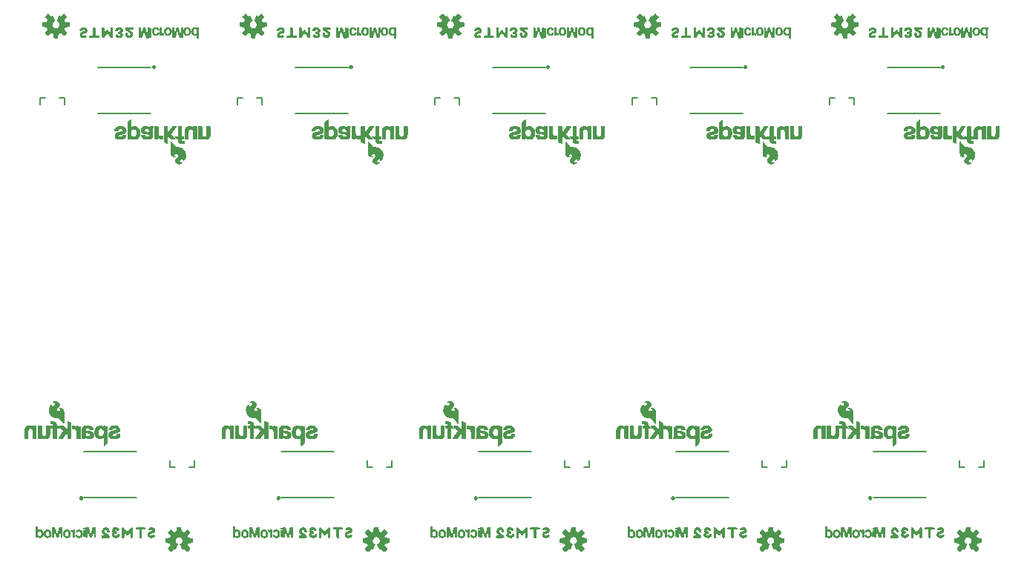
<source format=gbo>
G04 EAGLE Gerber RS-274X export*
G75*
%MOMM*%
%FSLAX34Y34*%
%LPD*%
%INSilkscreen Bottom*%
%IPPOS*%
%AMOC8*
5,1,8,0,0,1.08239X$1,22.5*%
G01*
%ADD10C,0.300000*%
%ADD11C,0.152400*%
%ADD12C,0.203200*%

G36*
X189520Y42146D02*
X189520Y42146D01*
X189628Y42156D01*
X189641Y42162D01*
X189655Y42164D01*
X189752Y42212D01*
X189851Y42257D01*
X189864Y42268D01*
X189873Y42272D01*
X189888Y42288D01*
X189965Y42350D01*
X192550Y44935D01*
X192613Y45024D01*
X192679Y45109D01*
X192684Y45122D01*
X192692Y45134D01*
X192723Y45237D01*
X192759Y45340D01*
X192759Y45354D01*
X192763Y45367D01*
X192759Y45475D01*
X192760Y45584D01*
X192755Y45597D01*
X192755Y45611D01*
X192717Y45713D01*
X192682Y45815D01*
X192673Y45830D01*
X192669Y45839D01*
X192655Y45856D01*
X192601Y45938D01*
X189837Y49328D01*
X190394Y50410D01*
X190400Y50430D01*
X190442Y50525D01*
X190813Y51684D01*
X195164Y52127D01*
X195268Y52155D01*
X195374Y52180D01*
X195386Y52187D01*
X195399Y52190D01*
X195489Y52251D01*
X195582Y52308D01*
X195590Y52319D01*
X195602Y52327D01*
X195668Y52413D01*
X195737Y52497D01*
X195741Y52510D01*
X195750Y52521D01*
X195784Y52624D01*
X195823Y52725D01*
X195824Y52743D01*
X195828Y52752D01*
X195828Y52774D01*
X195837Y52872D01*
X195837Y56528D01*
X195820Y56635D01*
X195806Y56743D01*
X195800Y56755D01*
X195798Y56769D01*
X195746Y56865D01*
X195699Y56962D01*
X195689Y56972D01*
X195683Y56984D01*
X195603Y57058D01*
X195527Y57135D01*
X195515Y57141D01*
X195505Y57151D01*
X195406Y57196D01*
X195309Y57244D01*
X195291Y57248D01*
X195282Y57252D01*
X195261Y57254D01*
X195164Y57273D01*
X190813Y57716D01*
X190442Y58875D01*
X190433Y58893D01*
X190431Y58900D01*
X190427Y58907D01*
X190394Y58990D01*
X189837Y60072D01*
X192601Y63462D01*
X192655Y63556D01*
X192712Y63648D01*
X192715Y63661D01*
X192722Y63673D01*
X192743Y63780D01*
X192768Y63885D01*
X192766Y63899D01*
X192769Y63913D01*
X192754Y64020D01*
X192744Y64128D01*
X192738Y64141D01*
X192736Y64155D01*
X192688Y64252D01*
X192643Y64351D01*
X192632Y64364D01*
X192628Y64373D01*
X192612Y64388D01*
X192550Y64465D01*
X189965Y67050D01*
X189876Y67113D01*
X189791Y67179D01*
X189778Y67184D01*
X189766Y67192D01*
X189663Y67223D01*
X189560Y67259D01*
X189546Y67259D01*
X189533Y67263D01*
X189425Y67259D01*
X189316Y67260D01*
X189303Y67255D01*
X189289Y67255D01*
X189187Y67217D01*
X189085Y67182D01*
X189070Y67173D01*
X189061Y67169D01*
X189044Y67155D01*
X188962Y67101D01*
X185572Y64337D01*
X184490Y64894D01*
X184470Y64900D01*
X184375Y64942D01*
X183216Y65313D01*
X182773Y69664D01*
X182745Y69768D01*
X182720Y69874D01*
X182713Y69886D01*
X182710Y69899D01*
X182649Y69989D01*
X182592Y70082D01*
X182581Y70090D01*
X182573Y70102D01*
X182487Y70168D01*
X182403Y70237D01*
X182390Y70241D01*
X182379Y70250D01*
X182276Y70284D01*
X182175Y70323D01*
X182157Y70324D01*
X182148Y70328D01*
X182126Y70328D01*
X182028Y70337D01*
X178372Y70337D01*
X178265Y70320D01*
X178157Y70306D01*
X178145Y70300D01*
X178131Y70298D01*
X178035Y70246D01*
X177938Y70199D01*
X177928Y70189D01*
X177916Y70183D01*
X177842Y70103D01*
X177765Y70027D01*
X177759Y70015D01*
X177749Y70005D01*
X177704Y69906D01*
X177656Y69809D01*
X177652Y69791D01*
X177648Y69782D01*
X177646Y69761D01*
X177627Y69664D01*
X177184Y65313D01*
X176025Y64942D01*
X176007Y64932D01*
X175910Y64894D01*
X174828Y64337D01*
X171438Y67101D01*
X171344Y67155D01*
X171252Y67212D01*
X171239Y67215D01*
X171227Y67222D01*
X171120Y67243D01*
X171015Y67268D01*
X171001Y67266D01*
X170987Y67269D01*
X170880Y67254D01*
X170772Y67244D01*
X170759Y67238D01*
X170746Y67236D01*
X170648Y67188D01*
X170549Y67143D01*
X170536Y67132D01*
X170527Y67128D01*
X170512Y67112D01*
X170435Y67050D01*
X167850Y64465D01*
X167787Y64376D01*
X167721Y64291D01*
X167716Y64278D01*
X167708Y64266D01*
X167677Y64163D01*
X167641Y64060D01*
X167641Y64046D01*
X167637Y64033D01*
X167641Y63925D01*
X167640Y63816D01*
X167645Y63803D01*
X167645Y63789D01*
X167683Y63687D01*
X167718Y63585D01*
X167727Y63570D01*
X167731Y63561D01*
X167745Y63544D01*
X167799Y63462D01*
X170563Y60072D01*
X170006Y58990D01*
X170000Y58970D01*
X169958Y58875D01*
X169587Y57716D01*
X165236Y57273D01*
X165132Y57245D01*
X165026Y57220D01*
X165014Y57213D01*
X165001Y57210D01*
X164911Y57149D01*
X164818Y57092D01*
X164810Y57081D01*
X164798Y57073D01*
X164732Y56987D01*
X164664Y56903D01*
X164659Y56890D01*
X164650Y56879D01*
X164616Y56776D01*
X164577Y56675D01*
X164576Y56657D01*
X164572Y56648D01*
X164573Y56626D01*
X164563Y56528D01*
X164563Y52872D01*
X164580Y52765D01*
X164594Y52657D01*
X164600Y52645D01*
X164602Y52631D01*
X164654Y52535D01*
X164701Y52438D01*
X164711Y52428D01*
X164717Y52416D01*
X164797Y52342D01*
X164873Y52265D01*
X164885Y52259D01*
X164896Y52249D01*
X164994Y52204D01*
X165091Y52156D01*
X165109Y52152D01*
X165118Y52148D01*
X165139Y52146D01*
X165236Y52127D01*
X169587Y51684D01*
X169958Y50525D01*
X169968Y50507D01*
X170006Y50410D01*
X170563Y49328D01*
X167799Y45938D01*
X167745Y45844D01*
X167688Y45752D01*
X167685Y45739D01*
X167678Y45727D01*
X167657Y45620D01*
X167632Y45515D01*
X167634Y45501D01*
X167631Y45487D01*
X167646Y45380D01*
X167656Y45272D01*
X167662Y45259D01*
X167664Y45246D01*
X167712Y45148D01*
X167757Y45049D01*
X167768Y45036D01*
X167772Y45027D01*
X167788Y45012D01*
X167850Y44935D01*
X170435Y42350D01*
X170524Y42287D01*
X170609Y42221D01*
X170622Y42216D01*
X170634Y42208D01*
X170737Y42177D01*
X170840Y42141D01*
X170854Y42141D01*
X170867Y42137D01*
X170975Y42141D01*
X171084Y42140D01*
X171097Y42145D01*
X171111Y42145D01*
X171213Y42183D01*
X171315Y42218D01*
X171330Y42227D01*
X171339Y42231D01*
X171356Y42245D01*
X171438Y42299D01*
X174828Y45063D01*
X175910Y44506D01*
X175963Y44489D01*
X176012Y44463D01*
X176078Y44452D01*
X176142Y44431D01*
X176198Y44432D01*
X176252Y44423D01*
X176319Y44434D01*
X176386Y44435D01*
X176438Y44453D01*
X176493Y44462D01*
X176553Y44494D01*
X176616Y44517D01*
X176659Y44551D01*
X176709Y44577D01*
X176755Y44626D01*
X176807Y44668D01*
X176838Y44715D01*
X176876Y44755D01*
X176932Y44860D01*
X176940Y44873D01*
X176941Y44878D01*
X176945Y44885D01*
X179098Y50082D01*
X179118Y50165D01*
X179123Y50178D01*
X179125Y50194D01*
X179150Y50279D01*
X179149Y50300D01*
X179154Y50320D01*
X179146Y50402D01*
X179147Y50421D01*
X179143Y50441D01*
X179139Y50522D01*
X179132Y50542D01*
X179130Y50563D01*
X179098Y50632D01*
X179092Y50659D01*
X179077Y50683D01*
X179051Y50750D01*
X179038Y50766D01*
X179029Y50785D01*
X178984Y50834D01*
X178964Y50866D01*
X178933Y50891D01*
X178895Y50937D01*
X178872Y50953D01*
X178862Y50963D01*
X178841Y50975D01*
X178776Y51020D01*
X178775Y51021D01*
X178774Y51022D01*
X177875Y51528D01*
X177188Y52172D01*
X176673Y52960D01*
X176361Y53848D01*
X176269Y54785D01*
X176402Y55717D01*
X176753Y56591D01*
X177302Y57356D01*
X178016Y57969D01*
X178856Y58394D01*
X179773Y58608D01*
X180714Y58598D01*
X181626Y58364D01*
X182456Y57921D01*
X183157Y57292D01*
X183689Y56515D01*
X184020Y55634D01*
X184133Y54699D01*
X184025Y53782D01*
X183705Y52914D01*
X183191Y52145D01*
X182512Y51518D01*
X181628Y51023D01*
X181586Y50990D01*
X181544Y50967D01*
X181513Y50934D01*
X181465Y50899D01*
X181453Y50883D01*
X181437Y50870D01*
X181402Y50815D01*
X181377Y50789D01*
X181364Y50759D01*
X181322Y50701D01*
X181316Y50682D01*
X181306Y50665D01*
X181287Y50590D01*
X181277Y50567D01*
X181274Y50543D01*
X181251Y50468D01*
X181252Y50448D01*
X181247Y50428D01*
X181254Y50342D01*
X181253Y50324D01*
X181256Y50308D01*
X181259Y50224D01*
X181267Y50199D01*
X181268Y50185D01*
X181278Y50163D01*
X181302Y50082D01*
X182231Y47839D01*
X182231Y47838D01*
X183162Y45591D01*
X183163Y45591D01*
X183455Y44885D01*
X183484Y44838D01*
X183505Y44786D01*
X183548Y44735D01*
X183584Y44678D01*
X183627Y44643D01*
X183663Y44600D01*
X183720Y44566D01*
X183772Y44523D01*
X183824Y44504D01*
X183872Y44475D01*
X183938Y44461D01*
X184001Y44437D01*
X184056Y44435D01*
X184110Y44424D01*
X184177Y44431D01*
X184244Y44429D01*
X184298Y44445D01*
X184353Y44452D01*
X184464Y44496D01*
X184478Y44500D01*
X184482Y44503D01*
X184490Y44506D01*
X185572Y45063D01*
X188962Y42299D01*
X189056Y42245D01*
X189148Y42188D01*
X189161Y42185D01*
X189173Y42178D01*
X189280Y42157D01*
X189385Y42132D01*
X189399Y42134D01*
X189413Y42131D01*
X189520Y42146D01*
G37*
G36*
X639684Y42146D02*
X639684Y42146D01*
X639792Y42156D01*
X639805Y42162D01*
X639819Y42164D01*
X639916Y42212D01*
X640015Y42257D01*
X640028Y42268D01*
X640037Y42272D01*
X640053Y42288D01*
X640129Y42350D01*
X642714Y44935D01*
X642777Y45024D01*
X642844Y45109D01*
X642848Y45122D01*
X642856Y45134D01*
X642888Y45237D01*
X642923Y45340D01*
X642923Y45354D01*
X642927Y45367D01*
X642924Y45475D01*
X642924Y45584D01*
X642920Y45597D01*
X642919Y45611D01*
X642881Y45713D01*
X642846Y45815D01*
X642837Y45830D01*
X642833Y45839D01*
X642819Y45856D01*
X642765Y45938D01*
X640001Y49328D01*
X640558Y50410D01*
X640565Y50430D01*
X640606Y50525D01*
X640977Y51684D01*
X645328Y52127D01*
X645432Y52155D01*
X645538Y52180D01*
X645550Y52187D01*
X645563Y52190D01*
X645654Y52251D01*
X645746Y52308D01*
X645754Y52319D01*
X645766Y52327D01*
X645832Y52413D01*
X645901Y52497D01*
X645906Y52510D01*
X645914Y52521D01*
X645949Y52624D01*
X645987Y52725D01*
X645989Y52743D01*
X645992Y52752D01*
X645992Y52774D01*
X646001Y52872D01*
X646001Y56528D01*
X645984Y56635D01*
X645970Y56743D01*
X645964Y56755D01*
X645962Y56769D01*
X645911Y56865D01*
X645863Y56962D01*
X645853Y56972D01*
X645847Y56984D01*
X645768Y57058D01*
X645691Y57135D01*
X645679Y57141D01*
X645669Y57151D01*
X645570Y57196D01*
X645473Y57244D01*
X645455Y57248D01*
X645446Y57252D01*
X645425Y57254D01*
X645328Y57273D01*
X640977Y57716D01*
X640606Y58875D01*
X640597Y58893D01*
X640595Y58900D01*
X640591Y58907D01*
X640558Y58990D01*
X640001Y60072D01*
X642765Y63462D01*
X642819Y63556D01*
X642876Y63648D01*
X642879Y63661D01*
X642886Y63673D01*
X642907Y63780D01*
X642932Y63885D01*
X642930Y63899D01*
X642933Y63913D01*
X642919Y64020D01*
X642908Y64128D01*
X642902Y64141D01*
X642901Y64155D01*
X642852Y64252D01*
X642808Y64351D01*
X642796Y64364D01*
X642792Y64373D01*
X642777Y64388D01*
X642714Y64465D01*
X640129Y67050D01*
X640041Y67113D01*
X639955Y67179D01*
X639942Y67184D01*
X639931Y67192D01*
X639827Y67223D01*
X639724Y67259D01*
X639710Y67259D01*
X639697Y67263D01*
X639589Y67259D01*
X639480Y67260D01*
X639467Y67255D01*
X639453Y67255D01*
X639352Y67217D01*
X639249Y67182D01*
X639234Y67173D01*
X639225Y67169D01*
X639208Y67155D01*
X639126Y67101D01*
X635736Y64337D01*
X634654Y64894D01*
X634635Y64900D01*
X634539Y64942D01*
X633380Y65313D01*
X632938Y69664D01*
X632909Y69768D01*
X632885Y69874D01*
X632877Y69886D01*
X632874Y69899D01*
X632813Y69989D01*
X632756Y70082D01*
X632745Y70090D01*
X632738Y70102D01*
X632651Y70168D01*
X632567Y70237D01*
X632555Y70241D01*
X632544Y70250D01*
X632441Y70284D01*
X632339Y70323D01*
X632322Y70324D01*
X632312Y70328D01*
X632291Y70328D01*
X632192Y70337D01*
X628536Y70337D01*
X628429Y70320D01*
X628321Y70306D01*
X628309Y70300D01*
X628295Y70298D01*
X628200Y70246D01*
X628102Y70199D01*
X628092Y70189D01*
X628080Y70183D01*
X628006Y70103D01*
X627929Y70027D01*
X627923Y70015D01*
X627913Y70005D01*
X627869Y69906D01*
X627820Y69809D01*
X627817Y69791D01*
X627813Y69782D01*
X627810Y69761D01*
X627791Y69664D01*
X627348Y65313D01*
X626189Y64942D01*
X626171Y64932D01*
X626074Y64894D01*
X624992Y64337D01*
X621603Y67101D01*
X621509Y67155D01*
X621416Y67212D01*
X621403Y67215D01*
X621391Y67222D01*
X621285Y67243D01*
X621179Y67268D01*
X621165Y67266D01*
X621152Y67269D01*
X621044Y67254D01*
X620936Y67244D01*
X620923Y67238D01*
X620910Y67236D01*
X620813Y67188D01*
X620714Y67143D01*
X620700Y67132D01*
X620691Y67128D01*
X620676Y67112D01*
X620599Y67050D01*
X618014Y64465D01*
X617951Y64376D01*
X617885Y64291D01*
X617880Y64278D01*
X617872Y64266D01*
X617841Y64163D01*
X617805Y64060D01*
X617805Y64046D01*
X617801Y64033D01*
X617805Y63925D01*
X617804Y63816D01*
X617809Y63803D01*
X617809Y63789D01*
X617848Y63687D01*
X617882Y63585D01*
X617892Y63570D01*
X617895Y63561D01*
X617909Y63544D01*
X617964Y63462D01*
X620727Y60072D01*
X620170Y58990D01*
X620164Y58970D01*
X620122Y58875D01*
X619751Y57716D01*
X615400Y57273D01*
X615296Y57245D01*
X615190Y57220D01*
X615178Y57213D01*
X615165Y57210D01*
X615075Y57149D01*
X614983Y57092D01*
X614974Y57081D01*
X614962Y57073D01*
X614897Y56987D01*
X614828Y56903D01*
X614823Y56890D01*
X614814Y56879D01*
X614780Y56776D01*
X614742Y56675D01*
X614740Y56657D01*
X614737Y56648D01*
X614737Y56626D01*
X614727Y56528D01*
X614727Y52872D01*
X614745Y52765D01*
X614758Y52657D01*
X614764Y52645D01*
X614767Y52631D01*
X614818Y52535D01*
X614865Y52438D01*
X614875Y52428D01*
X614882Y52416D01*
X614961Y52342D01*
X615037Y52265D01*
X615050Y52259D01*
X615060Y52249D01*
X615158Y52204D01*
X615256Y52156D01*
X615273Y52152D01*
X615282Y52148D01*
X615304Y52146D01*
X615400Y52127D01*
X619751Y51684D01*
X620122Y50525D01*
X620132Y50507D01*
X620170Y50410D01*
X620727Y49328D01*
X617964Y45938D01*
X617910Y45844D01*
X617852Y45752D01*
X617849Y45739D01*
X617842Y45727D01*
X617821Y45620D01*
X617797Y45515D01*
X617798Y45501D01*
X617795Y45487D01*
X617810Y45380D01*
X617820Y45272D01*
X617826Y45259D01*
X617828Y45246D01*
X617876Y45148D01*
X617921Y45049D01*
X617932Y45036D01*
X617936Y45027D01*
X617952Y45012D01*
X618014Y44935D01*
X620599Y42350D01*
X620688Y42287D01*
X620773Y42221D01*
X620787Y42216D01*
X620798Y42208D01*
X620901Y42177D01*
X621004Y42141D01*
X621018Y42141D01*
X621031Y42137D01*
X621139Y42141D01*
X621248Y42140D01*
X621261Y42145D01*
X621275Y42145D01*
X621377Y42183D01*
X621480Y42218D01*
X621494Y42227D01*
X621504Y42231D01*
X621520Y42245D01*
X621603Y42299D01*
X624992Y45063D01*
X626074Y44506D01*
X626127Y44489D01*
X626176Y44463D01*
X626242Y44452D01*
X626306Y44431D01*
X626362Y44432D01*
X626417Y44423D01*
X626483Y44434D01*
X626550Y44435D01*
X626603Y44453D01*
X626657Y44462D01*
X626717Y44494D01*
X626780Y44517D01*
X626824Y44551D01*
X626873Y44577D01*
X626919Y44626D01*
X626972Y44668D01*
X627002Y44715D01*
X627040Y44755D01*
X627096Y44860D01*
X627104Y44873D01*
X627105Y44878D01*
X627109Y44885D01*
X629262Y50082D01*
X629282Y50165D01*
X629288Y50178D01*
X629289Y50194D01*
X629314Y50279D01*
X629313Y50300D01*
X629318Y50320D01*
X629310Y50402D01*
X629312Y50421D01*
X629307Y50441D01*
X629304Y50522D01*
X629296Y50542D01*
X629294Y50563D01*
X629263Y50632D01*
X629256Y50659D01*
X629241Y50683D01*
X629215Y50750D01*
X629202Y50766D01*
X629193Y50785D01*
X629148Y50834D01*
X629128Y50866D01*
X629097Y50891D01*
X629059Y50937D01*
X629036Y50953D01*
X629027Y50963D01*
X629005Y50975D01*
X628940Y51020D01*
X628939Y51021D01*
X628938Y51022D01*
X628039Y51528D01*
X627352Y52172D01*
X626838Y52960D01*
X626526Y53848D01*
X626433Y54785D01*
X626567Y55717D01*
X626917Y56591D01*
X627466Y57356D01*
X628180Y57969D01*
X629020Y58394D01*
X629937Y58608D01*
X630878Y58598D01*
X631790Y58364D01*
X632620Y57921D01*
X633321Y57292D01*
X633853Y56515D01*
X634185Y55634D01*
X634298Y54699D01*
X634189Y53782D01*
X633869Y52914D01*
X633355Y52145D01*
X632676Y51518D01*
X631792Y51023D01*
X631751Y50990D01*
X631708Y50967D01*
X631678Y50934D01*
X631629Y50899D01*
X631617Y50883D01*
X631602Y50870D01*
X631566Y50815D01*
X631542Y50789D01*
X631528Y50759D01*
X631486Y50701D01*
X631481Y50682D01*
X631470Y50665D01*
X631451Y50590D01*
X631441Y50567D01*
X631438Y50543D01*
X631415Y50468D01*
X631416Y50448D01*
X631411Y50428D01*
X631419Y50342D01*
X631417Y50324D01*
X631421Y50308D01*
X631423Y50224D01*
X631431Y50199D01*
X631432Y50185D01*
X631442Y50163D01*
X631466Y50082D01*
X632395Y47839D01*
X632396Y47839D01*
X632396Y47838D01*
X633327Y45591D01*
X633619Y44885D01*
X633648Y44838D01*
X633669Y44786D01*
X633712Y44735D01*
X633748Y44678D01*
X633791Y44643D01*
X633827Y44600D01*
X633884Y44566D01*
X633936Y44523D01*
X633989Y44504D01*
X634036Y44475D01*
X634102Y44461D01*
X634165Y44437D01*
X634220Y44435D01*
X634275Y44424D01*
X634341Y44431D01*
X634409Y44429D01*
X634462Y44445D01*
X634517Y44452D01*
X634628Y44496D01*
X634642Y44500D01*
X634646Y44503D01*
X634654Y44506D01*
X635736Y45063D01*
X639126Y42299D01*
X639220Y42245D01*
X639312Y42188D01*
X639325Y42185D01*
X639337Y42178D01*
X639444Y42157D01*
X639550Y42132D01*
X639563Y42134D01*
X639577Y42131D01*
X639684Y42146D01*
G37*
G36*
X1089849Y42146D02*
X1089849Y42146D01*
X1089957Y42156D01*
X1089969Y42162D01*
X1089983Y42164D01*
X1090080Y42212D01*
X1090179Y42257D01*
X1090193Y42268D01*
X1090201Y42272D01*
X1090217Y42288D01*
X1090293Y42350D01*
X1092878Y44935D01*
X1092942Y45024D01*
X1093008Y45109D01*
X1093012Y45122D01*
X1093020Y45134D01*
X1093052Y45237D01*
X1093087Y45340D01*
X1093087Y45354D01*
X1093091Y45367D01*
X1093088Y45475D01*
X1093088Y45584D01*
X1093084Y45597D01*
X1093083Y45611D01*
X1093045Y45713D01*
X1093011Y45815D01*
X1093001Y45830D01*
X1092997Y45839D01*
X1092984Y45856D01*
X1092929Y45938D01*
X1090165Y49328D01*
X1090723Y50410D01*
X1090729Y50430D01*
X1090770Y50525D01*
X1091141Y51684D01*
X1095492Y52127D01*
X1095597Y52155D01*
X1095703Y52180D01*
X1095714Y52187D01*
X1095728Y52190D01*
X1095818Y52251D01*
X1095910Y52308D01*
X1095919Y52319D01*
X1095930Y52327D01*
X1095996Y52413D01*
X1096065Y52497D01*
X1096070Y52510D01*
X1096078Y52521D01*
X1096113Y52624D01*
X1096151Y52725D01*
X1096153Y52743D01*
X1096156Y52752D01*
X1096156Y52774D01*
X1096166Y52872D01*
X1096166Y56528D01*
X1096148Y56635D01*
X1096134Y56743D01*
X1096128Y56755D01*
X1096126Y56769D01*
X1096075Y56865D01*
X1096027Y56962D01*
X1096017Y56972D01*
X1096011Y56984D01*
X1095932Y57058D01*
X1095855Y57135D01*
X1095843Y57141D01*
X1095833Y57151D01*
X1095734Y57196D01*
X1095637Y57244D01*
X1095620Y57248D01*
X1095611Y57252D01*
X1095589Y57254D01*
X1095492Y57273D01*
X1091141Y57716D01*
X1090770Y58875D01*
X1090761Y58893D01*
X1090759Y58900D01*
X1090756Y58907D01*
X1090723Y58990D01*
X1090165Y60072D01*
X1092929Y63462D01*
X1092983Y63556D01*
X1093040Y63648D01*
X1093044Y63661D01*
X1093050Y63673D01*
X1093071Y63780D01*
X1093096Y63885D01*
X1093095Y63899D01*
X1093097Y63913D01*
X1093083Y64020D01*
X1093072Y64128D01*
X1093067Y64141D01*
X1093065Y64155D01*
X1093017Y64252D01*
X1092972Y64351D01*
X1092961Y64364D01*
X1092956Y64373D01*
X1092941Y64388D01*
X1092878Y64465D01*
X1090293Y67050D01*
X1090205Y67113D01*
X1090119Y67179D01*
X1090106Y67184D01*
X1090095Y67192D01*
X1089991Y67223D01*
X1089888Y67259D01*
X1089875Y67259D01*
X1089861Y67263D01*
X1089753Y67259D01*
X1089644Y67260D01*
X1089631Y67255D01*
X1089618Y67255D01*
X1089516Y67217D01*
X1089413Y67182D01*
X1089398Y67173D01*
X1089389Y67169D01*
X1089372Y67155D01*
X1089290Y67101D01*
X1085900Y64337D01*
X1084818Y64894D01*
X1084799Y64900D01*
X1084704Y64942D01*
X1083544Y65313D01*
X1083102Y69664D01*
X1083073Y69768D01*
X1083049Y69874D01*
X1083042Y69886D01*
X1083038Y69899D01*
X1082977Y69989D01*
X1082920Y70082D01*
X1082910Y70090D01*
X1082902Y70102D01*
X1082815Y70168D01*
X1082732Y70237D01*
X1082719Y70241D01*
X1082708Y70250D01*
X1082605Y70284D01*
X1082503Y70323D01*
X1082486Y70324D01*
X1082477Y70328D01*
X1082455Y70328D01*
X1082356Y70337D01*
X1078700Y70337D01*
X1078593Y70320D01*
X1078486Y70306D01*
X1078473Y70300D01*
X1078460Y70298D01*
X1078364Y70246D01*
X1078266Y70199D01*
X1078257Y70189D01*
X1078244Y70183D01*
X1078170Y70103D01*
X1078093Y70027D01*
X1078087Y70015D01*
X1078078Y70005D01*
X1078033Y69906D01*
X1077984Y69809D01*
X1077981Y69791D01*
X1077977Y69782D01*
X1077975Y69761D01*
X1077955Y69664D01*
X1077513Y65313D01*
X1076353Y64942D01*
X1076335Y64932D01*
X1076239Y64894D01*
X1075157Y64337D01*
X1071767Y67101D01*
X1071673Y67155D01*
X1071581Y67212D01*
X1071567Y67215D01*
X1071555Y67222D01*
X1071449Y67243D01*
X1071343Y67268D01*
X1071329Y67266D01*
X1071316Y67269D01*
X1071208Y67254D01*
X1071100Y67244D01*
X1071088Y67238D01*
X1071074Y67236D01*
X1070977Y67188D01*
X1070878Y67143D01*
X1070864Y67132D01*
X1070855Y67128D01*
X1070840Y67112D01*
X1070764Y67050D01*
X1068179Y64465D01*
X1068115Y64376D01*
X1068049Y64291D01*
X1068045Y64278D01*
X1068036Y64266D01*
X1068005Y64163D01*
X1067970Y64060D01*
X1067970Y64046D01*
X1067966Y64033D01*
X1067969Y63925D01*
X1067969Y63816D01*
X1067973Y63803D01*
X1067974Y63789D01*
X1068012Y63687D01*
X1068046Y63585D01*
X1068056Y63570D01*
X1068059Y63561D01*
X1068073Y63544D01*
X1068128Y63462D01*
X1070892Y60072D01*
X1070334Y58990D01*
X1070328Y58970D01*
X1070287Y58875D01*
X1069915Y57716D01*
X1065565Y57273D01*
X1065460Y57245D01*
X1065354Y57220D01*
X1065342Y57213D01*
X1065329Y57210D01*
X1065239Y57149D01*
X1065147Y57092D01*
X1065138Y57081D01*
X1065127Y57073D01*
X1065061Y56987D01*
X1064992Y56903D01*
X1064987Y56890D01*
X1064979Y56879D01*
X1064944Y56776D01*
X1064906Y56675D01*
X1064904Y56657D01*
X1064901Y56648D01*
X1064901Y56626D01*
X1064891Y56528D01*
X1064891Y52872D01*
X1064909Y52765D01*
X1064923Y52657D01*
X1064929Y52645D01*
X1064931Y52631D01*
X1064982Y52535D01*
X1065030Y52438D01*
X1065039Y52428D01*
X1065046Y52416D01*
X1065125Y52342D01*
X1065201Y52265D01*
X1065214Y52259D01*
X1065224Y52249D01*
X1065323Y52204D01*
X1065420Y52156D01*
X1065437Y52152D01*
X1065446Y52148D01*
X1065468Y52146D01*
X1065565Y52127D01*
X1069915Y51684D01*
X1070287Y50525D01*
X1070296Y50507D01*
X1070334Y50410D01*
X1070892Y49328D01*
X1068128Y45938D01*
X1068074Y45844D01*
X1068016Y45752D01*
X1068013Y45739D01*
X1068006Y45727D01*
X1067986Y45620D01*
X1067961Y45515D01*
X1067962Y45501D01*
X1067960Y45487D01*
X1067974Y45380D01*
X1067985Y45272D01*
X1067990Y45259D01*
X1067992Y45246D01*
X1068040Y45148D01*
X1068085Y45049D01*
X1068096Y45036D01*
X1068101Y45027D01*
X1068116Y45012D01*
X1068179Y44935D01*
X1070764Y42350D01*
X1070852Y42287D01*
X1070938Y42221D01*
X1070951Y42216D01*
X1070962Y42208D01*
X1071065Y42177D01*
X1071168Y42141D01*
X1071182Y42141D01*
X1071195Y42137D01*
X1071304Y42141D01*
X1071412Y42140D01*
X1071426Y42145D01*
X1071439Y42145D01*
X1071541Y42183D01*
X1071644Y42218D01*
X1071659Y42227D01*
X1071668Y42231D01*
X1071685Y42245D01*
X1071767Y42299D01*
X1075157Y45063D01*
X1076238Y44506D01*
X1076291Y44489D01*
X1076340Y44463D01*
X1076406Y44452D01*
X1076471Y44431D01*
X1076526Y44432D01*
X1076581Y44423D01*
X1076647Y44434D01*
X1076714Y44435D01*
X1076767Y44453D01*
X1076822Y44462D01*
X1076881Y44494D01*
X1076944Y44517D01*
X1076988Y44551D01*
X1077037Y44577D01*
X1077083Y44626D01*
X1077136Y44668D01*
X1077166Y44715D01*
X1077204Y44755D01*
X1077260Y44860D01*
X1077268Y44873D01*
X1077270Y44878D01*
X1077274Y44885D01*
X1079427Y50082D01*
X1079446Y50165D01*
X1079452Y50178D01*
X1079453Y50194D01*
X1079478Y50279D01*
X1079477Y50300D01*
X1079482Y50320D01*
X1079474Y50402D01*
X1079476Y50421D01*
X1079471Y50441D01*
X1079468Y50522D01*
X1079460Y50542D01*
X1079458Y50563D01*
X1079427Y50632D01*
X1079421Y50659D01*
X1079406Y50683D01*
X1079380Y50750D01*
X1079366Y50766D01*
X1079358Y50785D01*
X1079312Y50834D01*
X1079292Y50866D01*
X1079261Y50891D01*
X1079223Y50937D01*
X1079201Y50953D01*
X1079191Y50963D01*
X1079169Y50975D01*
X1079104Y51020D01*
X1079103Y51021D01*
X1079102Y51022D01*
X1078203Y51528D01*
X1077516Y52172D01*
X1077002Y52960D01*
X1076690Y53848D01*
X1076598Y54785D01*
X1076731Y55717D01*
X1077082Y56591D01*
X1077630Y57356D01*
X1078344Y57969D01*
X1079184Y58394D01*
X1080101Y58608D01*
X1081042Y58598D01*
X1081954Y58364D01*
X1082784Y57921D01*
X1083485Y57292D01*
X1084017Y56515D01*
X1084349Y55634D01*
X1084462Y54699D01*
X1084353Y53782D01*
X1084033Y52914D01*
X1083520Y52145D01*
X1082841Y51518D01*
X1081956Y51023D01*
X1081915Y50990D01*
X1081873Y50967D01*
X1081842Y50934D01*
X1081793Y50899D01*
X1081781Y50883D01*
X1081766Y50870D01*
X1081730Y50815D01*
X1081706Y50789D01*
X1081692Y50759D01*
X1081651Y50701D01*
X1081645Y50682D01*
X1081634Y50665D01*
X1081616Y50590D01*
X1081605Y50567D01*
X1081603Y50543D01*
X1081580Y50468D01*
X1081580Y50448D01*
X1081576Y50428D01*
X1081583Y50342D01*
X1081581Y50324D01*
X1081585Y50308D01*
X1081587Y50224D01*
X1081595Y50199D01*
X1081596Y50185D01*
X1081606Y50163D01*
X1081630Y50082D01*
X1082560Y47839D01*
X1082560Y47838D01*
X1083491Y45591D01*
X1083783Y44885D01*
X1083813Y44838D01*
X1083833Y44786D01*
X1083877Y44735D01*
X1083912Y44678D01*
X1083955Y44643D01*
X1083991Y44600D01*
X1084049Y44566D01*
X1084101Y44523D01*
X1084153Y44504D01*
X1084200Y44475D01*
X1084266Y44461D01*
X1084329Y44437D01*
X1084385Y44435D01*
X1084439Y44424D01*
X1084506Y44431D01*
X1084573Y44429D01*
X1084626Y44445D01*
X1084681Y44452D01*
X1084793Y44496D01*
X1084806Y44500D01*
X1084810Y44503D01*
X1084819Y44506D01*
X1085900Y45063D01*
X1089290Y42299D01*
X1089384Y42245D01*
X1089476Y42188D01*
X1089490Y42185D01*
X1089502Y42178D01*
X1089608Y42157D01*
X1089714Y42132D01*
X1089728Y42134D01*
X1089741Y42131D01*
X1089849Y42146D01*
G37*
G36*
X414590Y42146D02*
X414590Y42146D01*
X414698Y42156D01*
X414710Y42162D01*
X414724Y42164D01*
X414821Y42212D01*
X414920Y42257D01*
X414934Y42268D01*
X414942Y42272D01*
X414958Y42288D01*
X415034Y42350D01*
X417619Y44935D01*
X417683Y45024D01*
X417749Y45109D01*
X417753Y45122D01*
X417761Y45134D01*
X417793Y45237D01*
X417828Y45340D01*
X417828Y45354D01*
X417832Y45367D01*
X417829Y45475D01*
X417829Y45584D01*
X417825Y45597D01*
X417824Y45611D01*
X417786Y45713D01*
X417752Y45815D01*
X417742Y45830D01*
X417738Y45839D01*
X417725Y45856D01*
X417670Y45938D01*
X414906Y49328D01*
X415464Y50410D01*
X415470Y50430D01*
X415511Y50525D01*
X415882Y51684D01*
X420233Y52127D01*
X420338Y52155D01*
X420444Y52180D01*
X420455Y52187D01*
X420469Y52190D01*
X420559Y52251D01*
X420651Y52308D01*
X420660Y52319D01*
X420671Y52327D01*
X420737Y52413D01*
X420806Y52497D01*
X420811Y52510D01*
X420819Y52521D01*
X420854Y52624D01*
X420892Y52725D01*
X420894Y52743D01*
X420897Y52752D01*
X420897Y52774D01*
X420907Y52872D01*
X420907Y56528D01*
X420889Y56635D01*
X420875Y56743D01*
X420869Y56755D01*
X420867Y56769D01*
X420816Y56865D01*
X420768Y56962D01*
X420758Y56972D01*
X420752Y56984D01*
X420673Y57058D01*
X420596Y57135D01*
X420584Y57141D01*
X420574Y57151D01*
X420475Y57196D01*
X420378Y57244D01*
X420361Y57248D01*
X420352Y57252D01*
X420330Y57254D01*
X420233Y57273D01*
X415882Y57716D01*
X415511Y58875D01*
X415502Y58893D01*
X415500Y58900D01*
X415497Y58907D01*
X415464Y58990D01*
X414906Y60072D01*
X417670Y63462D01*
X417724Y63556D01*
X417781Y63648D01*
X417785Y63661D01*
X417791Y63673D01*
X417812Y63780D01*
X417837Y63885D01*
X417836Y63899D01*
X417838Y63913D01*
X417824Y64020D01*
X417813Y64128D01*
X417808Y64141D01*
X417806Y64155D01*
X417758Y64252D01*
X417713Y64351D01*
X417702Y64364D01*
X417697Y64373D01*
X417682Y64388D01*
X417619Y64465D01*
X415034Y67050D01*
X414946Y67113D01*
X414860Y67179D01*
X414847Y67184D01*
X414836Y67192D01*
X414732Y67223D01*
X414629Y67259D01*
X414616Y67259D01*
X414602Y67263D01*
X414494Y67259D01*
X414385Y67260D01*
X414372Y67255D01*
X414359Y67255D01*
X414257Y67217D01*
X414154Y67182D01*
X414139Y67173D01*
X414130Y67169D01*
X414113Y67155D01*
X414031Y67101D01*
X410641Y64337D01*
X409559Y64894D01*
X409540Y64900D01*
X409445Y64942D01*
X408285Y65313D01*
X407843Y69664D01*
X407814Y69768D01*
X407790Y69874D01*
X407783Y69886D01*
X407779Y69899D01*
X407718Y69989D01*
X407661Y70082D01*
X407651Y70090D01*
X407643Y70102D01*
X407556Y70168D01*
X407473Y70237D01*
X407460Y70241D01*
X407449Y70250D01*
X407346Y70284D01*
X407244Y70323D01*
X407227Y70324D01*
X407218Y70328D01*
X407196Y70328D01*
X407097Y70337D01*
X403441Y70337D01*
X403334Y70320D01*
X403227Y70306D01*
X403214Y70300D01*
X403201Y70298D01*
X403105Y70246D01*
X403007Y70199D01*
X402998Y70189D01*
X402985Y70183D01*
X402911Y70103D01*
X402834Y70027D01*
X402828Y70015D01*
X402819Y70005D01*
X402774Y69906D01*
X402725Y69809D01*
X402722Y69791D01*
X402718Y69782D01*
X402716Y69761D01*
X402696Y69664D01*
X402254Y65313D01*
X401094Y64942D01*
X401076Y64932D01*
X400980Y64894D01*
X399898Y64337D01*
X396508Y67101D01*
X396414Y67155D01*
X396322Y67212D01*
X396308Y67215D01*
X396296Y67222D01*
X396190Y67243D01*
X396084Y67268D01*
X396070Y67266D01*
X396057Y67269D01*
X395949Y67254D01*
X395841Y67244D01*
X395829Y67238D01*
X395815Y67236D01*
X395718Y67188D01*
X395619Y67143D01*
X395605Y67132D01*
X395596Y67128D01*
X395581Y67112D01*
X395505Y67050D01*
X392920Y64465D01*
X392856Y64376D01*
X392790Y64291D01*
X392786Y64278D01*
X392777Y64266D01*
X392746Y64163D01*
X392711Y64060D01*
X392711Y64046D01*
X392707Y64033D01*
X392710Y63925D01*
X392710Y63816D01*
X392714Y63803D01*
X392715Y63789D01*
X392753Y63687D01*
X392787Y63585D01*
X392797Y63570D01*
X392800Y63561D01*
X392814Y63544D01*
X392869Y63462D01*
X395633Y60072D01*
X395075Y58990D01*
X395069Y58970D01*
X395028Y58875D01*
X394656Y57716D01*
X390306Y57273D01*
X390201Y57245D01*
X390095Y57220D01*
X390083Y57213D01*
X390070Y57210D01*
X389980Y57149D01*
X389888Y57092D01*
X389879Y57081D01*
X389868Y57073D01*
X389802Y56987D01*
X389733Y56903D01*
X389728Y56890D01*
X389720Y56879D01*
X389685Y56776D01*
X389647Y56675D01*
X389645Y56657D01*
X389642Y56648D01*
X389642Y56626D01*
X389632Y56528D01*
X389632Y52872D01*
X389650Y52765D01*
X389664Y52657D01*
X389670Y52645D01*
X389672Y52631D01*
X389723Y52535D01*
X389771Y52438D01*
X389780Y52428D01*
X389787Y52416D01*
X389866Y52342D01*
X389942Y52265D01*
X389955Y52259D01*
X389965Y52249D01*
X390064Y52204D01*
X390161Y52156D01*
X390178Y52152D01*
X390187Y52148D01*
X390209Y52146D01*
X390306Y52127D01*
X394656Y51684D01*
X395028Y50525D01*
X395037Y50507D01*
X395075Y50410D01*
X395633Y49328D01*
X392869Y45938D01*
X392815Y45844D01*
X392757Y45752D01*
X392754Y45739D01*
X392747Y45727D01*
X392727Y45620D01*
X392702Y45515D01*
X392703Y45501D01*
X392701Y45487D01*
X392715Y45380D01*
X392726Y45272D01*
X392731Y45259D01*
X392733Y45246D01*
X392781Y45148D01*
X392826Y45049D01*
X392837Y45036D01*
X392842Y45027D01*
X392857Y45012D01*
X392920Y44935D01*
X395505Y42350D01*
X395593Y42287D01*
X395679Y42221D01*
X395692Y42216D01*
X395703Y42208D01*
X395806Y42177D01*
X395909Y42141D01*
X395923Y42141D01*
X395936Y42137D01*
X396045Y42141D01*
X396153Y42140D01*
X396167Y42145D01*
X396180Y42145D01*
X396282Y42183D01*
X396385Y42218D01*
X396400Y42227D01*
X396409Y42231D01*
X396426Y42245D01*
X396508Y42299D01*
X399898Y45063D01*
X400979Y44506D01*
X401032Y44489D01*
X401081Y44463D01*
X401147Y44452D01*
X401212Y44431D01*
X401267Y44432D01*
X401322Y44423D01*
X401388Y44434D01*
X401455Y44435D01*
X401508Y44453D01*
X401563Y44462D01*
X401622Y44494D01*
X401685Y44517D01*
X401729Y44551D01*
X401778Y44577D01*
X401824Y44626D01*
X401877Y44668D01*
X401907Y44715D01*
X401945Y44755D01*
X402001Y44860D01*
X402009Y44873D01*
X402011Y44878D01*
X402015Y44885D01*
X404168Y50082D01*
X404187Y50165D01*
X404193Y50178D01*
X404194Y50194D01*
X404219Y50279D01*
X404218Y50300D01*
X404223Y50320D01*
X404215Y50402D01*
X404217Y50421D01*
X404212Y50441D01*
X404209Y50522D01*
X404201Y50542D01*
X404199Y50563D01*
X404168Y50632D01*
X404162Y50659D01*
X404147Y50683D01*
X404121Y50750D01*
X404107Y50766D01*
X404099Y50785D01*
X404053Y50834D01*
X404033Y50866D01*
X404002Y50891D01*
X403964Y50937D01*
X403942Y50953D01*
X403932Y50963D01*
X403910Y50975D01*
X403845Y51020D01*
X403844Y51021D01*
X403843Y51022D01*
X402944Y51528D01*
X402257Y52172D01*
X401743Y52960D01*
X401431Y53848D01*
X401339Y54785D01*
X401472Y55717D01*
X401823Y56591D01*
X402371Y57356D01*
X403085Y57969D01*
X403925Y58394D01*
X404842Y58608D01*
X405783Y58598D01*
X406695Y58364D01*
X407525Y57921D01*
X408226Y57292D01*
X408758Y56515D01*
X409090Y55634D01*
X409203Y54699D01*
X409094Y53782D01*
X408774Y52914D01*
X408261Y52145D01*
X407582Y51518D01*
X406697Y51023D01*
X406656Y50990D01*
X406614Y50967D01*
X406583Y50934D01*
X406534Y50899D01*
X406522Y50883D01*
X406507Y50870D01*
X406471Y50815D01*
X406447Y50789D01*
X406433Y50759D01*
X406392Y50701D01*
X406386Y50682D01*
X406375Y50665D01*
X406357Y50590D01*
X406346Y50567D01*
X406344Y50543D01*
X406321Y50468D01*
X406321Y50448D01*
X406317Y50428D01*
X406324Y50342D01*
X406322Y50324D01*
X406326Y50308D01*
X406328Y50224D01*
X406336Y50199D01*
X406337Y50185D01*
X406347Y50163D01*
X406371Y50082D01*
X407301Y47839D01*
X407301Y47838D01*
X408232Y45591D01*
X408524Y44885D01*
X408554Y44838D01*
X408574Y44786D01*
X408618Y44735D01*
X408653Y44678D01*
X408696Y44643D01*
X408732Y44600D01*
X408790Y44566D01*
X408842Y44523D01*
X408894Y44504D01*
X408941Y44475D01*
X409007Y44461D01*
X409070Y44437D01*
X409126Y44435D01*
X409180Y44424D01*
X409247Y44431D01*
X409314Y44429D01*
X409367Y44445D01*
X409422Y44452D01*
X409534Y44496D01*
X409547Y44500D01*
X409551Y44503D01*
X409560Y44506D01*
X410641Y45063D01*
X414031Y42299D01*
X414125Y42245D01*
X414217Y42188D01*
X414231Y42185D01*
X414243Y42178D01*
X414349Y42157D01*
X414455Y42132D01*
X414469Y42134D01*
X414482Y42131D01*
X414590Y42146D01*
G37*
G36*
X864754Y42146D02*
X864754Y42146D01*
X864862Y42156D01*
X864874Y42162D01*
X864888Y42164D01*
X864985Y42212D01*
X865084Y42257D01*
X865098Y42268D01*
X865107Y42272D01*
X865122Y42288D01*
X865198Y42350D01*
X867783Y44935D01*
X867847Y45024D01*
X867913Y45109D01*
X867918Y45122D01*
X867926Y45134D01*
X867957Y45237D01*
X867992Y45340D01*
X867992Y45354D01*
X867996Y45367D01*
X867993Y45475D01*
X867993Y45584D01*
X867989Y45597D01*
X867989Y45611D01*
X867950Y45713D01*
X867916Y45815D01*
X867906Y45830D01*
X867903Y45839D01*
X867889Y45856D01*
X867834Y45938D01*
X865070Y49328D01*
X865628Y50410D01*
X865634Y50430D01*
X865675Y50525D01*
X866047Y51684D01*
X870397Y52127D01*
X870502Y52155D01*
X870608Y52180D01*
X870620Y52187D01*
X870633Y52190D01*
X870723Y52251D01*
X870815Y52308D01*
X870824Y52319D01*
X870835Y52327D01*
X870901Y52413D01*
X870970Y52497D01*
X870975Y52510D01*
X870983Y52521D01*
X871018Y52624D01*
X871056Y52725D01*
X871058Y52743D01*
X871061Y52752D01*
X871061Y52774D01*
X871071Y52872D01*
X871071Y56528D01*
X871053Y56635D01*
X871039Y56743D01*
X871033Y56755D01*
X871031Y56769D01*
X870980Y56865D01*
X870932Y56962D01*
X870923Y56972D01*
X870916Y56984D01*
X870837Y57058D01*
X870761Y57135D01*
X870748Y57141D01*
X870738Y57151D01*
X870639Y57196D01*
X870542Y57244D01*
X870525Y57248D01*
X870516Y57252D01*
X870494Y57254D01*
X870397Y57273D01*
X866047Y57716D01*
X865675Y58875D01*
X865666Y58893D01*
X865665Y58900D01*
X865661Y58907D01*
X865628Y58990D01*
X865070Y60072D01*
X867834Y63462D01*
X867888Y63556D01*
X867946Y63648D01*
X867949Y63661D01*
X867956Y63673D01*
X867976Y63780D01*
X868001Y63885D01*
X868000Y63899D01*
X868003Y63913D01*
X867988Y64020D01*
X867978Y64128D01*
X867972Y64141D01*
X867970Y64155D01*
X867922Y64252D01*
X867877Y64351D01*
X867866Y64364D01*
X867861Y64373D01*
X867846Y64388D01*
X867783Y64465D01*
X865198Y67050D01*
X865110Y67113D01*
X865024Y67179D01*
X865011Y67184D01*
X865000Y67192D01*
X864897Y67223D01*
X864794Y67259D01*
X864780Y67259D01*
X864767Y67263D01*
X864658Y67259D01*
X864550Y67260D01*
X864537Y67255D01*
X864523Y67255D01*
X864421Y67217D01*
X864318Y67182D01*
X864304Y67173D01*
X864294Y67169D01*
X864277Y67155D01*
X864195Y67101D01*
X860805Y64337D01*
X859723Y64894D01*
X859704Y64900D01*
X859609Y64942D01*
X858449Y65313D01*
X858007Y69664D01*
X857979Y69768D01*
X857954Y69874D01*
X857947Y69886D01*
X857943Y69899D01*
X857883Y69989D01*
X857825Y70082D01*
X857815Y70090D01*
X857807Y70102D01*
X857721Y70168D01*
X857637Y70237D01*
X857624Y70241D01*
X857613Y70250D01*
X857510Y70284D01*
X857409Y70323D01*
X857391Y70324D01*
X857382Y70328D01*
X857360Y70328D01*
X857262Y70337D01*
X853606Y70337D01*
X853498Y70320D01*
X853391Y70306D01*
X853379Y70300D01*
X853365Y70298D01*
X853269Y70246D01*
X853172Y70199D01*
X853162Y70189D01*
X853150Y70183D01*
X853076Y70103D01*
X852998Y70027D01*
X852992Y70015D01*
X852983Y70005D01*
X852938Y69906D01*
X852890Y69809D01*
X852886Y69791D01*
X852882Y69782D01*
X852880Y69761D01*
X852860Y69664D01*
X852418Y65313D01*
X851259Y64942D01*
X851240Y64932D01*
X851144Y64894D01*
X850062Y64337D01*
X846672Y67101D01*
X846578Y67155D01*
X846486Y67212D01*
X846472Y67215D01*
X846460Y67222D01*
X846354Y67243D01*
X846248Y67268D01*
X846234Y67266D01*
X846221Y67269D01*
X846113Y67254D01*
X846005Y67244D01*
X845993Y67238D01*
X845979Y67236D01*
X845882Y67188D01*
X845783Y67143D01*
X845769Y67132D01*
X845761Y67128D01*
X845745Y67112D01*
X845669Y67050D01*
X843084Y64465D01*
X843020Y64376D01*
X842954Y64291D01*
X842950Y64278D01*
X842942Y64266D01*
X842910Y64163D01*
X842875Y64060D01*
X842875Y64046D01*
X842871Y64033D01*
X842874Y63925D01*
X842874Y63816D01*
X842878Y63803D01*
X842879Y63789D01*
X842917Y63687D01*
X842951Y63585D01*
X842961Y63570D01*
X842965Y63561D01*
X842978Y63544D01*
X843033Y63462D01*
X845797Y60072D01*
X845239Y58990D01*
X845233Y58970D01*
X845192Y58875D01*
X844821Y57716D01*
X840470Y57273D01*
X840365Y57245D01*
X840259Y57220D01*
X840248Y57213D01*
X840234Y57210D01*
X840144Y57149D01*
X840052Y57092D01*
X840043Y57081D01*
X840032Y57073D01*
X839966Y56987D01*
X839897Y56903D01*
X839892Y56890D01*
X839884Y56879D01*
X839849Y56776D01*
X839811Y56675D01*
X839809Y56657D01*
X839806Y56648D01*
X839806Y56626D01*
X839796Y56528D01*
X839796Y52872D01*
X839814Y52765D01*
X839828Y52657D01*
X839834Y52645D01*
X839836Y52631D01*
X839887Y52535D01*
X839935Y52438D01*
X839945Y52428D01*
X839951Y52416D01*
X840030Y52342D01*
X840107Y52265D01*
X840119Y52259D01*
X840129Y52249D01*
X840228Y52204D01*
X840325Y52156D01*
X840342Y52152D01*
X840351Y52148D01*
X840373Y52146D01*
X840470Y52127D01*
X844821Y51684D01*
X845192Y50525D01*
X845201Y50507D01*
X845239Y50410D01*
X845797Y49328D01*
X843033Y45938D01*
X842979Y45844D01*
X842922Y45752D01*
X842918Y45739D01*
X842912Y45727D01*
X842891Y45620D01*
X842866Y45515D01*
X842867Y45501D01*
X842865Y45487D01*
X842879Y45380D01*
X842890Y45272D01*
X842895Y45259D01*
X842897Y45246D01*
X842945Y45148D01*
X842990Y45049D01*
X843001Y45036D01*
X843006Y45027D01*
X843021Y45012D01*
X843084Y44935D01*
X845669Y42350D01*
X845757Y42287D01*
X845843Y42221D01*
X845856Y42216D01*
X845867Y42208D01*
X845971Y42177D01*
X846074Y42141D01*
X846087Y42141D01*
X846101Y42137D01*
X846209Y42141D01*
X846318Y42140D01*
X846331Y42145D01*
X846345Y42145D01*
X846446Y42183D01*
X846549Y42218D01*
X846564Y42227D01*
X846573Y42231D01*
X846590Y42245D01*
X846672Y42299D01*
X850062Y45063D01*
X851143Y44506D01*
X851196Y44489D01*
X851245Y44463D01*
X851312Y44452D01*
X851376Y44431D01*
X851431Y44432D01*
X851486Y44423D01*
X851552Y44434D01*
X851620Y44435D01*
X851672Y44453D01*
X851727Y44462D01*
X851786Y44494D01*
X851850Y44517D01*
X851893Y44551D01*
X851942Y44577D01*
X851988Y44626D01*
X852041Y44668D01*
X852071Y44715D01*
X852109Y44755D01*
X852165Y44860D01*
X852174Y44873D01*
X852175Y44878D01*
X852179Y44885D01*
X854332Y50082D01*
X854351Y50165D01*
X854357Y50178D01*
X854359Y50194D01*
X854383Y50279D01*
X854382Y50300D01*
X854387Y50320D01*
X854379Y50402D01*
X854381Y50421D01*
X854376Y50441D01*
X854373Y50522D01*
X854365Y50542D01*
X854363Y50563D01*
X854332Y50632D01*
X854326Y50659D01*
X854311Y50683D01*
X854285Y50750D01*
X854271Y50766D01*
X854263Y50785D01*
X854217Y50834D01*
X854197Y50866D01*
X854167Y50891D01*
X854128Y50937D01*
X854106Y50953D01*
X854096Y50963D01*
X854075Y50975D01*
X854009Y51020D01*
X854009Y51021D01*
X854008Y51021D01*
X854007Y51022D01*
X853108Y51528D01*
X852421Y52172D01*
X851907Y52960D01*
X851595Y53848D01*
X851503Y54785D01*
X851636Y55717D01*
X851987Y56591D01*
X852535Y57356D01*
X853250Y57969D01*
X854089Y58394D01*
X855006Y58608D01*
X855947Y58598D01*
X856859Y58364D01*
X857690Y57921D01*
X858391Y57292D01*
X858922Y56515D01*
X859254Y55634D01*
X859367Y54699D01*
X859259Y53782D01*
X858939Y52914D01*
X858425Y52145D01*
X857746Y51518D01*
X856862Y51023D01*
X856820Y50990D01*
X856778Y50967D01*
X856747Y50934D01*
X856698Y50899D01*
X856687Y50883D01*
X856671Y50870D01*
X856635Y50815D01*
X856611Y50789D01*
X856597Y50759D01*
X856556Y50701D01*
X856550Y50682D01*
X856539Y50665D01*
X856521Y50590D01*
X856510Y50567D01*
X856508Y50543D01*
X856485Y50468D01*
X856485Y50448D01*
X856481Y50428D01*
X856488Y50342D01*
X856486Y50324D01*
X856490Y50308D01*
X856493Y50224D01*
X856500Y50199D01*
X856501Y50185D01*
X856511Y50163D01*
X856535Y50082D01*
X857465Y47839D01*
X857465Y47838D01*
X858396Y45591D01*
X858688Y44885D01*
X858718Y44838D01*
X858738Y44786D01*
X858782Y44735D01*
X858817Y44678D01*
X858860Y44643D01*
X858896Y44600D01*
X858954Y44566D01*
X859006Y44523D01*
X859058Y44504D01*
X859105Y44475D01*
X859171Y44461D01*
X859234Y44437D01*
X859290Y44435D01*
X859344Y44424D01*
X859411Y44431D01*
X859478Y44429D01*
X859531Y44445D01*
X859586Y44452D01*
X859698Y44496D01*
X859712Y44500D01*
X859716Y44503D01*
X859724Y44506D01*
X860805Y45063D01*
X864195Y42299D01*
X864289Y42245D01*
X864381Y42188D01*
X864395Y42185D01*
X864407Y42178D01*
X864513Y42157D01*
X864619Y42132D01*
X864633Y42134D01*
X864646Y42131D01*
X864754Y42146D01*
G37*
G36*
X716984Y628180D02*
X716984Y628180D01*
X717091Y628194D01*
X717103Y628200D01*
X717117Y628202D01*
X717213Y628254D01*
X717310Y628301D01*
X717320Y628311D01*
X717332Y628317D01*
X717407Y628397D01*
X717484Y628473D01*
X717490Y628485D01*
X717499Y628496D01*
X717544Y628594D01*
X717592Y628691D01*
X717596Y628709D01*
X717600Y628718D01*
X717602Y628739D01*
X717622Y628836D01*
X718064Y633187D01*
X719224Y633558D01*
X719242Y633568D01*
X719338Y633606D01*
X720420Y634163D01*
X723810Y631399D01*
X723904Y631345D01*
X723996Y631288D01*
X724010Y631285D01*
X724022Y631278D01*
X724128Y631257D01*
X724234Y631232D01*
X724248Y631234D01*
X724261Y631231D01*
X724369Y631246D01*
X724477Y631256D01*
X724489Y631262D01*
X724503Y631264D01*
X724600Y631312D01*
X724699Y631357D01*
X724713Y631368D01*
X724721Y631372D01*
X724737Y631388D01*
X724813Y631450D01*
X727398Y634035D01*
X727462Y634124D01*
X727528Y634209D01*
X727532Y634222D01*
X727540Y634234D01*
X727572Y634337D01*
X727607Y634440D01*
X727607Y634454D01*
X727611Y634467D01*
X727608Y634575D01*
X727608Y634684D01*
X727604Y634697D01*
X727603Y634711D01*
X727565Y634813D01*
X727531Y634915D01*
X727521Y634930D01*
X727517Y634939D01*
X727504Y634956D01*
X727449Y635038D01*
X724685Y638428D01*
X725243Y639510D01*
X725249Y639530D01*
X725290Y639625D01*
X725661Y640784D01*
X730012Y641227D01*
X730117Y641255D01*
X730223Y641280D01*
X730234Y641287D01*
X730248Y641290D01*
X730338Y641351D01*
X730430Y641408D01*
X730439Y641419D01*
X730450Y641427D01*
X730516Y641513D01*
X730585Y641597D01*
X730590Y641610D01*
X730598Y641621D01*
X730633Y641724D01*
X730671Y641825D01*
X730673Y641843D01*
X730676Y641852D01*
X730676Y641874D01*
X730686Y641972D01*
X730686Y645628D01*
X730668Y645735D01*
X730654Y645843D01*
X730648Y645855D01*
X730646Y645869D01*
X730595Y645965D01*
X730547Y646062D01*
X730537Y646072D01*
X730531Y646084D01*
X730452Y646158D01*
X730375Y646235D01*
X730363Y646241D01*
X730353Y646251D01*
X730254Y646296D01*
X730157Y646344D01*
X730140Y646348D01*
X730131Y646352D01*
X730109Y646354D01*
X730012Y646373D01*
X725661Y646816D01*
X725290Y647975D01*
X725281Y647993D01*
X725243Y648090D01*
X724685Y649172D01*
X727449Y652562D01*
X727503Y652656D01*
X727560Y652748D01*
X727564Y652761D01*
X727570Y652773D01*
X727591Y652880D01*
X727616Y652985D01*
X727615Y652999D01*
X727617Y653013D01*
X727603Y653120D01*
X727592Y653228D01*
X727587Y653241D01*
X727585Y653255D01*
X727537Y653352D01*
X727492Y653451D01*
X727481Y653464D01*
X727476Y653473D01*
X727461Y653488D01*
X727398Y653565D01*
X724813Y656150D01*
X724725Y656213D01*
X724639Y656279D01*
X724626Y656284D01*
X724615Y656292D01*
X724511Y656323D01*
X724408Y656359D01*
X724395Y656359D01*
X724381Y656363D01*
X724273Y656359D01*
X724164Y656360D01*
X724151Y656355D01*
X724138Y656355D01*
X724036Y656317D01*
X723933Y656282D01*
X723918Y656273D01*
X723909Y656269D01*
X723892Y656255D01*
X723810Y656201D01*
X720420Y653437D01*
X719339Y653994D01*
X719286Y654011D01*
X719237Y654037D01*
X719170Y654048D01*
X719106Y654069D01*
X719051Y654068D01*
X718996Y654077D01*
X718930Y654066D01*
X718862Y654065D01*
X718810Y654047D01*
X718755Y654038D01*
X718696Y654006D01*
X718632Y653983D01*
X718589Y653949D01*
X718540Y653923D01*
X718494Y653874D01*
X718441Y653832D01*
X718411Y653785D01*
X718373Y653745D01*
X718317Y653640D01*
X718309Y653627D01*
X718307Y653622D01*
X718303Y653615D01*
X716150Y648418D01*
X716127Y648319D01*
X716099Y648221D01*
X716100Y648200D01*
X716095Y648180D01*
X716105Y648079D01*
X716109Y647978D01*
X716117Y647958D01*
X716119Y647937D01*
X716161Y647845D01*
X716197Y647750D01*
X716211Y647734D01*
X716219Y647715D01*
X716289Y647641D01*
X716354Y647563D01*
X716376Y647547D01*
X716386Y647537D01*
X716407Y647525D01*
X716475Y647478D01*
X717374Y646972D01*
X718061Y646328D01*
X718575Y645540D01*
X718887Y644652D01*
X718979Y643715D01*
X718846Y642783D01*
X718495Y641909D01*
X717947Y641144D01*
X717232Y640531D01*
X716393Y640106D01*
X715476Y639892D01*
X714535Y639902D01*
X713623Y640136D01*
X712792Y640579D01*
X712091Y641208D01*
X711560Y641985D01*
X711228Y642866D01*
X711115Y643801D01*
X711224Y644718D01*
X711543Y645586D01*
X712057Y646355D01*
X712736Y646982D01*
X713620Y647477D01*
X713701Y647541D01*
X713784Y647601D01*
X713796Y647617D01*
X713811Y647630D01*
X713866Y647716D01*
X713926Y647799D01*
X713932Y647818D01*
X713943Y647835D01*
X713967Y647934D01*
X713997Y648033D01*
X713997Y648052D01*
X714001Y648072D01*
X713993Y648174D01*
X713989Y648276D01*
X713982Y648301D01*
X713981Y648315D01*
X713971Y648337D01*
X713947Y648418D01*
X713839Y648679D01*
X713838Y648679D01*
X712907Y650926D01*
X712907Y650927D01*
X711976Y653174D01*
X711794Y653615D01*
X711764Y653662D01*
X711744Y653714D01*
X711700Y653765D01*
X711665Y653822D01*
X711622Y653857D01*
X711586Y653900D01*
X711528Y653934D01*
X711476Y653977D01*
X711424Y653996D01*
X711377Y654025D01*
X711311Y654039D01*
X711248Y654063D01*
X711192Y654065D01*
X711138Y654076D01*
X711071Y654069D01*
X711004Y654071D01*
X710951Y654055D01*
X710896Y654048D01*
X710784Y654004D01*
X710770Y654000D01*
X710766Y653997D01*
X710758Y653994D01*
X709677Y653437D01*
X706287Y656201D01*
X706193Y656255D01*
X706101Y656312D01*
X706087Y656315D01*
X706075Y656322D01*
X705969Y656343D01*
X705863Y656368D01*
X705849Y656366D01*
X705836Y656369D01*
X705728Y656354D01*
X705620Y656344D01*
X705608Y656338D01*
X705594Y656336D01*
X705497Y656288D01*
X705398Y656243D01*
X705384Y656232D01*
X705375Y656228D01*
X705360Y656212D01*
X705284Y656150D01*
X702699Y653565D01*
X702635Y653476D01*
X702569Y653391D01*
X702565Y653378D01*
X702556Y653366D01*
X702525Y653263D01*
X702490Y653160D01*
X702490Y653146D01*
X702486Y653133D01*
X702489Y653025D01*
X702489Y652916D01*
X702493Y652903D01*
X702494Y652889D01*
X702532Y652787D01*
X702566Y652685D01*
X702576Y652670D01*
X702579Y652661D01*
X702593Y652644D01*
X702648Y652562D01*
X705412Y649172D01*
X704854Y648090D01*
X704848Y648070D01*
X704807Y647975D01*
X704435Y646816D01*
X700085Y646373D01*
X699980Y646345D01*
X699874Y646320D01*
X699862Y646313D01*
X699849Y646310D01*
X699759Y646249D01*
X699667Y646192D01*
X699658Y646181D01*
X699647Y646173D01*
X699581Y646087D01*
X699512Y646003D01*
X699507Y645990D01*
X699499Y645979D01*
X699464Y645876D01*
X699426Y645775D01*
X699424Y645757D01*
X699421Y645748D01*
X699421Y645726D01*
X699411Y645628D01*
X699411Y641972D01*
X699429Y641865D01*
X699443Y641757D01*
X699449Y641745D01*
X699451Y641731D01*
X699502Y641635D01*
X699550Y641538D01*
X699559Y641528D01*
X699566Y641516D01*
X699645Y641442D01*
X699721Y641365D01*
X699734Y641359D01*
X699744Y641349D01*
X699843Y641304D01*
X699940Y641256D01*
X699957Y641252D01*
X699966Y641248D01*
X699988Y641246D01*
X700085Y641227D01*
X704435Y640784D01*
X704807Y639625D01*
X704816Y639607D01*
X704854Y639510D01*
X705412Y638428D01*
X702648Y635038D01*
X702594Y634944D01*
X702536Y634852D01*
X702533Y634839D01*
X702526Y634827D01*
X702506Y634720D01*
X702481Y634615D01*
X702482Y634601D01*
X702480Y634587D01*
X702494Y634480D01*
X702505Y634372D01*
X702510Y634359D01*
X702512Y634346D01*
X702560Y634248D01*
X702605Y634149D01*
X702616Y634136D01*
X702621Y634127D01*
X702636Y634112D01*
X702699Y634035D01*
X705284Y631450D01*
X705372Y631387D01*
X705458Y631321D01*
X705471Y631316D01*
X705482Y631308D01*
X705585Y631277D01*
X705688Y631241D01*
X705702Y631241D01*
X705715Y631237D01*
X705824Y631241D01*
X705932Y631240D01*
X705946Y631245D01*
X705959Y631245D01*
X706061Y631283D01*
X706164Y631318D01*
X706179Y631327D01*
X706188Y631331D01*
X706205Y631345D01*
X706287Y631399D01*
X709677Y634163D01*
X710759Y633606D01*
X710778Y633600D01*
X710873Y633558D01*
X712033Y633187D01*
X712475Y628836D01*
X712503Y628732D01*
X712528Y628626D01*
X712535Y628614D01*
X712539Y628601D01*
X712599Y628511D01*
X712657Y628418D01*
X712667Y628410D01*
X712675Y628398D01*
X712761Y628332D01*
X712845Y628264D01*
X712858Y628259D01*
X712869Y628250D01*
X712972Y628216D01*
X713073Y628177D01*
X713091Y628176D01*
X713100Y628172D01*
X713122Y628173D01*
X713220Y628163D01*
X716876Y628163D01*
X716984Y628180D01*
G37*
G36*
X266820Y628180D02*
X266820Y628180D01*
X266927Y628194D01*
X266939Y628200D01*
X266953Y628202D01*
X267049Y628254D01*
X267146Y628301D01*
X267156Y628311D01*
X267168Y628317D01*
X267242Y628397D01*
X267319Y628473D01*
X267326Y628485D01*
X267335Y628496D01*
X267380Y628594D01*
X267428Y628691D01*
X267432Y628709D01*
X267436Y628718D01*
X267438Y628739D01*
X267458Y628836D01*
X267900Y633187D01*
X269059Y633558D01*
X269077Y633568D01*
X269174Y633606D01*
X270256Y634163D01*
X273646Y631399D01*
X273740Y631345D01*
X273832Y631288D01*
X273845Y631285D01*
X273857Y631278D01*
X273964Y631257D01*
X274070Y631232D01*
X274083Y631234D01*
X274097Y631231D01*
X274204Y631246D01*
X274312Y631256D01*
X274325Y631262D01*
X274339Y631264D01*
X274436Y631312D01*
X274535Y631357D01*
X274548Y631368D01*
X274557Y631372D01*
X274573Y631388D01*
X274649Y631450D01*
X277234Y634035D01*
X277297Y634124D01*
X277364Y634209D01*
X277368Y634222D01*
X277376Y634234D01*
X277408Y634337D01*
X277443Y634440D01*
X277443Y634454D01*
X277447Y634467D01*
X277444Y634575D01*
X277444Y634684D01*
X277440Y634697D01*
X277439Y634711D01*
X277401Y634813D01*
X277366Y634915D01*
X277357Y634930D01*
X277353Y634939D01*
X277339Y634956D01*
X277285Y635038D01*
X274521Y638428D01*
X275078Y639510D01*
X275085Y639530D01*
X275126Y639625D01*
X275497Y640784D01*
X279848Y641227D01*
X279952Y641255D01*
X280058Y641280D01*
X280070Y641287D01*
X280083Y641290D01*
X280174Y641351D01*
X280266Y641408D01*
X280274Y641419D01*
X280286Y641427D01*
X280352Y641513D01*
X280421Y641597D01*
X280426Y641610D01*
X280434Y641621D01*
X280469Y641724D01*
X280507Y641825D01*
X280509Y641843D01*
X280512Y641852D01*
X280512Y641874D01*
X280521Y641972D01*
X280521Y645628D01*
X280504Y645735D01*
X280490Y645843D01*
X280484Y645855D01*
X280482Y645869D01*
X280431Y645965D01*
X280383Y646062D01*
X280373Y646072D01*
X280367Y646084D01*
X280288Y646158D01*
X280211Y646235D01*
X280199Y646241D01*
X280189Y646251D01*
X280090Y646296D01*
X279993Y646344D01*
X279975Y646348D01*
X279966Y646352D01*
X279945Y646354D01*
X279848Y646373D01*
X275497Y646816D01*
X275126Y647975D01*
X275117Y647993D01*
X275078Y648090D01*
X274521Y649172D01*
X277285Y652562D01*
X277339Y652656D01*
X277396Y652748D01*
X277399Y652761D01*
X277406Y652773D01*
X277427Y652880D01*
X277452Y652985D01*
X277450Y652999D01*
X277453Y653013D01*
X277439Y653120D01*
X277428Y653228D01*
X277422Y653241D01*
X277421Y653255D01*
X277372Y653352D01*
X277328Y653451D01*
X277316Y653464D01*
X277312Y653473D01*
X277297Y653488D01*
X277234Y653565D01*
X274649Y656150D01*
X274561Y656213D01*
X274475Y656279D01*
X274462Y656284D01*
X274451Y656292D01*
X274347Y656323D01*
X274244Y656359D01*
X274230Y656359D01*
X274217Y656363D01*
X274109Y656359D01*
X274000Y656360D01*
X273987Y656355D01*
X273973Y656355D01*
X273872Y656317D01*
X273769Y656282D01*
X273754Y656273D01*
X273745Y656269D01*
X273728Y656255D01*
X273646Y656201D01*
X270256Y653437D01*
X269174Y653994D01*
X269121Y654011D01*
X269073Y654037D01*
X269006Y654048D01*
X268942Y654069D01*
X268887Y654068D01*
X268832Y654077D01*
X268765Y654066D01*
X268698Y654065D01*
X268646Y654047D01*
X268591Y654038D01*
X268532Y654006D01*
X268468Y653983D01*
X268425Y653949D01*
X268376Y653923D01*
X268330Y653874D01*
X268277Y653832D01*
X268247Y653785D01*
X268209Y653745D01*
X268152Y653640D01*
X268144Y653627D01*
X268143Y653622D01*
X268139Y653615D01*
X265986Y648418D01*
X265963Y648319D01*
X265934Y648221D01*
X265935Y648200D01*
X265931Y648180D01*
X265940Y648079D01*
X265945Y647978D01*
X265952Y647958D01*
X265954Y647937D01*
X265996Y647845D01*
X266033Y647750D01*
X266046Y647734D01*
X266055Y647715D01*
X266124Y647641D01*
X266190Y647563D01*
X266212Y647547D01*
X266222Y647537D01*
X266243Y647525D01*
X266311Y647478D01*
X267210Y646972D01*
X267896Y646328D01*
X268411Y645540D01*
X268723Y644652D01*
X268815Y643715D01*
X268682Y642783D01*
X268331Y641909D01*
X267783Y641144D01*
X267068Y640531D01*
X266229Y640106D01*
X265312Y639892D01*
X264370Y639902D01*
X263458Y640136D01*
X262628Y640579D01*
X261927Y641208D01*
X261396Y641985D01*
X261064Y642866D01*
X260951Y643801D01*
X261059Y644718D01*
X261379Y645586D01*
X261893Y646355D01*
X262572Y646982D01*
X263456Y647477D01*
X263536Y647541D01*
X263620Y647601D01*
X263631Y647617D01*
X263647Y647630D01*
X263702Y647716D01*
X263762Y647799D01*
X263768Y647818D01*
X263779Y647835D01*
X263803Y647934D01*
X263833Y648033D01*
X263832Y648052D01*
X263837Y648072D01*
X263828Y648174D01*
X263825Y648276D01*
X263818Y648301D01*
X263817Y648315D01*
X263807Y648337D01*
X263782Y648418D01*
X263674Y648679D01*
X262743Y650926D01*
X262743Y650927D01*
X261812Y653174D01*
X261629Y653615D01*
X261600Y653662D01*
X261580Y653714D01*
X261536Y653765D01*
X261501Y653822D01*
X261458Y653857D01*
X261422Y653900D01*
X261364Y653934D01*
X261312Y653977D01*
X261260Y653996D01*
X261212Y654025D01*
X261147Y654039D01*
X261084Y654063D01*
X261028Y654065D01*
X260974Y654076D01*
X260907Y654069D01*
X260840Y654071D01*
X260787Y654055D01*
X260731Y654048D01*
X260620Y654004D01*
X260606Y654000D01*
X260602Y653997D01*
X260594Y653994D01*
X259512Y653437D01*
X256123Y656201D01*
X256029Y656255D01*
X255936Y656312D01*
X255923Y656315D01*
X255911Y656322D01*
X255805Y656343D01*
X255699Y656368D01*
X255685Y656366D01*
X255672Y656369D01*
X255564Y656354D01*
X255456Y656344D01*
X255443Y656338D01*
X255430Y656336D01*
X255333Y656288D01*
X255234Y656243D01*
X255220Y656232D01*
X255211Y656228D01*
X255196Y656212D01*
X255119Y656150D01*
X252534Y653565D01*
X252471Y653476D01*
X252405Y653391D01*
X252400Y653378D01*
X252392Y653366D01*
X252361Y653263D01*
X252325Y653160D01*
X252325Y653146D01*
X252321Y653133D01*
X252325Y653025D01*
X252324Y652916D01*
X252329Y652903D01*
X252329Y652889D01*
X252368Y652787D01*
X252402Y652685D01*
X252412Y652670D01*
X252415Y652661D01*
X252429Y652644D01*
X252484Y652562D01*
X255247Y649172D01*
X254690Y648090D01*
X254684Y648070D01*
X254642Y647975D01*
X254271Y646816D01*
X249920Y646373D01*
X249816Y646345D01*
X249710Y646320D01*
X249698Y646313D01*
X249685Y646310D01*
X249595Y646249D01*
X249503Y646192D01*
X249494Y646181D01*
X249482Y646173D01*
X249417Y646087D01*
X249348Y646003D01*
X249343Y645990D01*
X249334Y645979D01*
X249300Y645876D01*
X249262Y645775D01*
X249260Y645757D01*
X249257Y645748D01*
X249257Y645726D01*
X249247Y645628D01*
X249247Y641972D01*
X249265Y641865D01*
X249278Y641757D01*
X249284Y641745D01*
X249287Y641731D01*
X249338Y641635D01*
X249385Y641538D01*
X249395Y641528D01*
X249402Y641516D01*
X249481Y641442D01*
X249557Y641365D01*
X249570Y641359D01*
X249580Y641349D01*
X249678Y641304D01*
X249776Y641256D01*
X249793Y641252D01*
X249802Y641248D01*
X249824Y641246D01*
X249920Y641227D01*
X254271Y640784D01*
X254642Y639625D01*
X254652Y639607D01*
X254690Y639510D01*
X255247Y638428D01*
X252484Y635038D01*
X252430Y634944D01*
X252372Y634852D01*
X252369Y634839D01*
X252362Y634827D01*
X252341Y634720D01*
X252317Y634615D01*
X252318Y634601D01*
X252315Y634587D01*
X252330Y634480D01*
X252340Y634372D01*
X252346Y634359D01*
X252348Y634346D01*
X252396Y634248D01*
X252441Y634149D01*
X252452Y634136D01*
X252456Y634127D01*
X252472Y634112D01*
X252534Y634035D01*
X255119Y631450D01*
X255208Y631387D01*
X255293Y631321D01*
X255307Y631316D01*
X255318Y631308D01*
X255421Y631277D01*
X255524Y631241D01*
X255538Y631241D01*
X255551Y631237D01*
X255659Y631241D01*
X255768Y631240D01*
X255781Y631245D01*
X255795Y631245D01*
X255897Y631283D01*
X256000Y631318D01*
X256014Y631327D01*
X256024Y631331D01*
X256040Y631345D01*
X256123Y631399D01*
X259512Y634163D01*
X260594Y633606D01*
X260614Y633600D01*
X260709Y633558D01*
X261868Y633187D01*
X262311Y628836D01*
X262339Y628732D01*
X262364Y628626D01*
X262371Y628614D01*
X262375Y628601D01*
X262435Y628511D01*
X262492Y628418D01*
X262503Y628410D01*
X262511Y628398D01*
X262597Y628332D01*
X262681Y628264D01*
X262694Y628259D01*
X262705Y628250D01*
X262808Y628216D01*
X262909Y628177D01*
X262927Y628176D01*
X262936Y628172D01*
X262958Y628173D01*
X263056Y628163D01*
X266712Y628163D01*
X266820Y628180D01*
G37*
G36*
X491889Y628180D02*
X491889Y628180D01*
X491996Y628194D01*
X492009Y628200D01*
X492022Y628202D01*
X492118Y628254D01*
X492216Y628301D01*
X492225Y628311D01*
X492238Y628317D01*
X492312Y628397D01*
X492389Y628473D01*
X492395Y628485D01*
X492404Y628496D01*
X492449Y628594D01*
X492498Y628691D01*
X492501Y628709D01*
X492505Y628718D01*
X492507Y628739D01*
X492527Y628836D01*
X492969Y633187D01*
X494129Y633558D01*
X494147Y633568D01*
X494243Y633606D01*
X495325Y634163D01*
X498715Y631399D01*
X498809Y631345D01*
X498901Y631288D01*
X498915Y631285D01*
X498927Y631278D01*
X499033Y631257D01*
X499139Y631232D01*
X499153Y631234D01*
X499166Y631231D01*
X499274Y631246D01*
X499382Y631256D01*
X499394Y631262D01*
X499408Y631264D01*
X499505Y631312D01*
X499604Y631357D01*
X499618Y631368D01*
X499627Y631372D01*
X499642Y631388D01*
X499718Y631450D01*
X502303Y634035D01*
X502367Y634124D01*
X502433Y634209D01*
X502438Y634222D01*
X502446Y634234D01*
X502477Y634337D01*
X502512Y634440D01*
X502512Y634454D01*
X502516Y634467D01*
X502513Y634575D01*
X502513Y634684D01*
X502509Y634697D01*
X502509Y634711D01*
X502470Y634813D01*
X502436Y634915D01*
X502426Y634930D01*
X502423Y634939D01*
X502409Y634956D01*
X502354Y635038D01*
X499590Y638428D01*
X500148Y639510D01*
X500154Y639530D01*
X500195Y639625D01*
X500567Y640784D01*
X504917Y641227D01*
X505022Y641255D01*
X505128Y641280D01*
X505140Y641287D01*
X505153Y641290D01*
X505243Y641351D01*
X505335Y641408D01*
X505344Y641419D01*
X505355Y641427D01*
X505421Y641513D01*
X505490Y641597D01*
X505495Y641610D01*
X505503Y641621D01*
X505538Y641724D01*
X505576Y641825D01*
X505578Y641843D01*
X505581Y641852D01*
X505581Y641874D01*
X505591Y641972D01*
X505591Y645628D01*
X505573Y645735D01*
X505559Y645843D01*
X505553Y645855D01*
X505551Y645869D01*
X505500Y645965D01*
X505452Y646062D01*
X505443Y646072D01*
X505436Y646084D01*
X505357Y646158D01*
X505281Y646235D01*
X505268Y646241D01*
X505258Y646251D01*
X505159Y646296D01*
X505062Y646344D01*
X505045Y646348D01*
X505036Y646352D01*
X505014Y646354D01*
X504917Y646373D01*
X500567Y646816D01*
X500195Y647975D01*
X500186Y647993D01*
X500148Y648090D01*
X499590Y649172D01*
X502354Y652562D01*
X502408Y652656D01*
X502466Y652748D01*
X502469Y652761D01*
X502476Y652773D01*
X502496Y652880D01*
X502521Y652985D01*
X502520Y652999D01*
X502523Y653013D01*
X502508Y653120D01*
X502498Y653228D01*
X502492Y653241D01*
X502490Y653255D01*
X502442Y653352D01*
X502397Y653451D01*
X502386Y653464D01*
X502381Y653473D01*
X502366Y653488D01*
X502303Y653565D01*
X499718Y656150D01*
X499630Y656213D01*
X499544Y656279D01*
X499531Y656284D01*
X499520Y656292D01*
X499417Y656323D01*
X499314Y656359D01*
X499300Y656359D01*
X499287Y656363D01*
X499178Y656359D01*
X499070Y656360D01*
X499057Y656355D01*
X499043Y656355D01*
X498941Y656317D01*
X498838Y656282D01*
X498824Y656273D01*
X498814Y656269D01*
X498797Y656255D01*
X498715Y656201D01*
X495325Y653437D01*
X494244Y653994D01*
X494191Y654011D01*
X494142Y654037D01*
X494076Y654048D01*
X494012Y654069D01*
X493956Y654068D01*
X493901Y654077D01*
X493835Y654066D01*
X493768Y654065D01*
X493715Y654047D01*
X493660Y654038D01*
X493601Y654006D01*
X493538Y653983D01*
X493494Y653949D01*
X493445Y653923D01*
X493399Y653874D01*
X493346Y653832D01*
X493316Y653785D01*
X493278Y653745D01*
X493222Y653640D01*
X493214Y653627D01*
X493212Y653622D01*
X493208Y653615D01*
X491055Y648418D01*
X491032Y648319D01*
X491004Y648221D01*
X491005Y648200D01*
X491000Y648180D01*
X491010Y648079D01*
X491014Y647978D01*
X491022Y647958D01*
X491024Y647937D01*
X491066Y647845D01*
X491102Y647750D01*
X491116Y647734D01*
X491124Y647715D01*
X491194Y647641D01*
X491259Y647563D01*
X491281Y647547D01*
X491291Y647537D01*
X491313Y647525D01*
X491380Y647478D01*
X492279Y646972D01*
X492966Y646328D01*
X493480Y645540D01*
X493792Y644652D01*
X493884Y643715D01*
X493751Y642783D01*
X493400Y641909D01*
X492852Y641144D01*
X492138Y640531D01*
X491298Y640106D01*
X490381Y639892D01*
X489440Y639902D01*
X488528Y640136D01*
X487698Y640579D01*
X486997Y641208D01*
X486465Y641985D01*
X486133Y642866D01*
X486020Y643801D01*
X486129Y644718D01*
X486449Y645586D01*
X486962Y646355D01*
X487641Y646982D01*
X488526Y647477D01*
X488606Y647541D01*
X488689Y647601D01*
X488701Y647617D01*
X488716Y647630D01*
X488772Y647716D01*
X488831Y647799D01*
X488837Y647818D01*
X488848Y647835D01*
X488873Y647934D01*
X488902Y648033D01*
X488902Y648052D01*
X488907Y648072D01*
X488898Y648174D01*
X488895Y648276D01*
X488887Y648301D01*
X488886Y648315D01*
X488876Y648337D01*
X488852Y648418D01*
X488744Y648679D01*
X487813Y650926D01*
X487812Y650927D01*
X486881Y653174D01*
X486699Y653615D01*
X486670Y653662D01*
X486649Y653714D01*
X486605Y653765D01*
X486570Y653822D01*
X486527Y653857D01*
X486491Y653900D01*
X486433Y653934D01*
X486381Y653977D01*
X486329Y653996D01*
X486282Y654025D01*
X486216Y654039D01*
X486153Y654063D01*
X486097Y654065D01*
X486043Y654076D01*
X485976Y654069D01*
X485909Y654071D01*
X485856Y654055D01*
X485801Y654048D01*
X485690Y654004D01*
X485676Y654000D01*
X485672Y653997D01*
X485663Y653994D01*
X484582Y653437D01*
X481192Y656201D01*
X481098Y656255D01*
X481006Y656312D01*
X480992Y656315D01*
X480980Y656322D01*
X480874Y656343D01*
X480768Y656368D01*
X480754Y656366D01*
X480741Y656369D01*
X480633Y656354D01*
X480525Y656344D01*
X480513Y656338D01*
X480499Y656336D01*
X480402Y656288D01*
X480303Y656243D01*
X480289Y656232D01*
X480281Y656228D01*
X480265Y656212D01*
X480189Y656150D01*
X477604Y653565D01*
X477540Y653476D01*
X477474Y653391D01*
X477470Y653378D01*
X477462Y653366D01*
X477430Y653263D01*
X477395Y653160D01*
X477395Y653146D01*
X477391Y653133D01*
X477394Y653025D01*
X477394Y652916D01*
X477398Y652903D01*
X477399Y652889D01*
X477437Y652787D01*
X477471Y652685D01*
X477481Y652670D01*
X477485Y652661D01*
X477498Y652644D01*
X477553Y652562D01*
X480317Y649172D01*
X479759Y648090D01*
X479753Y648070D01*
X479712Y647975D01*
X479341Y646816D01*
X474990Y646373D01*
X474885Y646345D01*
X474779Y646320D01*
X474768Y646313D01*
X474754Y646310D01*
X474664Y646249D01*
X474572Y646192D01*
X474563Y646181D01*
X474552Y646173D01*
X474486Y646087D01*
X474417Y646003D01*
X474412Y645990D01*
X474404Y645979D01*
X474369Y645876D01*
X474331Y645775D01*
X474329Y645757D01*
X474326Y645748D01*
X474326Y645726D01*
X474316Y645628D01*
X474316Y641972D01*
X474334Y641865D01*
X474348Y641757D01*
X474354Y641745D01*
X474356Y641731D01*
X474407Y641635D01*
X474455Y641538D01*
X474465Y641528D01*
X474471Y641516D01*
X474550Y641442D01*
X474627Y641365D01*
X474639Y641359D01*
X474649Y641349D01*
X474748Y641304D01*
X474845Y641256D01*
X474862Y641252D01*
X474871Y641248D01*
X474893Y641246D01*
X474990Y641227D01*
X479341Y640784D01*
X479712Y639625D01*
X479721Y639607D01*
X479759Y639510D01*
X480317Y638428D01*
X477553Y635038D01*
X477499Y634944D01*
X477442Y634852D01*
X477438Y634839D01*
X477432Y634827D01*
X477411Y634720D01*
X477386Y634615D01*
X477387Y634601D01*
X477385Y634587D01*
X477399Y634480D01*
X477410Y634372D01*
X477415Y634359D01*
X477417Y634346D01*
X477465Y634248D01*
X477510Y634149D01*
X477521Y634136D01*
X477526Y634127D01*
X477541Y634112D01*
X477604Y634035D01*
X480189Y631450D01*
X480277Y631387D01*
X480363Y631321D01*
X480376Y631316D01*
X480387Y631308D01*
X480491Y631277D01*
X480594Y631241D01*
X480607Y631241D01*
X480621Y631237D01*
X480729Y631241D01*
X480838Y631240D01*
X480851Y631245D01*
X480865Y631245D01*
X480966Y631283D01*
X481069Y631318D01*
X481084Y631327D01*
X481093Y631331D01*
X481110Y631345D01*
X481192Y631399D01*
X484582Y634163D01*
X485664Y633606D01*
X485683Y633600D01*
X485779Y633558D01*
X486938Y633187D01*
X487380Y628836D01*
X487409Y628732D01*
X487433Y628626D01*
X487440Y628614D01*
X487444Y628601D01*
X487505Y628511D01*
X487562Y628418D01*
X487573Y628410D01*
X487580Y628398D01*
X487667Y628332D01*
X487750Y628264D01*
X487763Y628259D01*
X487774Y628250D01*
X487877Y628216D01*
X487979Y628177D01*
X487996Y628176D01*
X488006Y628172D01*
X488027Y628173D01*
X488126Y628163D01*
X491782Y628163D01*
X491889Y628180D01*
G37*
G36*
X41725Y628180D02*
X41725Y628180D01*
X41832Y628194D01*
X41844Y628200D01*
X41858Y628202D01*
X41954Y628254D01*
X42051Y628301D01*
X42061Y628311D01*
X42073Y628317D01*
X42148Y628397D01*
X42225Y628473D01*
X42231Y628485D01*
X42240Y628496D01*
X42285Y628594D01*
X42333Y628691D01*
X42337Y628709D01*
X42341Y628718D01*
X42343Y628739D01*
X42363Y628836D01*
X42805Y633187D01*
X43965Y633558D01*
X43983Y633568D01*
X44079Y633606D01*
X45161Y634163D01*
X48551Y631399D01*
X48645Y631345D01*
X48737Y631288D01*
X48751Y631285D01*
X48763Y631278D01*
X48869Y631257D01*
X48975Y631232D01*
X48989Y631234D01*
X49002Y631231D01*
X49110Y631246D01*
X49218Y631256D01*
X49230Y631262D01*
X49244Y631264D01*
X49341Y631312D01*
X49440Y631357D01*
X49454Y631368D01*
X49462Y631372D01*
X49478Y631388D01*
X49554Y631450D01*
X52139Y634035D01*
X52203Y634124D01*
X52269Y634209D01*
X52273Y634222D01*
X52281Y634234D01*
X52313Y634337D01*
X52348Y634440D01*
X52348Y634454D01*
X52352Y634467D01*
X52349Y634575D01*
X52349Y634684D01*
X52345Y634697D01*
X52344Y634711D01*
X52306Y634813D01*
X52272Y634915D01*
X52262Y634930D01*
X52258Y634939D01*
X52245Y634956D01*
X52190Y635038D01*
X49426Y638428D01*
X49984Y639510D01*
X49990Y639530D01*
X50031Y639625D01*
X50402Y640784D01*
X54753Y641227D01*
X54858Y641255D01*
X54964Y641280D01*
X54975Y641287D01*
X54989Y641290D01*
X55079Y641351D01*
X55171Y641408D01*
X55180Y641419D01*
X55191Y641427D01*
X55257Y641513D01*
X55326Y641597D01*
X55331Y641610D01*
X55339Y641621D01*
X55374Y641724D01*
X55412Y641825D01*
X55414Y641843D01*
X55417Y641852D01*
X55417Y641874D01*
X55427Y641972D01*
X55427Y645628D01*
X55409Y645735D01*
X55395Y645843D01*
X55389Y645855D01*
X55387Y645869D01*
X55336Y645965D01*
X55288Y646062D01*
X55278Y646072D01*
X55272Y646084D01*
X55193Y646158D01*
X55116Y646235D01*
X55104Y646241D01*
X55094Y646251D01*
X54995Y646296D01*
X54898Y646344D01*
X54881Y646348D01*
X54872Y646352D01*
X54850Y646354D01*
X54753Y646373D01*
X50402Y646816D01*
X50031Y647975D01*
X50022Y647993D01*
X49984Y648090D01*
X49426Y649172D01*
X52190Y652562D01*
X52244Y652656D01*
X52301Y652748D01*
X52305Y652761D01*
X52311Y652773D01*
X52332Y652880D01*
X52357Y652985D01*
X52356Y652999D01*
X52358Y653013D01*
X52344Y653120D01*
X52333Y653228D01*
X52328Y653241D01*
X52326Y653255D01*
X52278Y653352D01*
X52233Y653451D01*
X52222Y653464D01*
X52217Y653473D01*
X52202Y653488D01*
X52139Y653565D01*
X49554Y656150D01*
X49466Y656213D01*
X49380Y656279D01*
X49367Y656284D01*
X49356Y656292D01*
X49252Y656323D01*
X49149Y656359D01*
X49136Y656359D01*
X49122Y656363D01*
X49014Y656359D01*
X48905Y656360D01*
X48892Y656355D01*
X48879Y656355D01*
X48777Y656317D01*
X48674Y656282D01*
X48659Y656273D01*
X48650Y656269D01*
X48633Y656255D01*
X48551Y656201D01*
X45161Y653437D01*
X44080Y653994D01*
X44027Y654011D01*
X43978Y654037D01*
X43911Y654048D01*
X43847Y654069D01*
X43792Y654068D01*
X43737Y654077D01*
X43671Y654066D01*
X43603Y654065D01*
X43551Y654047D01*
X43496Y654038D01*
X43437Y654006D01*
X43373Y653983D01*
X43330Y653949D01*
X43281Y653923D01*
X43235Y653874D01*
X43182Y653832D01*
X43152Y653785D01*
X43114Y653745D01*
X43058Y653640D01*
X43050Y653627D01*
X43048Y653622D01*
X43044Y653615D01*
X40891Y648418D01*
X40868Y648319D01*
X40840Y648221D01*
X40841Y648200D01*
X40836Y648180D01*
X40846Y648079D01*
X40850Y647978D01*
X40858Y647958D01*
X40860Y647937D01*
X40902Y647845D01*
X40938Y647750D01*
X40952Y647734D01*
X40960Y647715D01*
X41030Y647641D01*
X41095Y647563D01*
X41117Y647547D01*
X41127Y647537D01*
X41148Y647525D01*
X41216Y647478D01*
X42115Y646972D01*
X42802Y646328D01*
X43316Y645540D01*
X43628Y644652D01*
X43720Y643715D01*
X43587Y642783D01*
X43236Y641909D01*
X42688Y641144D01*
X41973Y640531D01*
X41134Y640106D01*
X40217Y639892D01*
X39276Y639902D01*
X38364Y640136D01*
X37533Y640579D01*
X36832Y641208D01*
X36301Y641985D01*
X35969Y642866D01*
X35856Y643801D01*
X35965Y644718D01*
X36284Y645586D01*
X36798Y646355D01*
X37477Y646982D01*
X38361Y647477D01*
X38442Y647541D01*
X38525Y647601D01*
X38537Y647617D01*
X38552Y647630D01*
X38607Y647716D01*
X38667Y647799D01*
X38673Y647818D01*
X38684Y647835D01*
X38708Y647934D01*
X38738Y648033D01*
X38738Y648052D01*
X38742Y648072D01*
X38734Y648174D01*
X38730Y648276D01*
X38723Y648301D01*
X38722Y648315D01*
X38712Y648337D01*
X38688Y648418D01*
X38580Y648679D01*
X38579Y648679D01*
X37648Y650926D01*
X37648Y650927D01*
X36717Y653174D01*
X36535Y653615D01*
X36505Y653662D01*
X36485Y653714D01*
X36441Y653765D01*
X36406Y653822D01*
X36363Y653857D01*
X36327Y653900D01*
X36269Y653934D01*
X36217Y653977D01*
X36165Y653996D01*
X36118Y654025D01*
X36052Y654039D01*
X35989Y654063D01*
X35933Y654065D01*
X35879Y654076D01*
X35812Y654069D01*
X35745Y654071D01*
X35692Y654055D01*
X35637Y654048D01*
X35525Y654004D01*
X35511Y654000D01*
X35507Y653997D01*
X35499Y653994D01*
X34418Y653437D01*
X31028Y656201D01*
X30934Y656255D01*
X30842Y656312D01*
X30828Y656315D01*
X30816Y656322D01*
X30710Y656343D01*
X30604Y656368D01*
X30590Y656366D01*
X30577Y656369D01*
X30469Y656354D01*
X30361Y656344D01*
X30349Y656338D01*
X30335Y656336D01*
X30238Y656288D01*
X30139Y656243D01*
X30125Y656232D01*
X30116Y656228D01*
X30101Y656212D01*
X30025Y656150D01*
X27440Y653565D01*
X27376Y653476D01*
X27310Y653391D01*
X27306Y653378D01*
X27297Y653366D01*
X27266Y653263D01*
X27231Y653160D01*
X27231Y653146D01*
X27227Y653133D01*
X27230Y653025D01*
X27230Y652916D01*
X27234Y652903D01*
X27235Y652889D01*
X27273Y652787D01*
X27307Y652685D01*
X27317Y652670D01*
X27320Y652661D01*
X27334Y652644D01*
X27389Y652562D01*
X30153Y649172D01*
X29595Y648090D01*
X29589Y648070D01*
X29548Y647975D01*
X29176Y646816D01*
X24826Y646373D01*
X24721Y646345D01*
X24615Y646320D01*
X24603Y646313D01*
X24590Y646310D01*
X24500Y646249D01*
X24408Y646192D01*
X24399Y646181D01*
X24388Y646173D01*
X24322Y646087D01*
X24253Y646003D01*
X24248Y645990D01*
X24240Y645979D01*
X24205Y645876D01*
X24167Y645775D01*
X24165Y645757D01*
X24162Y645748D01*
X24162Y645726D01*
X24152Y645628D01*
X24152Y641972D01*
X24170Y641865D01*
X24184Y641757D01*
X24190Y641745D01*
X24192Y641731D01*
X24243Y641635D01*
X24291Y641538D01*
X24300Y641528D01*
X24307Y641516D01*
X24386Y641442D01*
X24462Y641365D01*
X24475Y641359D01*
X24485Y641349D01*
X24584Y641304D01*
X24681Y641256D01*
X24698Y641252D01*
X24707Y641248D01*
X24729Y641246D01*
X24826Y641227D01*
X29176Y640784D01*
X29548Y639625D01*
X29557Y639607D01*
X29595Y639510D01*
X30153Y638428D01*
X27389Y635038D01*
X27335Y634944D01*
X27277Y634852D01*
X27274Y634839D01*
X27267Y634827D01*
X27247Y634720D01*
X27222Y634615D01*
X27223Y634601D01*
X27221Y634587D01*
X27235Y634480D01*
X27246Y634372D01*
X27251Y634359D01*
X27253Y634346D01*
X27301Y634248D01*
X27346Y634149D01*
X27357Y634136D01*
X27362Y634127D01*
X27377Y634112D01*
X27440Y634035D01*
X30025Y631450D01*
X30113Y631387D01*
X30199Y631321D01*
X30212Y631316D01*
X30223Y631308D01*
X30326Y631277D01*
X30429Y631241D01*
X30443Y631241D01*
X30456Y631237D01*
X30565Y631241D01*
X30673Y631240D01*
X30687Y631245D01*
X30700Y631245D01*
X30802Y631283D01*
X30905Y631318D01*
X30920Y631327D01*
X30929Y631331D01*
X30946Y631345D01*
X31028Y631399D01*
X34418Y634163D01*
X35500Y633606D01*
X35519Y633600D01*
X35614Y633558D01*
X36774Y633187D01*
X37216Y628836D01*
X37244Y628732D01*
X37269Y628626D01*
X37276Y628614D01*
X37280Y628601D01*
X37340Y628511D01*
X37398Y628418D01*
X37408Y628410D01*
X37416Y628398D01*
X37502Y628332D01*
X37586Y628264D01*
X37599Y628259D01*
X37610Y628250D01*
X37713Y628216D01*
X37814Y628177D01*
X37832Y628176D01*
X37841Y628172D01*
X37863Y628173D01*
X37961Y628163D01*
X41617Y628163D01*
X41725Y628180D01*
G37*
G36*
X942053Y628180D02*
X942053Y628180D01*
X942161Y628194D01*
X942173Y628200D01*
X942187Y628202D01*
X942282Y628254D01*
X942380Y628301D01*
X942390Y628311D01*
X942402Y628317D01*
X942476Y628397D01*
X942553Y628473D01*
X942559Y628485D01*
X942569Y628496D01*
X942613Y628594D01*
X942662Y628691D01*
X942665Y628709D01*
X942669Y628718D01*
X942672Y628739D01*
X942691Y628836D01*
X943134Y633187D01*
X944293Y633558D01*
X944311Y633568D01*
X944408Y633606D01*
X945490Y634163D01*
X948879Y631399D01*
X948973Y631345D01*
X949066Y631288D01*
X949079Y631285D01*
X949091Y631278D01*
X949198Y631257D01*
X949303Y631232D01*
X949317Y631234D01*
X949331Y631231D01*
X949438Y631246D01*
X949546Y631256D01*
X949559Y631262D01*
X949572Y631264D01*
X949670Y631312D01*
X949768Y631357D01*
X949782Y631368D01*
X949791Y631372D01*
X949806Y631388D01*
X949883Y631450D01*
X952468Y634035D01*
X952531Y634124D01*
X952597Y634209D01*
X952602Y634222D01*
X952610Y634234D01*
X952641Y634337D01*
X952677Y634440D01*
X952677Y634454D01*
X952681Y634467D01*
X952677Y634575D01*
X952678Y634684D01*
X952673Y634697D01*
X952673Y634711D01*
X952635Y634813D01*
X952600Y634915D01*
X952590Y634930D01*
X952587Y634939D01*
X952573Y634956D01*
X952519Y635038D01*
X949755Y638428D01*
X950312Y639510D01*
X950318Y639530D01*
X950360Y639625D01*
X950731Y640784D01*
X955082Y641227D01*
X955186Y641255D01*
X955292Y641280D01*
X955304Y641287D01*
X955317Y641290D01*
X955407Y641351D01*
X955499Y641408D01*
X955508Y641419D01*
X955520Y641427D01*
X955586Y641513D01*
X955654Y641597D01*
X955659Y641610D01*
X955668Y641621D01*
X955702Y641724D01*
X955741Y641825D01*
X955742Y641843D01*
X955745Y641852D01*
X955745Y641874D01*
X955755Y641972D01*
X955755Y645628D01*
X955737Y645735D01*
X955724Y645843D01*
X955718Y645855D01*
X955715Y645869D01*
X955664Y645965D01*
X955617Y646062D01*
X955607Y646072D01*
X955600Y646084D01*
X955521Y646158D01*
X955445Y646235D01*
X955432Y646241D01*
X955422Y646251D01*
X955324Y646296D01*
X955226Y646344D01*
X955209Y646348D01*
X955200Y646352D01*
X955178Y646354D01*
X955082Y646373D01*
X950731Y646816D01*
X950360Y647975D01*
X950350Y647993D01*
X950312Y648090D01*
X949755Y649172D01*
X952519Y652562D01*
X952572Y652656D01*
X952630Y652748D01*
X952633Y652761D01*
X952640Y652773D01*
X952661Y652880D01*
X952685Y652985D01*
X952684Y652999D01*
X952687Y653013D01*
X952672Y653120D01*
X952662Y653228D01*
X952656Y653241D01*
X952654Y653255D01*
X952606Y653352D01*
X952561Y653451D01*
X952550Y653464D01*
X952546Y653473D01*
X952530Y653488D01*
X952468Y653565D01*
X949883Y656150D01*
X949794Y656213D01*
X949709Y656279D01*
X949695Y656284D01*
X949684Y656292D01*
X949581Y656323D01*
X949478Y656359D01*
X949464Y656359D01*
X949451Y656363D01*
X949343Y656359D01*
X949234Y656360D01*
X949221Y656355D01*
X949207Y656355D01*
X949105Y656317D01*
X949002Y656282D01*
X948988Y656273D01*
X948979Y656269D01*
X948962Y656255D01*
X948879Y656201D01*
X945490Y653437D01*
X944408Y653994D01*
X944355Y654011D01*
X944306Y654037D01*
X944240Y654048D01*
X944176Y654069D01*
X944120Y654068D01*
X944065Y654077D01*
X943999Y654066D01*
X943932Y654065D01*
X943879Y654047D01*
X943825Y654038D01*
X943765Y654006D01*
X943702Y653983D01*
X943658Y653949D01*
X943609Y653923D01*
X943563Y653874D01*
X943511Y653832D01*
X943480Y653785D01*
X943442Y653745D01*
X943386Y653640D01*
X943378Y653627D01*
X943377Y653622D01*
X943373Y653615D01*
X941220Y648418D01*
X941197Y648319D01*
X941168Y648221D01*
X941169Y648200D01*
X941164Y648180D01*
X941174Y648079D01*
X941178Y647978D01*
X941186Y647958D01*
X941188Y647937D01*
X941230Y647845D01*
X941267Y647750D01*
X941280Y647734D01*
X941289Y647715D01*
X941358Y647641D01*
X941423Y647563D01*
X941446Y647547D01*
X941455Y647537D01*
X941477Y647525D01*
X941544Y647478D01*
X942443Y646972D01*
X943130Y646328D01*
X943644Y645540D01*
X943957Y644652D01*
X944049Y643715D01*
X943916Y642783D01*
X943565Y641909D01*
X943016Y641144D01*
X942302Y640531D01*
X941462Y640106D01*
X940545Y639892D01*
X939604Y639902D01*
X938692Y640136D01*
X937862Y640579D01*
X937161Y641208D01*
X936629Y641985D01*
X936297Y642866D01*
X936184Y643801D01*
X936293Y644718D01*
X936613Y645586D01*
X937127Y646355D01*
X937806Y646982D01*
X938690Y647477D01*
X938770Y647541D01*
X938853Y647601D01*
X938865Y647617D01*
X938881Y647630D01*
X938936Y647716D01*
X938996Y647799D01*
X939001Y647818D01*
X939012Y647835D01*
X939037Y647934D01*
X939067Y648033D01*
X939066Y648052D01*
X939071Y648072D01*
X939062Y648174D01*
X939059Y648276D01*
X939051Y648301D01*
X939050Y648315D01*
X939040Y648337D01*
X939016Y648418D01*
X938908Y648679D01*
X937977Y650926D01*
X937977Y650927D01*
X937046Y653174D01*
X937045Y653174D01*
X936863Y653615D01*
X936834Y653662D01*
X936813Y653714D01*
X936770Y653765D01*
X936734Y653822D01*
X936691Y653857D01*
X936655Y653900D01*
X936598Y653934D01*
X936546Y653977D01*
X936494Y653996D01*
X936446Y654025D01*
X936380Y654039D01*
X936317Y654063D01*
X936262Y654065D01*
X936207Y654076D01*
X936141Y654069D01*
X936073Y654071D01*
X936020Y654055D01*
X935965Y654048D01*
X935854Y654004D01*
X935840Y654000D01*
X935836Y653997D01*
X935828Y653994D01*
X934746Y653437D01*
X931356Y656201D01*
X931262Y656255D01*
X931170Y656312D01*
X931157Y656315D01*
X931145Y656322D01*
X931038Y656343D01*
X930932Y656368D01*
X930919Y656366D01*
X930905Y656369D01*
X930798Y656354D01*
X930690Y656344D01*
X930677Y656338D01*
X930663Y656336D01*
X930566Y656288D01*
X930467Y656243D01*
X930454Y656232D01*
X930445Y656228D01*
X930429Y656212D01*
X930353Y656150D01*
X927768Y653565D01*
X927705Y653476D01*
X927638Y653391D01*
X927634Y653378D01*
X927626Y653366D01*
X927594Y653263D01*
X927559Y653160D01*
X927559Y653146D01*
X927555Y653133D01*
X927559Y653025D01*
X927558Y652916D01*
X927562Y652903D01*
X927563Y652889D01*
X927601Y652787D01*
X927636Y652685D01*
X927645Y652670D01*
X927649Y652661D01*
X927663Y652644D01*
X927717Y652562D01*
X930481Y649172D01*
X929924Y648090D01*
X929917Y648070D01*
X929876Y647975D01*
X929505Y646816D01*
X925154Y646373D01*
X925050Y646345D01*
X924944Y646320D01*
X924932Y646313D01*
X924919Y646310D01*
X924828Y646249D01*
X924736Y646192D01*
X924728Y646181D01*
X924716Y646173D01*
X924650Y646087D01*
X924581Y646003D01*
X924576Y645990D01*
X924568Y645979D01*
X924533Y645876D01*
X924495Y645775D01*
X924493Y645757D01*
X924490Y645748D01*
X924490Y645726D01*
X924481Y645628D01*
X924481Y641972D01*
X924498Y641865D01*
X924512Y641757D01*
X924518Y641745D01*
X924520Y641731D01*
X924572Y641635D01*
X924619Y641538D01*
X924629Y641528D01*
X924635Y641516D01*
X924714Y641442D01*
X924791Y641365D01*
X924803Y641359D01*
X924813Y641349D01*
X924912Y641304D01*
X925009Y641256D01*
X925027Y641252D01*
X925036Y641248D01*
X925057Y641246D01*
X925154Y641227D01*
X929505Y640784D01*
X929876Y639625D01*
X929885Y639607D01*
X929924Y639510D01*
X930481Y638428D01*
X927717Y635038D01*
X927663Y634944D01*
X927606Y634852D01*
X927603Y634839D01*
X927596Y634827D01*
X927575Y634720D01*
X927550Y634615D01*
X927552Y634601D01*
X927549Y634587D01*
X927563Y634480D01*
X927574Y634372D01*
X927580Y634359D01*
X927581Y634346D01*
X927630Y634248D01*
X927674Y634149D01*
X927686Y634136D01*
X927690Y634127D01*
X927705Y634112D01*
X927768Y634035D01*
X930353Y631450D01*
X930441Y631387D01*
X930527Y631321D01*
X930540Y631316D01*
X930551Y631308D01*
X930655Y631277D01*
X930758Y631241D01*
X930772Y631241D01*
X930785Y631237D01*
X930893Y631241D01*
X931002Y631240D01*
X931015Y631245D01*
X931029Y631245D01*
X931130Y631283D01*
X931233Y631318D01*
X931248Y631327D01*
X931257Y631331D01*
X931274Y631345D01*
X931356Y631399D01*
X934746Y634163D01*
X935828Y633606D01*
X935847Y633600D01*
X935943Y633558D01*
X937102Y633187D01*
X937544Y628836D01*
X937573Y628732D01*
X937597Y628626D01*
X937605Y628614D01*
X937608Y628601D01*
X937669Y628511D01*
X937726Y628418D01*
X937737Y628410D01*
X937744Y628398D01*
X937831Y628332D01*
X937915Y628264D01*
X937928Y628259D01*
X937938Y628250D01*
X938041Y628216D01*
X938143Y628177D01*
X938160Y628176D01*
X938170Y628172D01*
X938191Y628173D01*
X938290Y628163D01*
X941946Y628163D01*
X942053Y628180D01*
G37*
G36*
X499104Y187991D02*
X499104Y187991D01*
X499155Y187993D01*
X499187Y188011D01*
X499223Y188019D01*
X499262Y188052D01*
X499307Y188076D01*
X499328Y188106D01*
X499357Y188129D01*
X499377Y188176D01*
X499407Y188218D01*
X499415Y188260D01*
X499427Y188288D01*
X499426Y188318D01*
X499434Y188360D01*
X499434Y201160D01*
X499430Y201178D01*
X499432Y201202D01*
X499232Y203002D01*
X499221Y203033D01*
X499215Y203080D01*
X499015Y203680D01*
X499003Y203700D01*
X498994Y203730D01*
X498694Y204330D01*
X498686Y204340D01*
X498680Y204356D01*
X498380Y204856D01*
X498366Y204870D01*
X498358Y204889D01*
X498280Y204959D01*
X498260Y204980D01*
X498255Y204982D01*
X498250Y204986D01*
X497767Y205276D01*
X497382Y205564D01*
X497348Y205579D01*
X497295Y205613D01*
X496295Y206013D01*
X496262Y206018D01*
X496217Y206035D01*
X495617Y206135D01*
X495590Y206133D01*
X495554Y206140D01*
X494754Y206140D01*
X494719Y206132D01*
X494662Y206129D01*
X494307Y206040D01*
X494154Y206040D01*
X494139Y206037D01*
X494124Y206039D01*
X493992Y206002D01*
X493985Y206001D01*
X493985Y206000D01*
X493984Y206000D01*
X493784Y205900D01*
X493765Y205884D01*
X493741Y205875D01*
X493699Y205829D01*
X493651Y205789D01*
X493641Y205767D01*
X493624Y205748D01*
X493606Y205688D01*
X493581Y205631D01*
X493582Y205606D01*
X493575Y205582D01*
X493585Y205520D01*
X493588Y205458D01*
X493600Y205436D01*
X493604Y205411D01*
X493654Y205338D01*
X493671Y205306D01*
X493679Y205301D01*
X493685Y205291D01*
X493785Y205191D01*
X493817Y205171D01*
X493884Y205120D01*
X494284Y204920D01*
X494307Y204914D01*
X494334Y204899D01*
X494549Y204828D01*
X494859Y204518D01*
X495010Y204292D01*
X495074Y204098D01*
X495074Y203922D01*
X495002Y203706D01*
X494842Y203385D01*
X494612Y203156D01*
X494376Y202998D01*
X493945Y202826D01*
X493517Y202740D01*
X492801Y202740D01*
X492110Y202913D01*
X491614Y203244D01*
X491294Y203645D01*
X491134Y204122D01*
X491134Y204682D01*
X491380Y205255D01*
X492040Y206009D01*
X492838Y206907D01*
X492839Y206909D01*
X492840Y206910D01*
X493540Y207710D01*
X493556Y207739D01*
X493587Y207775D01*
X494087Y208675D01*
X494097Y208713D01*
X494125Y208778D01*
X494325Y209678D01*
X494325Y209711D01*
X494334Y209760D01*
X494334Y210560D01*
X494326Y210597D01*
X494315Y210680D01*
X494015Y211580D01*
X493994Y211614D01*
X493964Y211681D01*
X493464Y212381D01*
X493438Y212404D01*
X493407Y212444D01*
X492507Y213244D01*
X492476Y213261D01*
X492436Y213294D01*
X491336Y213894D01*
X491300Y213904D01*
X491222Y213934D01*
X490122Y214134D01*
X490093Y214133D01*
X490054Y214140D01*
X489054Y214140D01*
X489018Y214132D01*
X488934Y214121D01*
X488034Y213821D01*
X488028Y213817D01*
X488021Y213816D01*
X487221Y213516D01*
X487206Y213506D01*
X487184Y213500D01*
X487018Y213417D01*
X486584Y213200D01*
X486562Y213182D01*
X486526Y213164D01*
X486126Y212864D01*
X486111Y212846D01*
X486085Y212829D01*
X485985Y212729D01*
X485972Y212707D01*
X485952Y212691D01*
X485927Y212634D01*
X485894Y212582D01*
X485891Y212556D01*
X485881Y212532D01*
X485883Y212471D01*
X485877Y212409D01*
X485887Y212385D01*
X485888Y212359D01*
X485917Y212305D01*
X485939Y212247D01*
X485958Y212230D01*
X485970Y212207D01*
X486021Y212172D01*
X486066Y212130D01*
X486091Y212122D01*
X486112Y212107D01*
X486197Y212091D01*
X486232Y212080D01*
X486242Y212082D01*
X486254Y212080D01*
X486554Y212080D01*
X486591Y212088D01*
X486674Y212099D01*
X486916Y212180D01*
X487107Y212180D01*
X487462Y212091D01*
X487470Y212091D01*
X487480Y212087D01*
X487930Y211997D01*
X488253Y211835D01*
X488574Y211595D01*
X488710Y211392D01*
X488793Y211140D01*
X488806Y211120D01*
X488814Y211090D01*
X488902Y210914D01*
X488953Y210760D01*
X488893Y210580D01*
X488892Y210567D01*
X488885Y210552D01*
X488801Y210216D01*
X488638Y209971D01*
X488631Y209951D01*
X488614Y209930D01*
X488442Y209585D01*
X488212Y209356D01*
X487943Y209176D01*
X487937Y209169D01*
X487926Y209164D01*
X487535Y208871D01*
X487263Y208690D01*
X486832Y208474D01*
X486831Y208474D01*
X486564Y208340D01*
X486016Y208340D01*
X485823Y208405D01*
X485674Y208504D01*
X485534Y208922D01*
X485534Y209660D01*
X485523Y209710D01*
X485522Y209731D01*
X485521Y209755D01*
X485520Y209762D01*
X485503Y209794D01*
X485495Y209829D01*
X485462Y209869D01*
X485437Y209914D01*
X485408Y209935D01*
X485385Y209962D01*
X485338Y209984D01*
X485295Y210013D01*
X485260Y210019D01*
X485227Y210033D01*
X485175Y210031D01*
X485124Y210039D01*
X485084Y210028D01*
X485054Y210027D01*
X485026Y210012D01*
X484984Y210000D01*
X484974Y209995D01*
X484973Y209995D01*
X484213Y209615D01*
X484184Y209600D01*
X484180Y209597D01*
X484070Y209513D01*
X483270Y208613D01*
X483255Y208585D01*
X483226Y208552D01*
X482526Y207352D01*
X482517Y207323D01*
X482496Y207288D01*
X481996Y205888D01*
X481993Y205862D01*
X481980Y205830D01*
X481680Y204230D01*
X481682Y204194D01*
X481675Y204139D01*
X481775Y202339D01*
X481784Y202307D01*
X481788Y202258D01*
X482288Y200458D01*
X482305Y200427D01*
X482322Y200375D01*
X483322Y198575D01*
X483339Y198557D01*
X483354Y198527D01*
X484054Y197627D01*
X484062Y197621D01*
X484065Y197613D01*
X484075Y197607D01*
X484085Y197591D01*
X484885Y196791D01*
X484895Y196785D01*
X484904Y196774D01*
X485704Y196074D01*
X485729Y196060D01*
X485759Y196034D01*
X486759Y195434D01*
X486783Y195426D01*
X486813Y195407D01*
X487813Y195007D01*
X487832Y195004D01*
X487854Y194993D01*
X488954Y194693D01*
X488971Y194693D01*
X488992Y194685D01*
X490192Y194485D01*
X490219Y194487D01*
X490254Y194480D01*
X492123Y194480D01*
X492620Y194397D01*
X493037Y194147D01*
X493987Y193387D01*
X494462Y192817D01*
X494474Y192807D01*
X494485Y192791D01*
X495763Y191514D01*
X496245Y190839D01*
X496265Y190821D01*
X496285Y190791D01*
X496873Y190203D01*
X497362Y189617D01*
X497374Y189607D01*
X497385Y189591D01*
X497866Y189110D01*
X498150Y188732D01*
X498168Y188717D01*
X498185Y188691D01*
X498459Y188418D01*
X498638Y188149D01*
X498657Y188131D01*
X498670Y188107D01*
X498720Y188072D01*
X498764Y188031D01*
X498790Y188023D01*
X498812Y188007D01*
X498894Y187992D01*
X498930Y187981D01*
X498941Y187982D01*
X498954Y187980D01*
X499054Y187980D01*
X499104Y187991D01*
G37*
G36*
X274009Y187991D02*
X274009Y187991D01*
X274060Y187993D01*
X274092Y188011D01*
X274128Y188019D01*
X274168Y188052D01*
X274212Y188076D01*
X274233Y188106D01*
X274262Y188129D01*
X274283Y188176D01*
X274312Y188218D01*
X274320Y188260D01*
X274333Y188288D01*
X274332Y188318D01*
X274340Y188360D01*
X274340Y201160D01*
X274335Y201178D01*
X274337Y201202D01*
X274137Y203002D01*
X274126Y203033D01*
X274120Y203080D01*
X273920Y203680D01*
X273908Y203700D01*
X273900Y203730D01*
X273600Y204330D01*
X273591Y204340D01*
X273585Y204356D01*
X273285Y204856D01*
X273271Y204870D01*
X273263Y204889D01*
X273186Y204959D01*
X273165Y204980D01*
X273160Y204982D01*
X273155Y204986D01*
X272672Y205276D01*
X272288Y205564D01*
X272253Y205579D01*
X272201Y205613D01*
X271201Y206013D01*
X271167Y206018D01*
X271122Y206035D01*
X270522Y206135D01*
X270495Y206133D01*
X270459Y206140D01*
X269659Y206140D01*
X269624Y206132D01*
X269567Y206129D01*
X269213Y206040D01*
X269059Y206040D01*
X269044Y206037D01*
X269029Y206039D01*
X268898Y206002D01*
X268891Y206001D01*
X268890Y206000D01*
X268889Y206000D01*
X268689Y205900D01*
X268670Y205884D01*
X268647Y205875D01*
X268604Y205829D01*
X268556Y205789D01*
X268546Y205767D01*
X268529Y205748D01*
X268511Y205688D01*
X268486Y205631D01*
X268487Y205606D01*
X268480Y205582D01*
X268491Y205520D01*
X268493Y205458D01*
X268505Y205436D01*
X268509Y205411D01*
X268559Y205338D01*
X268576Y205306D01*
X268584Y205301D01*
X268591Y205291D01*
X268691Y205191D01*
X268723Y205171D01*
X268789Y205120D01*
X269189Y204920D01*
X269212Y204914D01*
X269239Y204899D01*
X269454Y204828D01*
X269764Y204518D01*
X269915Y204292D01*
X269979Y204098D01*
X269979Y203922D01*
X269907Y203706D01*
X269747Y203385D01*
X269517Y203156D01*
X269281Y202998D01*
X268851Y202826D01*
X268422Y202740D01*
X267706Y202740D01*
X267016Y202913D01*
X266519Y203244D01*
X266199Y203645D01*
X266040Y204122D01*
X266040Y204682D01*
X266285Y205255D01*
X266945Y206009D01*
X267744Y206907D01*
X267744Y206909D01*
X267746Y206910D01*
X268446Y207710D01*
X268461Y207739D01*
X268492Y207775D01*
X268992Y208675D01*
X269003Y208713D01*
X269031Y208778D01*
X269231Y209678D01*
X269230Y209711D01*
X269240Y209760D01*
X269240Y210560D01*
X269231Y210597D01*
X269220Y210680D01*
X268920Y211580D01*
X268900Y211614D01*
X268869Y211681D01*
X268369Y212381D01*
X268343Y212404D01*
X268312Y212444D01*
X267412Y213244D01*
X267381Y213261D01*
X267342Y213294D01*
X266242Y213894D01*
X266205Y213904D01*
X266127Y213934D01*
X265027Y214134D01*
X264998Y214133D01*
X264959Y214140D01*
X263959Y214140D01*
X263923Y214132D01*
X263839Y214121D01*
X262939Y213821D01*
X262934Y213817D01*
X262926Y213816D01*
X262126Y213516D01*
X262111Y213506D01*
X262089Y213500D01*
X261923Y213417D01*
X261489Y213200D01*
X261467Y213182D01*
X261431Y213164D01*
X261031Y212864D01*
X261016Y212846D01*
X260991Y212829D01*
X260891Y212729D01*
X260877Y212707D01*
X260857Y212691D01*
X260832Y212634D01*
X260799Y212582D01*
X260797Y212556D01*
X260786Y212532D01*
X260788Y212471D01*
X260783Y212409D01*
X260792Y212385D01*
X260793Y212359D01*
X260822Y212305D01*
X260844Y212247D01*
X260863Y212230D01*
X260875Y212207D01*
X260926Y212172D01*
X260971Y212130D01*
X260996Y212122D01*
X261017Y212107D01*
X261102Y212091D01*
X261137Y212080D01*
X261147Y212082D01*
X261159Y212080D01*
X261459Y212080D01*
X261496Y212088D01*
X261580Y212099D01*
X261821Y212180D01*
X262013Y212180D01*
X262367Y212091D01*
X262375Y212091D01*
X262385Y212087D01*
X262835Y211997D01*
X263159Y211835D01*
X263479Y211595D01*
X263615Y211392D01*
X263699Y211140D01*
X263711Y211120D01*
X263719Y211090D01*
X263807Y210914D01*
X263859Y210760D01*
X263799Y210580D01*
X263797Y210567D01*
X263791Y210552D01*
X263706Y210216D01*
X263543Y209971D01*
X263536Y209951D01*
X263519Y209930D01*
X263347Y209585D01*
X263117Y209356D01*
X262848Y209176D01*
X262842Y209169D01*
X262831Y209164D01*
X262440Y208871D01*
X262168Y208690D01*
X261737Y208474D01*
X261470Y208340D01*
X260921Y208340D01*
X260728Y208405D01*
X260579Y208504D01*
X260440Y208922D01*
X260440Y209660D01*
X260428Y209710D01*
X260427Y209731D01*
X260426Y209755D01*
X260426Y209762D01*
X260408Y209794D01*
X260400Y209829D01*
X260367Y209869D01*
X260342Y209914D01*
X260313Y209935D01*
X260290Y209962D01*
X260243Y209984D01*
X260200Y210013D01*
X260165Y210019D01*
X260132Y210033D01*
X260080Y210031D01*
X260029Y210039D01*
X259989Y210028D01*
X259959Y210027D01*
X259931Y210012D01*
X259889Y210000D01*
X259879Y209995D01*
X259118Y209615D01*
X259089Y209600D01*
X259085Y209597D01*
X258975Y209513D01*
X258175Y208613D01*
X258160Y208585D01*
X258131Y208552D01*
X257431Y207352D01*
X257422Y207323D01*
X257401Y207288D01*
X256901Y205888D01*
X256898Y205862D01*
X256886Y205830D01*
X256586Y204230D01*
X256587Y204194D01*
X256580Y204139D01*
X256680Y202339D01*
X256689Y202307D01*
X256693Y202258D01*
X257193Y200458D01*
X257210Y200427D01*
X257227Y200375D01*
X258227Y198575D01*
X258244Y198557D01*
X258259Y198527D01*
X258959Y197627D01*
X258967Y197621D01*
X258971Y197613D01*
X258980Y197607D01*
X258991Y197591D01*
X259791Y196791D01*
X259800Y196785D01*
X259809Y196774D01*
X260609Y196074D01*
X260634Y196060D01*
X260664Y196034D01*
X261664Y195434D01*
X261689Y195426D01*
X261718Y195407D01*
X262718Y195007D01*
X262737Y195004D01*
X262759Y194993D01*
X263859Y194693D01*
X263877Y194693D01*
X263897Y194685D01*
X265097Y194485D01*
X265124Y194487D01*
X265159Y194480D01*
X267028Y194480D01*
X267526Y194397D01*
X267942Y194147D01*
X268892Y193387D01*
X269367Y192817D01*
X269380Y192807D01*
X269391Y192791D01*
X270668Y191514D01*
X271150Y190839D01*
X271170Y190821D01*
X271191Y190791D01*
X271778Y190203D01*
X272267Y189617D01*
X272280Y189607D01*
X272291Y189591D01*
X272771Y189110D01*
X273055Y188732D01*
X273073Y188717D01*
X273091Y188691D01*
X273364Y188418D01*
X273543Y188149D01*
X273563Y188131D01*
X273575Y188107D01*
X273625Y188072D01*
X273669Y188031D01*
X273695Y188023D01*
X273717Y188007D01*
X273799Y187992D01*
X273835Y187981D01*
X273846Y187982D01*
X273859Y187980D01*
X273959Y187980D01*
X274009Y187991D01*
G37*
G36*
X48940Y187991D02*
X48940Y187991D01*
X48991Y187993D01*
X49023Y188011D01*
X49059Y188019D01*
X49098Y188052D01*
X49143Y188076D01*
X49164Y188106D01*
X49192Y188129D01*
X49213Y188176D01*
X49243Y188218D01*
X49251Y188260D01*
X49263Y188288D01*
X49262Y188318D01*
X49270Y188360D01*
X49270Y201160D01*
X49266Y201178D01*
X49268Y201202D01*
X49068Y203002D01*
X49057Y203033D01*
X49051Y203080D01*
X48851Y203680D01*
X48838Y203700D01*
X48830Y203730D01*
X48530Y204330D01*
X48522Y204340D01*
X48516Y204356D01*
X48216Y204856D01*
X48202Y204870D01*
X48193Y204889D01*
X48116Y204959D01*
X48095Y204980D01*
X48090Y204982D01*
X48086Y204986D01*
X47602Y205276D01*
X47218Y205564D01*
X47183Y205579D01*
X47131Y205613D01*
X46131Y206013D01*
X46098Y206018D01*
X46053Y206035D01*
X45453Y206135D01*
X45426Y206133D01*
X45390Y206140D01*
X44590Y206140D01*
X44554Y206132D01*
X44498Y206129D01*
X44143Y206040D01*
X43990Y206040D01*
X43975Y206037D01*
X43960Y206039D01*
X43828Y206002D01*
X43821Y206001D01*
X43821Y206000D01*
X43820Y206000D01*
X43620Y205900D01*
X43601Y205884D01*
X43577Y205875D01*
X43535Y205829D01*
X43487Y205789D01*
X43477Y205767D01*
X43460Y205748D01*
X43442Y205688D01*
X43416Y205631D01*
X43418Y205606D01*
X43410Y205582D01*
X43421Y205520D01*
X43424Y205458D01*
X43436Y205436D01*
X43440Y205411D01*
X43489Y205338D01*
X43507Y205306D01*
X43515Y205301D01*
X43521Y205291D01*
X43621Y205191D01*
X43653Y205171D01*
X43720Y205120D01*
X44120Y204920D01*
X44143Y204914D01*
X44170Y204899D01*
X44385Y204828D01*
X44695Y204518D01*
X44845Y204292D01*
X44910Y204098D01*
X44910Y203922D01*
X44838Y203706D01*
X44678Y203385D01*
X44448Y203156D01*
X44212Y202998D01*
X43781Y202826D01*
X43352Y202740D01*
X42637Y202740D01*
X41946Y202913D01*
X41450Y203244D01*
X41129Y203645D01*
X40970Y204122D01*
X40970Y204682D01*
X41216Y205255D01*
X41876Y206009D01*
X42674Y206907D01*
X42675Y206909D01*
X42676Y206910D01*
X43376Y207710D01*
X43392Y207739D01*
X43422Y207775D01*
X43922Y208675D01*
X43933Y208713D01*
X43961Y208778D01*
X44161Y209678D01*
X44161Y209711D01*
X44170Y209760D01*
X44170Y210560D01*
X44162Y210597D01*
X44151Y210680D01*
X43851Y211580D01*
X43830Y211614D01*
X43799Y211681D01*
X43299Y212381D01*
X43273Y212404D01*
X43243Y212444D01*
X42343Y213244D01*
X42312Y213261D01*
X42272Y213294D01*
X41172Y213894D01*
X41136Y213904D01*
X41058Y213934D01*
X39958Y214134D01*
X39929Y214133D01*
X39890Y214140D01*
X38890Y214140D01*
X38853Y214132D01*
X38770Y214121D01*
X37870Y213821D01*
X37864Y213817D01*
X37857Y213816D01*
X37057Y213516D01*
X37042Y213506D01*
X37020Y213500D01*
X36854Y213417D01*
X36420Y213200D01*
X36398Y213182D01*
X36362Y213164D01*
X35962Y212864D01*
X35947Y212846D01*
X35921Y212829D01*
X35821Y212729D01*
X35808Y212707D01*
X35788Y212691D01*
X35762Y212634D01*
X35730Y212582D01*
X35727Y212556D01*
X35717Y212532D01*
X35719Y212471D01*
X35713Y212409D01*
X35722Y212385D01*
X35723Y212359D01*
X35753Y212305D01*
X35775Y212247D01*
X35794Y212230D01*
X35806Y212207D01*
X35857Y212172D01*
X35902Y212130D01*
X35927Y212122D01*
X35948Y212107D01*
X36032Y212091D01*
X36068Y212080D01*
X36078Y212082D01*
X36090Y212080D01*
X36390Y212080D01*
X36427Y212088D01*
X36510Y212099D01*
X36752Y212180D01*
X36943Y212180D01*
X37298Y212091D01*
X37306Y212091D01*
X37315Y212087D01*
X37766Y211997D01*
X38089Y211835D01*
X38410Y211595D01*
X38545Y211392D01*
X38629Y211140D01*
X38642Y211120D01*
X38650Y211090D01*
X38738Y210914D01*
X38789Y210760D01*
X38729Y210580D01*
X38728Y210567D01*
X38721Y210552D01*
X38637Y210216D01*
X38474Y209971D01*
X38466Y209951D01*
X38450Y209930D01*
X38278Y209585D01*
X38048Y209356D01*
X37779Y209176D01*
X37772Y209169D01*
X37762Y209164D01*
X37370Y208871D01*
X37099Y208690D01*
X36667Y208474D01*
X36400Y208340D01*
X35852Y208340D01*
X35659Y208405D01*
X35510Y208504D01*
X35370Y208922D01*
X35370Y209660D01*
X35358Y209710D01*
X35358Y209731D01*
X35357Y209755D01*
X35356Y209762D01*
X35339Y209794D01*
X35331Y209829D01*
X35298Y209869D01*
X35273Y209914D01*
X35243Y209935D01*
X35221Y209962D01*
X35173Y209984D01*
X35131Y210013D01*
X35095Y210019D01*
X35062Y210033D01*
X35011Y210031D01*
X34960Y210039D01*
X34919Y210028D01*
X34889Y210027D01*
X34862Y210012D01*
X34820Y210000D01*
X34809Y209995D01*
X34049Y209615D01*
X34020Y209600D01*
X34016Y209597D01*
X33906Y209513D01*
X33106Y208613D01*
X33091Y208585D01*
X33062Y208552D01*
X32362Y207352D01*
X32353Y207323D01*
X32332Y207288D01*
X31832Y205888D01*
X31829Y205862D01*
X31816Y205830D01*
X31516Y204230D01*
X31518Y204194D01*
X31510Y204139D01*
X31610Y202339D01*
X31620Y202307D01*
X31624Y202258D01*
X32124Y200458D01*
X32141Y200427D01*
X32158Y200375D01*
X33158Y198575D01*
X33175Y198557D01*
X33190Y198527D01*
X33890Y197627D01*
X33897Y197621D01*
X33901Y197613D01*
X33911Y197607D01*
X33921Y197591D01*
X34721Y196791D01*
X34731Y196785D01*
X34740Y196774D01*
X35540Y196074D01*
X35565Y196060D01*
X35594Y196034D01*
X36594Y195434D01*
X36619Y195426D01*
X36649Y195407D01*
X37649Y195007D01*
X37668Y195004D01*
X37690Y194993D01*
X38790Y194693D01*
X38807Y194693D01*
X38828Y194685D01*
X40028Y194485D01*
X40054Y194487D01*
X40090Y194480D01*
X41959Y194480D01*
X42456Y194397D01*
X42872Y194147D01*
X43822Y193387D01*
X44298Y192817D01*
X44310Y192807D01*
X44321Y192791D01*
X45599Y191513D01*
X46081Y190839D01*
X46101Y190821D01*
X46121Y190791D01*
X46709Y190203D01*
X47198Y189617D01*
X47210Y189607D01*
X47221Y189591D01*
X47702Y189110D01*
X47986Y188732D01*
X48004Y188717D01*
X48021Y188691D01*
X48295Y188418D01*
X48474Y188149D01*
X48493Y188131D01*
X48506Y188107D01*
X48556Y188072D01*
X48600Y188031D01*
X48626Y188023D01*
X48648Y188007D01*
X48729Y187992D01*
X48766Y187981D01*
X48777Y187982D01*
X48790Y187980D01*
X48890Y187980D01*
X48940Y187991D01*
G37*
G36*
X949268Y187991D02*
X949268Y187991D01*
X949319Y187993D01*
X949351Y188011D01*
X949387Y188019D01*
X949427Y188052D01*
X949471Y188076D01*
X949492Y188106D01*
X949521Y188129D01*
X949542Y188176D01*
X949571Y188218D01*
X949579Y188260D01*
X949592Y188288D01*
X949591Y188318D01*
X949599Y188360D01*
X949599Y201160D01*
X949594Y201178D01*
X949596Y201202D01*
X949396Y203002D01*
X949385Y203033D01*
X949379Y203080D01*
X949179Y203680D01*
X949167Y203700D01*
X949159Y203730D01*
X948859Y204330D01*
X948850Y204340D01*
X948844Y204356D01*
X948544Y204856D01*
X948530Y204870D01*
X948522Y204889D01*
X948445Y204959D01*
X948424Y204980D01*
X948419Y204982D01*
X948414Y204986D01*
X947931Y205276D01*
X947547Y205564D01*
X947512Y205579D01*
X947460Y205613D01*
X946460Y206013D01*
X946426Y206018D01*
X946381Y206035D01*
X945781Y206135D01*
X945754Y206133D01*
X945718Y206140D01*
X944918Y206140D01*
X944883Y206132D01*
X944826Y206129D01*
X944472Y206040D01*
X944318Y206040D01*
X944303Y206037D01*
X944288Y206039D01*
X944157Y206002D01*
X944150Y206001D01*
X944149Y206000D01*
X944148Y206000D01*
X943948Y205900D01*
X943929Y205884D01*
X943906Y205875D01*
X943863Y205829D01*
X943815Y205789D01*
X943805Y205767D01*
X943788Y205748D01*
X943770Y205688D01*
X943745Y205631D01*
X943746Y205606D01*
X943739Y205582D01*
X943750Y205520D01*
X943752Y205458D01*
X943764Y205436D01*
X943768Y205411D01*
X943818Y205338D01*
X943835Y205306D01*
X943843Y205301D01*
X943850Y205291D01*
X943950Y205191D01*
X943982Y205171D01*
X944048Y205120D01*
X944448Y204920D01*
X944471Y204914D01*
X944498Y204899D01*
X944713Y204828D01*
X945023Y204518D01*
X945174Y204292D01*
X945238Y204098D01*
X945238Y203922D01*
X945166Y203706D01*
X945006Y203385D01*
X944776Y203156D01*
X944540Y202998D01*
X944110Y202826D01*
X943681Y202740D01*
X942965Y202740D01*
X942275Y202913D01*
X941778Y203244D01*
X941458Y203645D01*
X941299Y204122D01*
X941299Y204682D01*
X941544Y205255D01*
X942204Y206009D01*
X943003Y206907D01*
X943003Y206909D01*
X943005Y206910D01*
X943705Y207710D01*
X943720Y207739D01*
X943751Y207775D01*
X944251Y208675D01*
X944262Y208713D01*
X944290Y208778D01*
X944490Y209678D01*
X944489Y209711D01*
X944499Y209760D01*
X944499Y210560D01*
X944490Y210597D01*
X944479Y210680D01*
X944179Y211580D01*
X944159Y211614D01*
X944128Y211681D01*
X943628Y212381D01*
X943602Y212404D01*
X943571Y212444D01*
X942671Y213244D01*
X942640Y213261D01*
X942601Y213294D01*
X941501Y213894D01*
X941464Y213904D01*
X941386Y213934D01*
X940286Y214134D01*
X940257Y214133D01*
X940218Y214140D01*
X939218Y214140D01*
X939182Y214132D01*
X939098Y214121D01*
X938198Y213821D01*
X938193Y213817D01*
X938185Y213816D01*
X937385Y213516D01*
X937370Y213506D01*
X937348Y213500D01*
X937182Y213417D01*
X936748Y213200D01*
X936726Y213182D01*
X936690Y213164D01*
X936290Y212864D01*
X936275Y212846D01*
X936250Y212829D01*
X936150Y212729D01*
X936136Y212707D01*
X936116Y212691D01*
X936091Y212634D01*
X936058Y212582D01*
X936056Y212556D01*
X936045Y212532D01*
X936047Y212471D01*
X936042Y212409D01*
X936051Y212385D01*
X936052Y212359D01*
X936081Y212305D01*
X936103Y212247D01*
X936122Y212230D01*
X936134Y212207D01*
X936185Y212172D01*
X936230Y212130D01*
X936255Y212122D01*
X936276Y212107D01*
X936361Y212091D01*
X936396Y212080D01*
X936406Y212082D01*
X936418Y212080D01*
X936718Y212080D01*
X936755Y212088D01*
X936839Y212099D01*
X937080Y212180D01*
X937272Y212180D01*
X937626Y212091D01*
X937634Y212091D01*
X937644Y212087D01*
X938094Y211997D01*
X938418Y211835D01*
X938738Y211595D01*
X938874Y211392D01*
X938958Y211140D01*
X938970Y211120D01*
X938978Y211090D01*
X939066Y210914D01*
X939118Y210760D01*
X939058Y210580D01*
X939056Y210567D01*
X939050Y210552D01*
X938965Y210216D01*
X938802Y209971D01*
X938795Y209951D01*
X938778Y209930D01*
X938606Y209585D01*
X938376Y209356D01*
X938107Y209176D01*
X938101Y209169D01*
X938090Y209164D01*
X937699Y208871D01*
X937427Y208690D01*
X936996Y208474D01*
X936729Y208340D01*
X936180Y208340D01*
X935987Y208405D01*
X935838Y208504D01*
X935699Y208922D01*
X935699Y209660D01*
X935687Y209710D01*
X935686Y209731D01*
X935685Y209755D01*
X935685Y209762D01*
X935667Y209794D01*
X935659Y209829D01*
X935626Y209869D01*
X935601Y209914D01*
X935572Y209935D01*
X935549Y209962D01*
X935502Y209984D01*
X935459Y210013D01*
X935424Y210019D01*
X935391Y210033D01*
X935339Y210031D01*
X935288Y210039D01*
X935248Y210028D01*
X935218Y210027D01*
X935190Y210012D01*
X935148Y210000D01*
X935138Y209995D01*
X934377Y209615D01*
X934348Y209600D01*
X934344Y209597D01*
X934234Y209513D01*
X933434Y208613D01*
X933419Y208585D01*
X933390Y208552D01*
X932690Y207352D01*
X932681Y207323D01*
X932660Y207288D01*
X932160Y205888D01*
X932157Y205862D01*
X932145Y205830D01*
X931845Y204230D01*
X931846Y204194D01*
X931839Y204139D01*
X931939Y202339D01*
X931948Y202307D01*
X931952Y202258D01*
X932452Y200458D01*
X932469Y200427D01*
X932486Y200375D01*
X933486Y198575D01*
X933503Y198557D01*
X933518Y198527D01*
X934218Y197627D01*
X934226Y197621D01*
X934230Y197613D01*
X934239Y197607D01*
X934250Y197591D01*
X935050Y196791D01*
X935059Y196785D01*
X935068Y196774D01*
X935868Y196074D01*
X935893Y196060D01*
X935923Y196034D01*
X936923Y195434D01*
X936948Y195426D01*
X936977Y195407D01*
X937977Y195007D01*
X937996Y195004D01*
X938018Y194993D01*
X939118Y194693D01*
X939136Y194693D01*
X939156Y194685D01*
X940356Y194485D01*
X940383Y194487D01*
X940418Y194480D01*
X942287Y194480D01*
X942785Y194397D01*
X943201Y194147D01*
X944151Y193387D01*
X944626Y192817D01*
X944639Y192807D01*
X944650Y192791D01*
X945927Y191513D01*
X946409Y190839D01*
X946429Y190821D01*
X946450Y190791D01*
X947037Y190203D01*
X947526Y189617D01*
X947539Y189607D01*
X947550Y189591D01*
X948030Y189110D01*
X948314Y188732D01*
X948332Y188717D01*
X948350Y188691D01*
X948623Y188418D01*
X948802Y188149D01*
X948822Y188131D01*
X948834Y188107D01*
X948884Y188072D01*
X948928Y188031D01*
X948954Y188023D01*
X948976Y188007D01*
X949058Y187992D01*
X949094Y187981D01*
X949105Y187982D01*
X949118Y187980D01*
X949218Y187980D01*
X949268Y187991D01*
G37*
G36*
X1081464Y484368D02*
X1081464Y484368D01*
X1081548Y484379D01*
X1082448Y484679D01*
X1082454Y484683D01*
X1082461Y484684D01*
X1083261Y484984D01*
X1083276Y484994D01*
X1083298Y485000D01*
X1083617Y485160D01*
X1083618Y485160D01*
X1083898Y485300D01*
X1083920Y485318D01*
X1083956Y485336D01*
X1084356Y485636D01*
X1084371Y485654D01*
X1084397Y485671D01*
X1084497Y485771D01*
X1084510Y485793D01*
X1084530Y485809D01*
X1084556Y485866D01*
X1084588Y485918D01*
X1084591Y485944D01*
X1084601Y485968D01*
X1084599Y486029D01*
X1084605Y486091D01*
X1084595Y486115D01*
X1084595Y486141D01*
X1084565Y486195D01*
X1084543Y486253D01*
X1084524Y486270D01*
X1084512Y486293D01*
X1084461Y486328D01*
X1084416Y486370D01*
X1084391Y486378D01*
X1084370Y486393D01*
X1084286Y486409D01*
X1084250Y486420D01*
X1084240Y486418D01*
X1084228Y486420D01*
X1083928Y486420D01*
X1083891Y486412D01*
X1083808Y486401D01*
X1083566Y486320D01*
X1083375Y486320D01*
X1083020Y486409D01*
X1083012Y486409D01*
X1083002Y486413D01*
X1082552Y486503D01*
X1082229Y486665D01*
X1081908Y486905D01*
X1081772Y487109D01*
X1081689Y487360D01*
X1081676Y487380D01*
X1081668Y487410D01*
X1081580Y487586D01*
X1081529Y487740D01*
X1081589Y487920D01*
X1081590Y487933D01*
X1081597Y487948D01*
X1081681Y488284D01*
X1081844Y488529D01*
X1081852Y488549D01*
X1081868Y488570D01*
X1082040Y488915D01*
X1082270Y489145D01*
X1082539Y489324D01*
X1082545Y489331D01*
X1082556Y489336D01*
X1082947Y489629D01*
X1083219Y489811D01*
X1083804Y490103D01*
X1083918Y490160D01*
X1084466Y490160D01*
X1084659Y490095D01*
X1084808Y489996D01*
X1084948Y489578D01*
X1084948Y488840D01*
X1084959Y488790D01*
X1084962Y488738D01*
X1084979Y488706D01*
X1084987Y488671D01*
X1085020Y488631D01*
X1085045Y488586D01*
X1085074Y488565D01*
X1085097Y488538D01*
X1085145Y488516D01*
X1085187Y488487D01*
X1085223Y488481D01*
X1085255Y488467D01*
X1085307Y488469D01*
X1085358Y488461D01*
X1085398Y488472D01*
X1085429Y488473D01*
X1085456Y488488D01*
X1085498Y488500D01*
X1085662Y488582D01*
X1086298Y488900D01*
X1086302Y488903D01*
X1086412Y488987D01*
X1087212Y489887D01*
X1087227Y489915D01*
X1087256Y489948D01*
X1087956Y491148D01*
X1087965Y491177D01*
X1087986Y491212D01*
X1088486Y492612D01*
X1088489Y492637D01*
X1088496Y492653D01*
X1088496Y492655D01*
X1088502Y492670D01*
X1088802Y494270D01*
X1088800Y494306D01*
X1088807Y494361D01*
X1088707Y496161D01*
X1088698Y496193D01*
X1088694Y496242D01*
X1088194Y498042D01*
X1088177Y498073D01*
X1088160Y498125D01*
X1087160Y499925D01*
X1087143Y499943D01*
X1087128Y499973D01*
X1086428Y500873D01*
X1086412Y500887D01*
X1086397Y500909D01*
X1085597Y501709D01*
X1085587Y501715D01*
X1085578Y501726D01*
X1084778Y502426D01*
X1084753Y502440D01*
X1084723Y502466D01*
X1083723Y503066D01*
X1083699Y503074D01*
X1083669Y503093D01*
X1082669Y503493D01*
X1082650Y503496D01*
X1082628Y503507D01*
X1081528Y503807D01*
X1081511Y503807D01*
X1081490Y503815D01*
X1080290Y504015D01*
X1080263Y504013D01*
X1080228Y504020D01*
X1078359Y504020D01*
X1077862Y504103D01*
X1077445Y504353D01*
X1076495Y505113D01*
X1076020Y505683D01*
X1076008Y505693D01*
X1075997Y505709D01*
X1074719Y506987D01*
X1074237Y507661D01*
X1074217Y507679D01*
X1074197Y507709D01*
X1073609Y508297D01*
X1073120Y508883D01*
X1073108Y508893D01*
X1073097Y508909D01*
X1072616Y509390D01*
X1072332Y509768D01*
X1072314Y509783D01*
X1072297Y509809D01*
X1072023Y510082D01*
X1071844Y510351D01*
X1071825Y510369D01*
X1071812Y510393D01*
X1071762Y510428D01*
X1071718Y510469D01*
X1071692Y510477D01*
X1071670Y510493D01*
X1071588Y510509D01*
X1071552Y510520D01*
X1071541Y510518D01*
X1071528Y510520D01*
X1071428Y510520D01*
X1071378Y510509D01*
X1071327Y510507D01*
X1071295Y510489D01*
X1071259Y510481D01*
X1071220Y510448D01*
X1071175Y510424D01*
X1071154Y510394D01*
X1071125Y510371D01*
X1071105Y510324D01*
X1071075Y510282D01*
X1071067Y510240D01*
X1071055Y510212D01*
X1071056Y510182D01*
X1071048Y510140D01*
X1071048Y497340D01*
X1071052Y497322D01*
X1071050Y497298D01*
X1071250Y495498D01*
X1071261Y495467D01*
X1071267Y495420D01*
X1071467Y494820D01*
X1071479Y494800D01*
X1071488Y494770D01*
X1071788Y494170D01*
X1071796Y494160D01*
X1071802Y494144D01*
X1072102Y493644D01*
X1072116Y493630D01*
X1072124Y493611D01*
X1072202Y493541D01*
X1072222Y493520D01*
X1072227Y493518D01*
X1072232Y493514D01*
X1072715Y493224D01*
X1073100Y492936D01*
X1073134Y492921D01*
X1073187Y492887D01*
X1074187Y492487D01*
X1074220Y492482D01*
X1074265Y492465D01*
X1074865Y492365D01*
X1074892Y492367D01*
X1074928Y492360D01*
X1075728Y492360D01*
X1075763Y492368D01*
X1075820Y492371D01*
X1076175Y492460D01*
X1076328Y492460D01*
X1076343Y492463D01*
X1076358Y492461D01*
X1076490Y492498D01*
X1076497Y492499D01*
X1076497Y492500D01*
X1076498Y492500D01*
X1076698Y492600D01*
X1076717Y492616D01*
X1076741Y492625D01*
X1076783Y492671D01*
X1076831Y492711D01*
X1076841Y492734D01*
X1076858Y492752D01*
X1076876Y492812D01*
X1076901Y492869D01*
X1076900Y492894D01*
X1076907Y492918D01*
X1076897Y492980D01*
X1076894Y493042D01*
X1076882Y493064D01*
X1076878Y493089D01*
X1076828Y493162D01*
X1076811Y493194D01*
X1076803Y493199D01*
X1076797Y493209D01*
X1076697Y493309D01*
X1076665Y493329D01*
X1076598Y493380D01*
X1076198Y493580D01*
X1076175Y493586D01*
X1076148Y493601D01*
X1075933Y493672D01*
X1075623Y493982D01*
X1075472Y494209D01*
X1075408Y494402D01*
X1075408Y494578D01*
X1075480Y494794D01*
X1075640Y495115D01*
X1075870Y495345D01*
X1076106Y495502D01*
X1076537Y495674D01*
X1076966Y495760D01*
X1077681Y495760D01*
X1078372Y495587D01*
X1078868Y495256D01*
X1079189Y494855D01*
X1079348Y494378D01*
X1079348Y493818D01*
X1079102Y493245D01*
X1078442Y492490D01*
X1077644Y491593D01*
X1077643Y491591D01*
X1077642Y491590D01*
X1076942Y490790D01*
X1076926Y490761D01*
X1076895Y490725D01*
X1076395Y489825D01*
X1076385Y489787D01*
X1076357Y489723D01*
X1076157Y488823D01*
X1076157Y488789D01*
X1076148Y488740D01*
X1076148Y487940D01*
X1076156Y487903D01*
X1076167Y487820D01*
X1076467Y486920D01*
X1076488Y486886D01*
X1076518Y486819D01*
X1077018Y486119D01*
X1077044Y486096D01*
X1077075Y486056D01*
X1077975Y485256D01*
X1078006Y485239D01*
X1078046Y485206D01*
X1079146Y484606D01*
X1079182Y484596D01*
X1079260Y484566D01*
X1080360Y484366D01*
X1080389Y484367D01*
X1080428Y484360D01*
X1081428Y484360D01*
X1081464Y484368D01*
G37*
G36*
X181136Y484368D02*
X181136Y484368D01*
X181220Y484379D01*
X182120Y484679D01*
X182125Y484683D01*
X182133Y484684D01*
X182933Y484984D01*
X182948Y484994D01*
X182969Y485000D01*
X183289Y485160D01*
X183569Y485300D01*
X183592Y485318D01*
X183628Y485336D01*
X184028Y485636D01*
X184043Y485654D01*
X184068Y485671D01*
X184168Y485771D01*
X184182Y485793D01*
X184202Y485809D01*
X184227Y485866D01*
X184260Y485918D01*
X184262Y485944D01*
X184273Y485968D01*
X184270Y486029D01*
X184276Y486091D01*
X184267Y486115D01*
X184266Y486141D01*
X184237Y486195D01*
X184215Y486253D01*
X184196Y486270D01*
X184183Y486293D01*
X184133Y486328D01*
X184088Y486370D01*
X184063Y486378D01*
X184042Y486393D01*
X183957Y486409D01*
X183921Y486420D01*
X183911Y486418D01*
X183899Y486420D01*
X183599Y486420D01*
X183563Y486412D01*
X183479Y486401D01*
X183238Y486320D01*
X183046Y486320D01*
X182692Y486409D01*
X182683Y486409D01*
X182674Y486413D01*
X182224Y486503D01*
X181900Y486665D01*
X181580Y486905D01*
X181444Y487109D01*
X181360Y487360D01*
X181348Y487380D01*
X181340Y487410D01*
X181252Y487586D01*
X181200Y487740D01*
X181260Y487920D01*
X181261Y487933D01*
X181268Y487948D01*
X181352Y488284D01*
X181516Y488529D01*
X181523Y488549D01*
X181540Y488570D01*
X181712Y488915D01*
X181942Y489145D01*
X182210Y489324D01*
X182217Y489331D01*
X182228Y489336D01*
X182619Y489629D01*
X182891Y489811D01*
X183476Y490103D01*
X183589Y490160D01*
X184138Y490160D01*
X184331Y490095D01*
X184480Y489996D01*
X184619Y489578D01*
X184619Y488840D01*
X184631Y488790D01*
X184633Y488738D01*
X184650Y488706D01*
X184659Y488671D01*
X184692Y488631D01*
X184716Y488586D01*
X184746Y488565D01*
X184769Y488538D01*
X184816Y488516D01*
X184859Y488487D01*
X184894Y488481D01*
X184927Y488467D01*
X184979Y488469D01*
X185030Y488461D01*
X185070Y488472D01*
X185100Y488473D01*
X185127Y488488D01*
X185169Y488500D01*
X185334Y488582D01*
X185969Y488900D01*
X185973Y488903D01*
X186084Y488987D01*
X186884Y489887D01*
X186899Y489915D01*
X186928Y489948D01*
X187628Y491148D01*
X187637Y491177D01*
X187658Y491212D01*
X188158Y492612D01*
X188160Y492637D01*
X188167Y492653D01*
X188167Y492655D01*
X188173Y492670D01*
X188473Y494270D01*
X188472Y494306D01*
X188479Y494361D01*
X188379Y496161D01*
X188370Y496193D01*
X188366Y496242D01*
X187866Y498042D01*
X187849Y498073D01*
X187832Y498125D01*
X186832Y499925D01*
X186815Y499943D01*
X186800Y499973D01*
X186100Y500873D01*
X186083Y500887D01*
X186068Y500909D01*
X185268Y501709D01*
X185259Y501715D01*
X185250Y501726D01*
X184450Y502426D01*
X184424Y502440D01*
X184395Y502466D01*
X183395Y503066D01*
X183370Y503074D01*
X183341Y503093D01*
X182341Y503493D01*
X182322Y503496D01*
X182299Y503507D01*
X181199Y503807D01*
X181182Y503807D01*
X181162Y503815D01*
X179962Y504015D01*
X179935Y504013D01*
X179899Y504020D01*
X178031Y504020D01*
X177533Y504103D01*
X177117Y504353D01*
X176167Y505113D01*
X175692Y505683D01*
X175679Y505693D01*
X175668Y505709D01*
X174391Y506987D01*
X173909Y507661D01*
X173889Y507679D01*
X173868Y507709D01*
X173281Y508297D01*
X172792Y508883D01*
X172779Y508893D01*
X172768Y508909D01*
X172287Y509390D01*
X172004Y509768D01*
X171986Y509783D01*
X171968Y509809D01*
X171695Y510082D01*
X171516Y510351D01*
X171496Y510369D01*
X171483Y510393D01*
X171434Y510428D01*
X171389Y510469D01*
X171364Y510477D01*
X171342Y510493D01*
X171260Y510509D01*
X171224Y510520D01*
X171213Y510518D01*
X171199Y510520D01*
X171099Y510520D01*
X171050Y510509D01*
X170999Y510507D01*
X170966Y510489D01*
X170931Y510481D01*
X170891Y510448D01*
X170847Y510424D01*
X170825Y510394D01*
X170797Y510371D01*
X170776Y510324D01*
X170747Y510282D01*
X170739Y510240D01*
X170726Y510212D01*
X170727Y510182D01*
X170719Y510140D01*
X170719Y497340D01*
X170723Y497322D01*
X170721Y497298D01*
X170921Y495498D01*
X170933Y495467D01*
X170939Y495420D01*
X171139Y494820D01*
X171151Y494800D01*
X171159Y494770D01*
X171459Y494170D01*
X171468Y494160D01*
X171473Y494144D01*
X171773Y493644D01*
X171788Y493630D01*
X171796Y493611D01*
X171873Y493541D01*
X171894Y493520D01*
X171899Y493518D01*
X171904Y493514D01*
X172387Y493224D01*
X172771Y492936D01*
X172806Y492921D01*
X172858Y492887D01*
X173858Y492487D01*
X173891Y492482D01*
X173937Y492465D01*
X174537Y492365D01*
X174564Y492367D01*
X174599Y492360D01*
X175399Y492360D01*
X175435Y492368D01*
X175492Y492371D01*
X175846Y492460D01*
X175999Y492460D01*
X176015Y492463D01*
X176030Y492461D01*
X176161Y492498D01*
X176168Y492499D01*
X176169Y492500D01*
X176369Y492600D01*
X176389Y492616D01*
X176412Y492625D01*
X176455Y492671D01*
X176503Y492711D01*
X176513Y492734D01*
X176530Y492752D01*
X176548Y492812D01*
X176573Y492869D01*
X176572Y492894D01*
X176579Y492918D01*
X176568Y492980D01*
X176566Y493042D01*
X176554Y493064D01*
X176549Y493089D01*
X176500Y493162D01*
X176482Y493194D01*
X176475Y493199D01*
X176468Y493209D01*
X176368Y493309D01*
X176336Y493329D01*
X176269Y493380D01*
X175869Y493580D01*
X175847Y493586D01*
X175820Y493601D01*
X175605Y493672D01*
X175295Y493982D01*
X175144Y494209D01*
X175080Y494402D01*
X175080Y494578D01*
X175152Y494794D01*
X175312Y495115D01*
X175542Y495345D01*
X175777Y495502D01*
X176208Y495674D01*
X176637Y495760D01*
X177353Y495760D01*
X178043Y495587D01*
X178539Y495256D01*
X178860Y494855D01*
X179019Y494378D01*
X179019Y493818D01*
X178774Y493245D01*
X178113Y492490D01*
X177315Y491593D01*
X177315Y491591D01*
X177313Y491590D01*
X176613Y490790D01*
X176598Y490761D01*
X176567Y490725D01*
X176067Y489825D01*
X176056Y489787D01*
X176028Y489723D01*
X175828Y488823D01*
X175829Y488789D01*
X175819Y488740D01*
X175819Y487940D01*
X175828Y487903D01*
X175839Y487820D01*
X176139Y486920D01*
X176159Y486886D01*
X176190Y486819D01*
X176690Y486119D01*
X176716Y486096D01*
X176747Y486056D01*
X177647Y485256D01*
X177677Y485239D01*
X177717Y485206D01*
X178817Y484606D01*
X178854Y484596D01*
X178931Y484566D01*
X180031Y484366D01*
X180060Y484367D01*
X180099Y484360D01*
X181099Y484360D01*
X181136Y484368D01*
G37*
G36*
X856395Y484368D02*
X856395Y484368D01*
X856479Y484379D01*
X857379Y484679D01*
X857384Y484683D01*
X857392Y484684D01*
X858192Y484984D01*
X858207Y484994D01*
X858228Y485000D01*
X858548Y485160D01*
X858828Y485300D01*
X858851Y485318D01*
X858887Y485336D01*
X859287Y485636D01*
X859302Y485654D01*
X859327Y485671D01*
X859427Y485771D01*
X859441Y485793D01*
X859461Y485809D01*
X859486Y485866D01*
X859519Y485918D01*
X859521Y485944D01*
X859532Y485968D01*
X859529Y486029D01*
X859535Y486091D01*
X859526Y486115D01*
X859525Y486141D01*
X859496Y486195D01*
X859474Y486253D01*
X859455Y486270D01*
X859442Y486293D01*
X859392Y486328D01*
X859347Y486370D01*
X859322Y486378D01*
X859301Y486393D01*
X859216Y486409D01*
X859180Y486420D01*
X859170Y486418D01*
X859158Y486420D01*
X858858Y486420D01*
X858822Y486412D01*
X858738Y486401D01*
X858497Y486320D01*
X858305Y486320D01*
X857951Y486409D01*
X857942Y486409D01*
X857933Y486413D01*
X857483Y486503D01*
X857159Y486665D01*
X856839Y486905D01*
X856703Y487109D01*
X856619Y487360D01*
X856607Y487380D01*
X856599Y487410D01*
X856511Y487586D01*
X856459Y487740D01*
X856519Y487920D01*
X856520Y487933D01*
X856527Y487948D01*
X856611Y488284D01*
X856775Y488529D01*
X856782Y488549D01*
X856799Y488570D01*
X856971Y488915D01*
X857201Y489145D01*
X857469Y489324D01*
X857476Y489331D01*
X857487Y489336D01*
X857878Y489629D01*
X858150Y489811D01*
X858735Y490103D01*
X858848Y490160D01*
X859397Y490160D01*
X859590Y490095D01*
X859739Y489996D01*
X859878Y489578D01*
X859878Y488840D01*
X859890Y488790D01*
X859892Y488738D01*
X859909Y488706D01*
X859918Y488671D01*
X859951Y488631D01*
X859975Y488586D01*
X860005Y488565D01*
X860028Y488538D01*
X860075Y488516D01*
X860118Y488487D01*
X860153Y488481D01*
X860186Y488467D01*
X860238Y488469D01*
X860289Y488461D01*
X860329Y488472D01*
X860359Y488473D01*
X860386Y488488D01*
X860428Y488500D01*
X860593Y488582D01*
X861228Y488900D01*
X861232Y488903D01*
X861343Y488987D01*
X862143Y489887D01*
X862158Y489915D01*
X862187Y489948D01*
X862887Y491148D01*
X862896Y491177D01*
X862917Y491212D01*
X863417Y492612D01*
X863419Y492637D01*
X863426Y492653D01*
X863426Y492655D01*
X863432Y492670D01*
X863732Y494270D01*
X863731Y494306D01*
X863738Y494361D01*
X863638Y496161D01*
X863629Y496193D01*
X863625Y496242D01*
X863125Y498042D01*
X863108Y498073D01*
X863091Y498125D01*
X862091Y499925D01*
X862074Y499943D01*
X862059Y499973D01*
X861359Y500873D01*
X861342Y500887D01*
X861327Y500909D01*
X860527Y501709D01*
X860518Y501715D01*
X860509Y501726D01*
X859709Y502426D01*
X859683Y502440D01*
X859654Y502466D01*
X858654Y503066D01*
X858629Y503074D01*
X858600Y503093D01*
X857600Y503493D01*
X857581Y503496D01*
X857558Y503507D01*
X856458Y503807D01*
X856441Y503807D01*
X856421Y503815D01*
X855221Y504015D01*
X855194Y504013D01*
X855158Y504020D01*
X853290Y504020D01*
X852792Y504103D01*
X852376Y504353D01*
X851426Y505113D01*
X850951Y505683D01*
X850938Y505693D01*
X850927Y505709D01*
X849650Y506987D01*
X849168Y507661D01*
X849148Y507679D01*
X849127Y507709D01*
X848540Y508297D01*
X848051Y508883D01*
X848038Y508893D01*
X848027Y508909D01*
X847546Y509390D01*
X847263Y509768D01*
X847245Y509783D01*
X847227Y509809D01*
X846954Y510082D01*
X846775Y510351D01*
X846755Y510369D01*
X846742Y510393D01*
X846693Y510428D01*
X846648Y510469D01*
X846623Y510477D01*
X846601Y510493D01*
X846519Y510509D01*
X846483Y510520D01*
X846472Y510518D01*
X846458Y510520D01*
X846358Y510520D01*
X846309Y510509D01*
X846258Y510507D01*
X846225Y510489D01*
X846190Y510481D01*
X846150Y510448D01*
X846106Y510424D01*
X846084Y510394D01*
X846056Y510371D01*
X846035Y510324D01*
X846006Y510282D01*
X845998Y510240D01*
X845985Y510212D01*
X845986Y510182D01*
X845978Y510140D01*
X845978Y497340D01*
X845982Y497322D01*
X845980Y497298D01*
X846180Y495498D01*
X846192Y495467D01*
X846198Y495420D01*
X846398Y494820D01*
X846410Y494800D01*
X846418Y494770D01*
X846718Y494170D01*
X846727Y494160D01*
X846732Y494144D01*
X847032Y493644D01*
X847047Y493630D01*
X847055Y493611D01*
X847132Y493541D01*
X847153Y493520D01*
X847158Y493518D01*
X847163Y493514D01*
X847646Y493224D01*
X848030Y492936D01*
X848065Y492921D01*
X848117Y492887D01*
X849117Y492487D01*
X849150Y492482D01*
X849196Y492465D01*
X849796Y492365D01*
X849823Y492367D01*
X849858Y492360D01*
X850658Y492360D01*
X850694Y492368D01*
X850751Y492371D01*
X851105Y492460D01*
X851258Y492460D01*
X851274Y492463D01*
X851289Y492461D01*
X851420Y492498D01*
X851427Y492499D01*
X851428Y492500D01*
X851628Y492600D01*
X851648Y492616D01*
X851671Y492625D01*
X851714Y492671D01*
X851762Y492711D01*
X851772Y492734D01*
X851789Y492752D01*
X851807Y492812D01*
X851832Y492869D01*
X851831Y492894D01*
X851838Y492918D01*
X851827Y492980D01*
X851825Y493042D01*
X851813Y493064D01*
X851808Y493089D01*
X851759Y493162D01*
X851741Y493194D01*
X851734Y493199D01*
X851727Y493209D01*
X851627Y493309D01*
X851595Y493329D01*
X851528Y493380D01*
X851128Y493580D01*
X851106Y493586D01*
X851079Y493601D01*
X850864Y493672D01*
X850554Y493982D01*
X850403Y494209D01*
X850339Y494402D01*
X850339Y494578D01*
X850411Y494794D01*
X850571Y495115D01*
X850801Y495345D01*
X851036Y495502D01*
X851467Y495674D01*
X851896Y495760D01*
X852612Y495760D01*
X853302Y495587D01*
X853798Y495256D01*
X854119Y494855D01*
X854278Y494378D01*
X854278Y493818D01*
X854033Y493245D01*
X853372Y492490D01*
X852574Y491593D01*
X852574Y491591D01*
X852572Y491590D01*
X851872Y490790D01*
X851857Y490761D01*
X851826Y490725D01*
X851326Y489825D01*
X851315Y489787D01*
X851287Y489723D01*
X851087Y488823D01*
X851088Y488789D01*
X851078Y488740D01*
X851078Y487940D01*
X851087Y487903D01*
X851098Y487820D01*
X851398Y486920D01*
X851418Y486886D01*
X851449Y486819D01*
X851949Y486119D01*
X851975Y486096D01*
X852006Y486056D01*
X852906Y485256D01*
X852936Y485239D01*
X852976Y485206D01*
X854076Y484606D01*
X854113Y484596D01*
X854190Y484566D01*
X855290Y484366D01*
X855319Y484367D01*
X855358Y484360D01*
X856358Y484360D01*
X856395Y484368D01*
G37*
G36*
X631300Y484368D02*
X631300Y484368D01*
X631384Y484379D01*
X632284Y484679D01*
X632289Y484683D01*
X632297Y484684D01*
X633097Y484984D01*
X633112Y484994D01*
X633134Y485000D01*
X633453Y485160D01*
X633734Y485300D01*
X633756Y485318D01*
X633792Y485336D01*
X634192Y485636D01*
X634207Y485654D01*
X634232Y485671D01*
X634332Y485771D01*
X634346Y485793D01*
X634366Y485809D01*
X634391Y485866D01*
X634424Y485918D01*
X634426Y485944D01*
X634437Y485968D01*
X634435Y486029D01*
X634440Y486091D01*
X634431Y486115D01*
X634430Y486141D01*
X634401Y486195D01*
X634379Y486253D01*
X634360Y486270D01*
X634348Y486293D01*
X634297Y486328D01*
X634252Y486370D01*
X634227Y486378D01*
X634206Y486393D01*
X634121Y486409D01*
X634086Y486420D01*
X634076Y486418D01*
X634064Y486420D01*
X633764Y486420D01*
X633727Y486412D01*
X633643Y486401D01*
X633402Y486320D01*
X633210Y486320D01*
X632856Y486409D01*
X632848Y486409D01*
X632838Y486413D01*
X632388Y486503D01*
X632064Y486665D01*
X631744Y486905D01*
X631608Y487109D01*
X631524Y487360D01*
X631512Y487380D01*
X631504Y487410D01*
X631416Y487586D01*
X631364Y487740D01*
X631424Y487920D01*
X631426Y487933D01*
X631433Y487948D01*
X631517Y488284D01*
X631680Y488529D01*
X631687Y488549D01*
X631704Y488570D01*
X631876Y488915D01*
X632106Y489145D01*
X632375Y489324D01*
X632381Y489331D01*
X632392Y489336D01*
X632783Y489629D01*
X633055Y489811D01*
X633640Y490103D01*
X633753Y490160D01*
X634302Y490160D01*
X634495Y490095D01*
X634644Y489996D01*
X634783Y489578D01*
X634783Y488840D01*
X634795Y488790D01*
X634797Y488738D01*
X634815Y488706D01*
X634823Y488671D01*
X634856Y488631D01*
X634881Y488586D01*
X634910Y488565D01*
X634933Y488538D01*
X634980Y488516D01*
X635023Y488487D01*
X635058Y488481D01*
X635091Y488467D01*
X635143Y488469D01*
X635194Y488461D01*
X635234Y488472D01*
X635264Y488473D01*
X635292Y488488D01*
X635334Y488500D01*
X635498Y488582D01*
X636134Y488900D01*
X636138Y488903D01*
X636248Y488987D01*
X637048Y489887D01*
X637063Y489915D01*
X637092Y489948D01*
X637792Y491148D01*
X637801Y491177D01*
X637822Y491212D01*
X638322Y492612D01*
X638325Y492637D01*
X638332Y492653D01*
X638332Y492655D01*
X638337Y492670D01*
X638637Y494270D01*
X638636Y494306D01*
X638643Y494361D01*
X638543Y496161D01*
X638534Y496193D01*
X638530Y496242D01*
X638030Y498042D01*
X638013Y498073D01*
X637996Y498125D01*
X636996Y499925D01*
X636979Y499943D01*
X636964Y499973D01*
X636264Y500873D01*
X636248Y500887D01*
X636232Y500909D01*
X635432Y501709D01*
X635423Y501715D01*
X635414Y501726D01*
X634614Y502426D01*
X634589Y502440D01*
X634559Y502466D01*
X633559Y503066D01*
X633534Y503074D01*
X633505Y503093D01*
X632505Y503493D01*
X632486Y503496D01*
X632464Y503507D01*
X631364Y503807D01*
X631346Y503807D01*
X631326Y503815D01*
X630126Y504015D01*
X630099Y504013D01*
X630064Y504020D01*
X628195Y504020D01*
X627697Y504103D01*
X627281Y504353D01*
X626331Y505113D01*
X625856Y505683D01*
X625843Y505693D01*
X625832Y505709D01*
X624555Y506987D01*
X624073Y507661D01*
X624053Y507679D01*
X624032Y507709D01*
X623445Y508297D01*
X622956Y508883D01*
X622943Y508893D01*
X622932Y508909D01*
X622452Y509390D01*
X622168Y509768D01*
X622150Y509783D01*
X622132Y509809D01*
X621859Y510082D01*
X621680Y510351D01*
X621660Y510369D01*
X621648Y510393D01*
X621598Y510428D01*
X621554Y510469D01*
X621528Y510477D01*
X621506Y510493D01*
X621424Y510509D01*
X621388Y510520D01*
X621377Y510518D01*
X621364Y510520D01*
X621264Y510520D01*
X621214Y510509D01*
X621163Y510507D01*
X621131Y510489D01*
X621095Y510481D01*
X621055Y510448D01*
X621011Y510424D01*
X620990Y510394D01*
X620961Y510371D01*
X620940Y510324D01*
X620911Y510282D01*
X620903Y510240D01*
X620890Y510212D01*
X620891Y510182D01*
X620883Y510140D01*
X620883Y497340D01*
X620888Y497322D01*
X620886Y497298D01*
X621086Y495498D01*
X621097Y495467D01*
X621103Y495420D01*
X621303Y494820D01*
X621315Y494800D01*
X621324Y494770D01*
X621624Y494170D01*
X621632Y494160D01*
X621638Y494144D01*
X621938Y493644D01*
X621952Y493630D01*
X621960Y493611D01*
X622038Y493541D01*
X622058Y493520D01*
X622063Y493518D01*
X622068Y493514D01*
X622551Y493224D01*
X622935Y492936D01*
X622970Y492921D01*
X623022Y492887D01*
X624022Y492487D01*
X624056Y492482D01*
X624101Y492465D01*
X624701Y492365D01*
X624728Y492367D01*
X624764Y492360D01*
X625564Y492360D01*
X625599Y492368D01*
X625656Y492371D01*
X626010Y492460D01*
X626164Y492460D01*
X626179Y492463D01*
X626194Y492461D01*
X626325Y492498D01*
X626332Y492499D01*
X626333Y492500D01*
X626334Y492500D01*
X626534Y492600D01*
X626553Y492616D01*
X626576Y492625D01*
X626619Y492671D01*
X626667Y492711D01*
X626677Y492734D01*
X626694Y492752D01*
X626712Y492812D01*
X626737Y492869D01*
X626736Y492894D01*
X626743Y492918D01*
X626733Y492980D01*
X626730Y493042D01*
X626718Y493064D01*
X626714Y493089D01*
X626664Y493162D01*
X626647Y493194D01*
X626639Y493199D01*
X626632Y493209D01*
X626532Y493309D01*
X626500Y493329D01*
X626434Y493380D01*
X626034Y493580D01*
X626011Y493586D01*
X625984Y493601D01*
X625769Y493672D01*
X625459Y493982D01*
X625308Y494209D01*
X625244Y494402D01*
X625244Y494578D01*
X625316Y494794D01*
X625476Y495115D01*
X625706Y495345D01*
X625942Y495502D01*
X626372Y495674D01*
X626801Y495760D01*
X627517Y495760D01*
X628208Y495587D01*
X628704Y495256D01*
X629024Y494855D01*
X629183Y494378D01*
X629183Y493818D01*
X628938Y493245D01*
X628277Y492490D01*
X627479Y491593D01*
X627479Y491591D01*
X627477Y491590D01*
X626777Y490790D01*
X626762Y490761D01*
X626731Y490725D01*
X626231Y489825D01*
X626220Y489787D01*
X626192Y489723D01*
X625992Y488823D01*
X625993Y488789D01*
X625983Y488740D01*
X625983Y487940D01*
X625992Y487903D01*
X626003Y487820D01*
X626303Y486920D01*
X626323Y486886D01*
X626354Y486819D01*
X626854Y486119D01*
X626880Y486096D01*
X626911Y486056D01*
X627811Y485256D01*
X627842Y485239D01*
X627882Y485206D01*
X628982Y484606D01*
X629018Y484596D01*
X629096Y484566D01*
X630196Y484366D01*
X630225Y484367D01*
X630264Y484360D01*
X631264Y484360D01*
X631300Y484368D01*
G37*
G36*
X406231Y484368D02*
X406231Y484368D01*
X406314Y484379D01*
X407214Y484679D01*
X407220Y484683D01*
X407228Y484684D01*
X408028Y484984D01*
X408042Y484994D01*
X408064Y485000D01*
X408384Y485160D01*
X408664Y485300D01*
X408687Y485318D01*
X408722Y485336D01*
X409122Y485636D01*
X409137Y485654D01*
X409163Y485671D01*
X409263Y485771D01*
X409277Y485793D01*
X409297Y485809D01*
X409322Y485866D01*
X409354Y485918D01*
X409357Y485944D01*
X409367Y485968D01*
X409365Y486029D01*
X409371Y486091D01*
X409362Y486115D01*
X409361Y486141D01*
X409331Y486195D01*
X409309Y486253D01*
X409290Y486270D01*
X409278Y486293D01*
X409228Y486328D01*
X409182Y486370D01*
X409158Y486378D01*
X409136Y486393D01*
X409052Y486409D01*
X409016Y486420D01*
X409006Y486418D01*
X408994Y486420D01*
X408694Y486420D01*
X408658Y486412D01*
X408574Y486401D01*
X408332Y486320D01*
X408141Y486320D01*
X407786Y486409D01*
X407778Y486409D01*
X407769Y486413D01*
X407319Y486503D01*
X406995Y486665D01*
X406674Y486905D01*
X406539Y487109D01*
X406455Y487360D01*
X406443Y487380D01*
X406434Y487410D01*
X406346Y487586D01*
X406295Y487740D01*
X406355Y487920D01*
X406356Y487933D01*
X406363Y487948D01*
X406447Y488284D01*
X406611Y488529D01*
X406618Y488549D01*
X406634Y488570D01*
X406807Y488915D01*
X407036Y489145D01*
X407305Y489324D01*
X407312Y489331D01*
X407322Y489336D01*
X407714Y489629D01*
X407985Y489811D01*
X408570Y490103D01*
X408684Y490160D01*
X409232Y490160D01*
X409426Y490095D01*
X409575Y489996D01*
X409714Y489578D01*
X409714Y488840D01*
X409726Y488790D01*
X409728Y488738D01*
X409745Y488706D01*
X409753Y488671D01*
X409786Y488631D01*
X409811Y488586D01*
X409841Y488565D01*
X409864Y488538D01*
X409911Y488516D01*
X409953Y488487D01*
X409989Y488481D01*
X410022Y488467D01*
X410073Y488469D01*
X410125Y488461D01*
X410165Y488472D01*
X410195Y488473D01*
X410222Y488488D01*
X410264Y488500D01*
X410428Y488582D01*
X411064Y488900D01*
X411068Y488903D01*
X411178Y488987D01*
X411978Y489887D01*
X411993Y489915D01*
X412023Y489948D01*
X412723Y491148D01*
X412731Y491177D01*
X412752Y491212D01*
X413252Y492612D01*
X413255Y492637D01*
X413262Y492653D01*
X413262Y492655D01*
X413268Y492670D01*
X413568Y494270D01*
X413566Y494306D01*
X413574Y494361D01*
X413474Y496161D01*
X413464Y496193D01*
X413461Y496242D01*
X412961Y498042D01*
X412943Y498073D01*
X412927Y498125D01*
X411927Y499925D01*
X411910Y499943D01*
X411894Y499973D01*
X411194Y500873D01*
X411178Y500887D01*
X411163Y500909D01*
X410363Y501709D01*
X410353Y501715D01*
X410345Y501726D01*
X409545Y502426D01*
X409519Y502440D01*
X409490Y502466D01*
X408490Y503066D01*
X408465Y503074D01*
X408435Y503093D01*
X407435Y503493D01*
X407416Y503496D01*
X407394Y503507D01*
X406294Y503807D01*
X406277Y503807D01*
X406257Y503815D01*
X405057Y504015D01*
X405030Y504013D01*
X404994Y504020D01*
X403126Y504020D01*
X402628Y504103D01*
X402212Y504353D01*
X401262Y505113D01*
X400786Y505683D01*
X400774Y505693D01*
X400763Y505709D01*
X399485Y506987D01*
X399004Y507661D01*
X398983Y507679D01*
X398963Y507709D01*
X398375Y508297D01*
X397886Y508883D01*
X397874Y508893D01*
X397863Y508909D01*
X397382Y509390D01*
X397098Y509768D01*
X397080Y509783D01*
X397063Y509809D01*
X396790Y510082D01*
X396611Y510351D01*
X396591Y510369D01*
X396578Y510393D01*
X396529Y510428D01*
X396484Y510469D01*
X396458Y510477D01*
X396436Y510493D01*
X396355Y510509D01*
X396318Y510520D01*
X396307Y510518D01*
X396294Y510520D01*
X396194Y510520D01*
X396145Y510509D01*
X396094Y510507D01*
X396061Y510489D01*
X396025Y510481D01*
X395986Y510448D01*
X395941Y510424D01*
X395920Y510394D01*
X395892Y510371D01*
X395871Y510324D01*
X395842Y510282D01*
X395833Y510240D01*
X395821Y510212D01*
X395822Y510182D01*
X395814Y510140D01*
X395814Y497340D01*
X395818Y497322D01*
X395816Y497298D01*
X396016Y495498D01*
X396027Y495467D01*
X396033Y495420D01*
X396233Y494820D01*
X396246Y494800D01*
X396254Y494770D01*
X396554Y494170D01*
X396563Y494160D01*
X396568Y494144D01*
X396868Y493644D01*
X396882Y493630D01*
X396891Y493611D01*
X396968Y493541D01*
X396989Y493520D01*
X396994Y493518D01*
X396999Y493514D01*
X397482Y493224D01*
X397866Y492936D01*
X397901Y492921D01*
X397953Y492887D01*
X398953Y492487D01*
X398986Y492482D01*
X399032Y492465D01*
X399632Y492365D01*
X399659Y492367D01*
X399694Y492360D01*
X400494Y492360D01*
X400530Y492368D01*
X400586Y492371D01*
X400941Y492460D01*
X401094Y492460D01*
X401109Y492463D01*
X401125Y492461D01*
X401256Y492498D01*
X401263Y492499D01*
X401263Y492500D01*
X401264Y492500D01*
X401464Y492600D01*
X401483Y492616D01*
X401507Y492625D01*
X401549Y492671D01*
X401597Y492711D01*
X401608Y492734D01*
X401625Y492752D01*
X401642Y492812D01*
X401668Y492869D01*
X401667Y492894D01*
X401674Y492918D01*
X401663Y492980D01*
X401660Y493042D01*
X401648Y493064D01*
X401644Y493089D01*
X401595Y493162D01*
X401577Y493194D01*
X401569Y493199D01*
X401563Y493209D01*
X401463Y493309D01*
X401431Y493329D01*
X401364Y493380D01*
X400964Y493580D01*
X400941Y493586D01*
X400914Y493601D01*
X400700Y493672D01*
X400390Y493982D01*
X400239Y494209D01*
X400174Y494402D01*
X400174Y494578D01*
X400246Y494794D01*
X400407Y495115D01*
X400636Y495345D01*
X400872Y495502D01*
X401303Y495674D01*
X401732Y495760D01*
X402447Y495760D01*
X403138Y495587D01*
X403634Y495256D01*
X403955Y494855D01*
X404114Y494378D01*
X404114Y493818D01*
X403868Y493245D01*
X403208Y492490D01*
X402410Y491593D01*
X402409Y491591D01*
X402408Y491590D01*
X401708Y490790D01*
X401693Y490761D01*
X401662Y490725D01*
X401162Y489825D01*
X401151Y489787D01*
X401123Y489723D01*
X400923Y488823D01*
X400923Y488789D01*
X400914Y488740D01*
X400914Y487940D01*
X400923Y487903D01*
X400933Y487820D01*
X401233Y486920D01*
X401254Y486886D01*
X401285Y486819D01*
X401785Y486119D01*
X401811Y486096D01*
X401842Y486056D01*
X402742Y485256D01*
X402772Y485239D01*
X402812Y485206D01*
X403912Y484606D01*
X403949Y484596D01*
X404026Y484566D01*
X405126Y484366D01*
X405155Y484367D01*
X405194Y484360D01*
X406194Y484360D01*
X406231Y484368D01*
G37*
G36*
X724173Y187991D02*
X724173Y187991D01*
X724224Y187993D01*
X724257Y188011D01*
X724292Y188019D01*
X724332Y188052D01*
X724377Y188076D01*
X724398Y188106D01*
X724426Y188129D01*
X724447Y188176D01*
X724476Y188218D01*
X724484Y188260D01*
X724497Y188288D01*
X724496Y188318D01*
X724504Y188360D01*
X724504Y201160D01*
X724500Y201178D01*
X724502Y201202D01*
X724302Y203002D01*
X724291Y203033D01*
X724284Y203080D01*
X724084Y203680D01*
X724072Y203700D01*
X724064Y203730D01*
X723764Y204330D01*
X723755Y204340D01*
X723750Y204356D01*
X723450Y204856D01*
X723435Y204870D01*
X723427Y204889D01*
X723350Y204959D01*
X723329Y204980D01*
X723324Y204982D01*
X723319Y204986D01*
X722836Y205276D01*
X722452Y205564D01*
X722417Y205579D01*
X722365Y205613D01*
X721365Y206013D01*
X721332Y206018D01*
X721286Y206035D01*
X720686Y206135D01*
X720659Y206133D01*
X720624Y206140D01*
X719824Y206140D01*
X719788Y206132D01*
X719731Y206129D01*
X719377Y206040D01*
X719224Y206040D01*
X719208Y206037D01*
X719193Y206039D01*
X719062Y206002D01*
X719055Y206001D01*
X719054Y206000D01*
X718854Y205900D01*
X718834Y205884D01*
X718811Y205875D01*
X718768Y205829D01*
X718720Y205789D01*
X718710Y205767D01*
X718693Y205748D01*
X718675Y205688D01*
X718650Y205631D01*
X718651Y205606D01*
X718644Y205582D01*
X718655Y205520D01*
X718657Y205458D01*
X718669Y205436D01*
X718674Y205411D01*
X718723Y205338D01*
X718741Y205306D01*
X718748Y205301D01*
X718755Y205291D01*
X718855Y205191D01*
X718887Y205171D01*
X718954Y205120D01*
X719354Y204920D01*
X719376Y204914D01*
X719403Y204899D01*
X719618Y204828D01*
X719928Y204518D01*
X720079Y204292D01*
X720143Y204098D01*
X720143Y203922D01*
X720071Y203706D01*
X719911Y203385D01*
X719681Y203156D01*
X719446Y202998D01*
X719015Y202826D01*
X718586Y202740D01*
X717870Y202740D01*
X717180Y202913D01*
X716684Y203244D01*
X716363Y203645D01*
X716204Y204122D01*
X716204Y204682D01*
X716449Y205255D01*
X717110Y206009D01*
X717908Y206907D01*
X717908Y206909D01*
X717910Y206910D01*
X718610Y207710D01*
X718625Y207739D01*
X718656Y207775D01*
X719156Y208675D01*
X719167Y208713D01*
X719195Y208778D01*
X719395Y209678D01*
X719394Y209711D01*
X719404Y209760D01*
X719404Y210560D01*
X719395Y210597D01*
X719384Y210680D01*
X719084Y211580D01*
X719064Y211614D01*
X719033Y211681D01*
X718533Y212381D01*
X718507Y212404D01*
X718476Y212444D01*
X717576Y213244D01*
X717546Y213261D01*
X717506Y213294D01*
X716406Y213894D01*
X716369Y213904D01*
X716292Y213934D01*
X715192Y214134D01*
X715163Y214133D01*
X715124Y214140D01*
X714124Y214140D01*
X714087Y214132D01*
X714003Y214121D01*
X713103Y213821D01*
X713098Y213817D01*
X713090Y213816D01*
X712290Y213516D01*
X712275Y213506D01*
X712254Y213500D01*
X712087Y213417D01*
X711654Y213200D01*
X711631Y213182D01*
X711595Y213164D01*
X711195Y212864D01*
X711180Y212846D01*
X711155Y212829D01*
X711055Y212729D01*
X711041Y212707D01*
X711021Y212691D01*
X710996Y212634D01*
X710963Y212582D01*
X710961Y212556D01*
X710950Y212532D01*
X710953Y212471D01*
X710947Y212409D01*
X710956Y212385D01*
X710957Y212359D01*
X710986Y212305D01*
X711008Y212247D01*
X711027Y212230D01*
X711040Y212207D01*
X711090Y212172D01*
X711136Y212130D01*
X711160Y212122D01*
X711181Y212107D01*
X711266Y212091D01*
X711302Y212080D01*
X711312Y212082D01*
X711324Y212080D01*
X711624Y212080D01*
X711660Y212088D01*
X711744Y212099D01*
X711985Y212180D01*
X712177Y212180D01*
X712531Y212091D01*
X712540Y212091D01*
X712549Y212087D01*
X712999Y211997D01*
X713323Y211835D01*
X713643Y211595D01*
X713779Y211392D01*
X713863Y211140D01*
X713875Y211120D01*
X713884Y211090D01*
X713971Y210914D01*
X714023Y210760D01*
X713963Y210580D01*
X713962Y210567D01*
X713955Y210552D01*
X713871Y210216D01*
X713707Y209971D01*
X713700Y209951D01*
X713684Y209930D01*
X713511Y209585D01*
X713281Y209356D01*
X713013Y209176D01*
X713006Y209169D01*
X712995Y209164D01*
X712604Y208871D01*
X712332Y208690D01*
X711901Y208474D01*
X711634Y208340D01*
X711085Y208340D01*
X710892Y208405D01*
X710743Y208504D01*
X710604Y208922D01*
X710604Y209660D01*
X710592Y209710D01*
X710591Y209731D01*
X710590Y209755D01*
X710590Y209762D01*
X710573Y209794D01*
X710564Y209829D01*
X710531Y209869D01*
X710507Y209914D01*
X710477Y209935D01*
X710454Y209962D01*
X710407Y209984D01*
X710364Y210013D01*
X710329Y210019D01*
X710296Y210033D01*
X710244Y210031D01*
X710193Y210039D01*
X710153Y210028D01*
X710123Y210027D01*
X710096Y210012D01*
X710054Y210000D01*
X710043Y209995D01*
X709282Y209615D01*
X709254Y209600D01*
X709250Y209597D01*
X709139Y209513D01*
X708339Y208613D01*
X708324Y208585D01*
X708295Y208552D01*
X707595Y207352D01*
X707586Y207323D01*
X707566Y207288D01*
X707066Y205888D01*
X707063Y205862D01*
X707050Y205830D01*
X706750Y204230D01*
X706751Y204194D01*
X706744Y204139D01*
X706844Y202339D01*
X706853Y202307D01*
X706857Y202258D01*
X707357Y200458D01*
X707374Y200427D01*
X707391Y200375D01*
X708391Y198575D01*
X708408Y198557D01*
X708423Y198527D01*
X709123Y197627D01*
X709131Y197621D01*
X709135Y197613D01*
X709144Y197607D01*
X709155Y197591D01*
X709955Y196791D01*
X709964Y196785D01*
X709973Y196774D01*
X710773Y196074D01*
X710799Y196060D01*
X710828Y196034D01*
X711828Y195434D01*
X711853Y195426D01*
X711882Y195407D01*
X712882Y195007D01*
X712901Y195004D01*
X712924Y194993D01*
X714024Y194693D01*
X714041Y194693D01*
X714061Y194685D01*
X715261Y194485D01*
X715288Y194487D01*
X715324Y194480D01*
X717192Y194480D01*
X717690Y194397D01*
X718106Y194147D01*
X719056Y193387D01*
X719531Y192817D01*
X719544Y192807D01*
X719555Y192791D01*
X720832Y191514D01*
X721314Y190839D01*
X721334Y190821D01*
X721355Y190791D01*
X721942Y190203D01*
X722431Y189617D01*
X722444Y189607D01*
X722455Y189591D01*
X722936Y189110D01*
X723219Y188732D01*
X723237Y188717D01*
X723255Y188691D01*
X723528Y188418D01*
X723707Y188149D01*
X723727Y188131D01*
X723740Y188107D01*
X723789Y188072D01*
X723834Y188031D01*
X723859Y188023D01*
X723881Y188007D01*
X723963Y187992D01*
X724000Y187981D01*
X724010Y187982D01*
X724024Y187980D01*
X724124Y187980D01*
X724173Y187991D01*
G37*
G36*
X544793Y162491D02*
X544793Y162491D01*
X544855Y162493D01*
X544878Y162506D01*
X544903Y162510D01*
X544974Y162558D01*
X545007Y162576D01*
X545013Y162584D01*
X545023Y162591D01*
X545908Y163476D01*
X547392Y164663D01*
X547403Y164678D01*
X547423Y164691D01*
X548308Y165576D01*
X548792Y165963D01*
X548798Y165971D01*
X548807Y165976D01*
X548851Y166039D01*
X548899Y166099D01*
X548901Y166109D01*
X548907Y166118D01*
X548923Y166199D01*
X548927Y166210D01*
X548927Y166222D01*
X548934Y166260D01*
X548934Y184760D01*
X548933Y184764D01*
X548934Y184769D01*
X548914Y184849D01*
X548895Y184929D01*
X548892Y184932D01*
X548891Y184937D01*
X548837Y184999D01*
X548785Y185062D01*
X548781Y185064D01*
X548778Y185068D01*
X548646Y185129D01*
X548246Y185229D01*
X548238Y185229D01*
X548229Y185233D01*
X547729Y185333D01*
X547697Y185332D01*
X547654Y185340D01*
X547201Y185340D01*
X546846Y185429D01*
X546838Y185429D01*
X546829Y185433D01*
X546338Y185531D01*
X545946Y185629D01*
X545938Y185629D01*
X545929Y185633D01*
X544929Y185833D01*
X544928Y185833D01*
X544927Y185833D01*
X544842Y185830D01*
X544756Y185827D01*
X544755Y185827D01*
X544754Y185827D01*
X544679Y185786D01*
X544603Y185745D01*
X544602Y185744D01*
X544601Y185744D01*
X544553Y185675D01*
X544502Y185604D01*
X544502Y185603D01*
X544502Y185602D01*
X544474Y185460D01*
X544474Y184678D01*
X544323Y184829D01*
X544307Y184839D01*
X544292Y184857D01*
X543792Y185257D01*
X543771Y185267D01*
X543750Y185286D01*
X542750Y185886D01*
X542738Y185890D01*
X542617Y185935D01*
X541417Y186135D01*
X541390Y186133D01*
X541354Y186140D01*
X540654Y186140D01*
X540643Y186138D01*
X540629Y186139D01*
X539129Y186039D01*
X539092Y186028D01*
X539026Y186018D01*
X537626Y185518D01*
X537597Y185499D01*
X537550Y185481D01*
X536450Y184781D01*
X536423Y184753D01*
X536372Y184714D01*
X535472Y183714D01*
X535459Y183691D01*
X535433Y183664D01*
X534733Y182564D01*
X534721Y182528D01*
X534691Y182472D01*
X534291Y181172D01*
X534290Y181157D01*
X534282Y181140D01*
X533982Y179740D01*
X533983Y179716D01*
X533975Y179685D01*
X533875Y178185D01*
X533879Y178163D01*
X533875Y178133D01*
X533975Y176733D01*
X533983Y176709D01*
X533984Y176675D01*
X534284Y175375D01*
X534296Y175350D01*
X534303Y175314D01*
X534803Y174114D01*
X534814Y174099D01*
X534820Y174078D01*
X535420Y172978D01*
X535446Y172949D01*
X535485Y172891D01*
X536385Y171991D01*
X536407Y171978D01*
X536431Y171952D01*
X537531Y171152D01*
X537566Y171137D01*
X537634Y171099D01*
X538834Y170699D01*
X538864Y170696D01*
X538904Y170683D01*
X540404Y170483D01*
X540443Y170487D01*
X540517Y170485D01*
X542317Y170785D01*
X542353Y170800D01*
X542424Y170820D01*
X542554Y170885D01*
X543024Y171120D01*
X543034Y171128D01*
X543050Y171134D01*
X544050Y171734D01*
X544070Y171754D01*
X544151Y171822D01*
X544374Y172101D01*
X544374Y162860D01*
X544380Y162835D01*
X544377Y162809D01*
X544399Y162752D01*
X544413Y162691D01*
X544430Y162671D01*
X544439Y162647D01*
X544484Y162605D01*
X544524Y162558D01*
X544547Y162547D01*
X544566Y162530D01*
X544625Y162512D01*
X544682Y162487D01*
X544708Y162488D01*
X544732Y162480D01*
X544793Y162491D01*
G37*
G36*
X769863Y162491D02*
X769863Y162491D01*
X769924Y162493D01*
X769947Y162506D01*
X769972Y162510D01*
X770044Y162558D01*
X770077Y162576D01*
X770082Y162584D01*
X770092Y162591D01*
X770978Y163476D01*
X772461Y164663D01*
X772473Y164678D01*
X772492Y164691D01*
X773378Y165576D01*
X773861Y165963D01*
X773868Y165971D01*
X773877Y165976D01*
X773921Y166039D01*
X773968Y166099D01*
X773970Y166109D01*
X773976Y166118D01*
X773992Y166199D01*
X773997Y166210D01*
X773996Y166222D01*
X774004Y166260D01*
X774004Y184760D01*
X774003Y184764D01*
X774004Y184769D01*
X773983Y184849D01*
X773964Y184929D01*
X773962Y184932D01*
X773960Y184937D01*
X773907Y184999D01*
X773854Y185062D01*
X773850Y185064D01*
X773847Y185068D01*
X773716Y185129D01*
X773316Y185229D01*
X773308Y185229D01*
X773298Y185233D01*
X772798Y185333D01*
X772767Y185332D01*
X772724Y185340D01*
X772270Y185340D01*
X771916Y185429D01*
X771908Y185429D01*
X771898Y185433D01*
X771407Y185531D01*
X771016Y185629D01*
X771008Y185629D01*
X770998Y185633D01*
X769998Y185833D01*
X769997Y185833D01*
X769996Y185833D01*
X769911Y185830D01*
X769825Y185827D01*
X769824Y185827D01*
X769823Y185827D01*
X769748Y185786D01*
X769672Y185745D01*
X769672Y185744D01*
X769671Y185744D01*
X769622Y185675D01*
X769572Y185604D01*
X769572Y185603D01*
X769571Y185602D01*
X769543Y185460D01*
X769543Y184678D01*
X769392Y184829D01*
X769377Y184839D01*
X769361Y184857D01*
X768861Y185257D01*
X768841Y185267D01*
X768819Y185286D01*
X767819Y185886D01*
X767807Y185890D01*
X767686Y185935D01*
X766486Y186135D01*
X766459Y186133D01*
X766424Y186140D01*
X765724Y186140D01*
X765712Y186138D01*
X765698Y186139D01*
X764198Y186039D01*
X764161Y186028D01*
X764096Y186018D01*
X762696Y185518D01*
X762667Y185499D01*
X762619Y185481D01*
X761519Y184781D01*
X761492Y184753D01*
X761441Y184714D01*
X760541Y183714D01*
X760528Y183691D01*
X760503Y183664D01*
X759803Y182564D01*
X759790Y182528D01*
X759760Y182472D01*
X759360Y181172D01*
X759359Y181157D01*
X759352Y181140D01*
X759052Y179740D01*
X759052Y179716D01*
X759044Y179685D01*
X758944Y178185D01*
X758948Y178163D01*
X758944Y178133D01*
X759044Y176733D01*
X759052Y176709D01*
X759053Y176675D01*
X759353Y175375D01*
X759365Y175350D01*
X759373Y175314D01*
X759873Y174114D01*
X759883Y174099D01*
X759890Y174078D01*
X760490Y172978D01*
X760516Y172949D01*
X760555Y172891D01*
X761455Y171991D01*
X761477Y171978D01*
X761500Y171952D01*
X762600Y171152D01*
X762636Y171137D01*
X762703Y171099D01*
X763903Y170699D01*
X763934Y170696D01*
X763973Y170683D01*
X765473Y170483D01*
X765512Y170487D01*
X765586Y170485D01*
X767386Y170785D01*
X767422Y170800D01*
X767494Y170820D01*
X767623Y170885D01*
X768094Y171120D01*
X768104Y171128D01*
X768119Y171134D01*
X769119Y171734D01*
X769140Y171754D01*
X769221Y171822D01*
X769443Y172101D01*
X769443Y162860D01*
X769449Y162835D01*
X769447Y162809D01*
X769469Y162752D01*
X769483Y162691D01*
X769499Y162671D01*
X769508Y162647D01*
X769554Y162605D01*
X769593Y162558D01*
X769617Y162547D01*
X769636Y162530D01*
X769695Y162512D01*
X769751Y162487D01*
X769777Y162488D01*
X769802Y162480D01*
X769863Y162491D01*
G37*
G36*
X94629Y162491D02*
X94629Y162491D01*
X94691Y162493D01*
X94713Y162506D01*
X94739Y162510D01*
X94810Y162558D01*
X94843Y162576D01*
X94849Y162584D01*
X94859Y162591D01*
X95744Y163476D01*
X97228Y164663D01*
X97239Y164678D01*
X97259Y164691D01*
X98144Y165576D01*
X98628Y165963D01*
X98634Y165971D01*
X98643Y165976D01*
X98687Y166039D01*
X98735Y166099D01*
X98737Y166109D01*
X98743Y166118D01*
X98758Y166199D01*
X98763Y166210D01*
X98763Y166222D01*
X98770Y166260D01*
X98770Y184760D01*
X98769Y184764D01*
X98770Y184769D01*
X98750Y184849D01*
X98731Y184929D01*
X98728Y184932D01*
X98727Y184937D01*
X98673Y184999D01*
X98621Y185062D01*
X98616Y185064D01*
X98614Y185068D01*
X98482Y185129D01*
X98082Y185229D01*
X98074Y185229D01*
X98065Y185233D01*
X97565Y185333D01*
X97533Y185332D01*
X97490Y185340D01*
X97037Y185340D01*
X96682Y185429D01*
X96674Y185429D01*
X96665Y185433D01*
X96173Y185531D01*
X95782Y185629D01*
X95774Y185629D01*
X95765Y185633D01*
X94765Y185833D01*
X94763Y185833D01*
X94762Y185833D01*
X94678Y185830D01*
X94591Y185827D01*
X94590Y185827D01*
X94589Y185827D01*
X94515Y185786D01*
X94439Y185745D01*
X94438Y185744D01*
X94437Y185744D01*
X94389Y185675D01*
X94338Y185604D01*
X94338Y185603D01*
X94337Y185602D01*
X94310Y185460D01*
X94310Y184678D01*
X94159Y184829D01*
X94143Y184839D01*
X94128Y184857D01*
X93628Y185257D01*
X93607Y185267D01*
X93586Y185286D01*
X92586Y185886D01*
X92573Y185890D01*
X92453Y185935D01*
X91253Y186135D01*
X91226Y186133D01*
X91190Y186140D01*
X90490Y186140D01*
X90479Y186138D01*
X90465Y186139D01*
X88965Y186039D01*
X88928Y186028D01*
X88862Y186018D01*
X87462Y185518D01*
X87433Y185499D01*
X87386Y185481D01*
X86286Y184781D01*
X86259Y184753D01*
X86207Y184714D01*
X85307Y183714D01*
X85294Y183691D01*
X85269Y183664D01*
X84569Y182564D01*
X84557Y182528D01*
X84527Y182472D01*
X84127Y181172D01*
X84126Y181157D01*
X84118Y181140D01*
X83818Y179740D01*
X83819Y179716D01*
X83811Y179685D01*
X83711Y178185D01*
X83714Y178163D01*
X83711Y178133D01*
X83811Y176733D01*
X83818Y176709D01*
X83820Y176675D01*
X84120Y175375D01*
X84132Y175350D01*
X84139Y175314D01*
X84639Y174114D01*
X84649Y174099D01*
X84656Y174078D01*
X85256Y172978D01*
X85282Y172949D01*
X85321Y172891D01*
X86221Y171991D01*
X86243Y171978D01*
X86266Y171952D01*
X87366Y171152D01*
X87402Y171137D01*
X87470Y171099D01*
X88670Y170699D01*
X88700Y170696D01*
X88740Y170683D01*
X90240Y170483D01*
X90279Y170487D01*
X90353Y170485D01*
X92153Y170785D01*
X92189Y170800D01*
X92260Y170820D01*
X92390Y170885D01*
X92860Y171120D01*
X92870Y171128D01*
X92886Y171134D01*
X93886Y171734D01*
X93906Y171754D01*
X93987Y171822D01*
X94210Y172101D01*
X94210Y162860D01*
X94216Y162835D01*
X94213Y162809D01*
X94235Y162752D01*
X94249Y162691D01*
X94266Y162671D01*
X94275Y162647D01*
X94320Y162605D01*
X94359Y162558D01*
X94383Y162547D01*
X94402Y162530D01*
X94461Y162512D01*
X94518Y162487D01*
X94543Y162488D01*
X94568Y162480D01*
X94629Y162491D01*
G37*
G36*
X319698Y162491D02*
X319698Y162491D01*
X319760Y162493D01*
X319783Y162506D01*
X319808Y162510D01*
X319880Y162558D01*
X319912Y162576D01*
X319918Y162584D01*
X319928Y162591D01*
X320813Y163476D01*
X322297Y164663D01*
X322309Y164678D01*
X322328Y164691D01*
X323213Y165576D01*
X323697Y165963D01*
X323703Y165971D01*
X323712Y165976D01*
X323756Y166039D01*
X323804Y166099D01*
X323806Y166109D01*
X323812Y166118D01*
X323828Y166199D01*
X323833Y166210D01*
X323832Y166222D01*
X323840Y166260D01*
X323840Y184760D01*
X323839Y184764D01*
X323840Y184769D01*
X323819Y184849D01*
X323800Y184929D01*
X323797Y184932D01*
X323796Y184937D01*
X323743Y184999D01*
X323690Y185062D01*
X323686Y185064D01*
X323683Y185068D01*
X323552Y185129D01*
X323152Y185229D01*
X323143Y185229D01*
X323134Y185233D01*
X322634Y185333D01*
X322603Y185332D01*
X322559Y185340D01*
X322106Y185340D01*
X321752Y185429D01*
X321743Y185429D01*
X321734Y185433D01*
X321243Y185531D01*
X320852Y185629D01*
X320843Y185629D01*
X320834Y185633D01*
X319834Y185833D01*
X319833Y185833D01*
X319832Y185833D01*
X319747Y185830D01*
X319661Y185827D01*
X319660Y185827D01*
X319659Y185827D01*
X319584Y185786D01*
X319508Y185745D01*
X319507Y185744D01*
X319458Y185675D01*
X319408Y185604D01*
X319407Y185603D01*
X319407Y185602D01*
X319379Y185460D01*
X319379Y184678D01*
X319228Y184829D01*
X319212Y184839D01*
X319197Y184857D01*
X318697Y185257D01*
X318677Y185267D01*
X318655Y185286D01*
X317655Y185886D01*
X317643Y185890D01*
X317522Y185935D01*
X316322Y186135D01*
X316295Y186133D01*
X316259Y186140D01*
X315559Y186140D01*
X315548Y186138D01*
X315534Y186139D01*
X314034Y186039D01*
X313997Y186028D01*
X313932Y186018D01*
X312532Y185518D01*
X312503Y185499D01*
X312455Y185481D01*
X311355Y184781D01*
X311328Y184753D01*
X311277Y184714D01*
X310377Y183714D01*
X310364Y183691D01*
X310339Y183664D01*
X309639Y182564D01*
X309626Y182528D01*
X309596Y182472D01*
X309196Y181172D01*
X309195Y181157D01*
X309188Y181140D01*
X308888Y179740D01*
X308888Y179716D01*
X308880Y179685D01*
X308780Y178185D01*
X308784Y178163D01*
X308780Y178133D01*
X308880Y176733D01*
X308888Y176709D01*
X308889Y176675D01*
X309189Y175375D01*
X309201Y175350D01*
X309208Y175314D01*
X309708Y174114D01*
X309719Y174099D01*
X309726Y174078D01*
X310326Y172978D01*
X310352Y172949D01*
X310391Y172891D01*
X311291Y171991D01*
X311312Y171978D01*
X311336Y171952D01*
X312436Y171152D01*
X312472Y171137D01*
X312539Y171099D01*
X313739Y170699D01*
X313769Y170696D01*
X313809Y170683D01*
X315309Y170483D01*
X315348Y170487D01*
X315422Y170485D01*
X317222Y170785D01*
X317258Y170800D01*
X317329Y170820D01*
X317459Y170885D01*
X317929Y171120D01*
X317940Y171128D01*
X317955Y171134D01*
X318955Y171734D01*
X318975Y171754D01*
X319056Y171822D01*
X319279Y172101D01*
X319279Y162860D01*
X319285Y162835D01*
X319283Y162809D01*
X319305Y162752D01*
X319319Y162691D01*
X319335Y162671D01*
X319344Y162647D01*
X319390Y162605D01*
X319429Y162558D01*
X319452Y162547D01*
X319471Y162530D01*
X319531Y162512D01*
X319587Y162487D01*
X319613Y162488D01*
X319637Y162480D01*
X319698Y162491D01*
G37*
G36*
X994957Y162491D02*
X994957Y162491D01*
X995019Y162493D01*
X995042Y162506D01*
X995067Y162510D01*
X995139Y162558D01*
X995171Y162576D01*
X995177Y162584D01*
X995187Y162591D01*
X996072Y163476D01*
X997556Y164663D01*
X997568Y164678D01*
X997587Y164691D01*
X998472Y165576D01*
X998956Y165963D01*
X998962Y165971D01*
X998971Y165976D01*
X999015Y166039D01*
X999063Y166099D01*
X999065Y166109D01*
X999071Y166118D01*
X999087Y166199D01*
X999092Y166210D01*
X999091Y166222D01*
X999099Y166260D01*
X999099Y184760D01*
X999098Y184764D01*
X999099Y184769D01*
X999078Y184849D01*
X999059Y184929D01*
X999056Y184932D01*
X999055Y184937D01*
X999002Y184999D01*
X998949Y185062D01*
X998945Y185064D01*
X998942Y185068D01*
X998811Y185129D01*
X998411Y185229D01*
X998402Y185229D01*
X998393Y185233D01*
X997893Y185333D01*
X997862Y185332D01*
X997818Y185340D01*
X997365Y185340D01*
X997011Y185429D01*
X997002Y185429D01*
X996993Y185433D01*
X996502Y185531D01*
X996111Y185629D01*
X996102Y185629D01*
X996093Y185633D01*
X995093Y185833D01*
X995092Y185833D01*
X995091Y185833D01*
X995006Y185830D01*
X994920Y185827D01*
X994919Y185827D01*
X994918Y185827D01*
X994843Y185786D01*
X994767Y185745D01*
X994766Y185744D01*
X994717Y185675D01*
X994667Y185604D01*
X994666Y185603D01*
X994666Y185602D01*
X994638Y185460D01*
X994638Y184678D01*
X994487Y184829D01*
X994471Y184839D01*
X994456Y184857D01*
X993956Y185257D01*
X993936Y185267D01*
X993914Y185286D01*
X992914Y185886D01*
X992902Y185890D01*
X992781Y185935D01*
X991581Y186135D01*
X991554Y186133D01*
X991518Y186140D01*
X990818Y186140D01*
X990807Y186138D01*
X990793Y186139D01*
X989293Y186039D01*
X989256Y186028D01*
X989191Y186018D01*
X987791Y185518D01*
X987762Y185499D01*
X987714Y185481D01*
X986614Y184781D01*
X986587Y184753D01*
X986536Y184714D01*
X985636Y183714D01*
X985623Y183691D01*
X985598Y183664D01*
X984898Y182564D01*
X984885Y182528D01*
X984855Y182472D01*
X984455Y181172D01*
X984454Y181157D01*
X984447Y181140D01*
X984147Y179740D01*
X984147Y179716D01*
X984139Y179685D01*
X984039Y178185D01*
X984043Y178163D01*
X984039Y178133D01*
X984139Y176733D01*
X984147Y176709D01*
X984148Y176675D01*
X984448Y175375D01*
X984460Y175350D01*
X984467Y175314D01*
X984967Y174114D01*
X984978Y174099D01*
X984985Y174078D01*
X985585Y172978D01*
X985611Y172949D01*
X985650Y172891D01*
X986550Y171991D01*
X986571Y171978D01*
X986595Y171952D01*
X987695Y171152D01*
X987731Y171137D01*
X987798Y171099D01*
X988998Y170699D01*
X989028Y170696D01*
X989068Y170683D01*
X990568Y170483D01*
X990607Y170487D01*
X990681Y170485D01*
X992481Y170785D01*
X992517Y170800D01*
X992588Y170820D01*
X992718Y170885D01*
X993188Y171120D01*
X993199Y171128D01*
X993214Y171134D01*
X994214Y171734D01*
X994234Y171754D01*
X994315Y171822D01*
X994538Y172101D01*
X994538Y162860D01*
X994544Y162835D01*
X994542Y162809D01*
X994564Y162752D01*
X994578Y162691D01*
X994594Y162671D01*
X994603Y162647D01*
X994649Y162605D01*
X994688Y162558D01*
X994711Y162547D01*
X994730Y162530D01*
X994790Y162512D01*
X994846Y162487D01*
X994872Y162488D01*
X994896Y162480D01*
X994957Y162491D01*
G37*
G36*
X129511Y512362D02*
X129511Y512362D01*
X129525Y512361D01*
X131025Y512461D01*
X131062Y512472D01*
X131127Y512482D01*
X132527Y512982D01*
X132556Y513001D01*
X132604Y513019D01*
X133704Y513719D01*
X133731Y513747D01*
X133782Y513786D01*
X134682Y514786D01*
X134685Y514791D01*
X134686Y514793D01*
X134695Y514809D01*
X134720Y514836D01*
X135420Y515936D01*
X135433Y515972D01*
X135463Y516028D01*
X135863Y517328D01*
X135864Y517343D01*
X135871Y517360D01*
X136171Y518760D01*
X136171Y518784D01*
X136179Y518815D01*
X136279Y520315D01*
X136275Y520337D01*
X136279Y520367D01*
X136179Y521767D01*
X136171Y521792D01*
X136170Y521826D01*
X135870Y523126D01*
X135858Y523150D01*
X135850Y523186D01*
X135350Y524386D01*
X135340Y524401D01*
X135333Y524422D01*
X134733Y525522D01*
X134707Y525551D01*
X134668Y525609D01*
X133768Y526509D01*
X133747Y526522D01*
X133723Y526548D01*
X132623Y527348D01*
X132587Y527363D01*
X132520Y527401D01*
X131320Y527801D01*
X131289Y527804D01*
X131250Y527817D01*
X129750Y528017D01*
X129711Y528013D01*
X129637Y528015D01*
X127837Y527715D01*
X127801Y527700D01*
X127729Y527680D01*
X127430Y527530D01*
X127129Y527380D01*
X127119Y527372D01*
X127104Y527366D01*
X126104Y526766D01*
X126084Y526746D01*
X126002Y526678D01*
X125780Y526399D01*
X125780Y535640D01*
X125774Y535665D01*
X125776Y535691D01*
X125754Y535749D01*
X125740Y535809D01*
X125724Y535829D01*
X125715Y535853D01*
X125669Y535895D01*
X125630Y535942D01*
X125606Y535953D01*
X125588Y535970D01*
X125528Y535988D01*
X125472Y536013D01*
X125446Y536012D01*
X125421Y536020D01*
X125360Y536009D01*
X125299Y536007D01*
X125276Y535994D01*
X125251Y535990D01*
X125179Y535942D01*
X125147Y535924D01*
X125141Y535916D01*
X125131Y535909D01*
X124245Y535024D01*
X122762Y533837D01*
X122750Y533822D01*
X122731Y533809D01*
X121845Y532924D01*
X121362Y532537D01*
X121356Y532529D01*
X121347Y532524D01*
X121302Y532461D01*
X121255Y532401D01*
X121253Y532391D01*
X121247Y532382D01*
X121219Y532240D01*
X121219Y513740D01*
X121220Y513736D01*
X121219Y513731D01*
X121240Y513651D01*
X121259Y513571D01*
X121261Y513568D01*
X121263Y513564D01*
X121317Y513501D01*
X121369Y513438D01*
X121373Y513436D01*
X121376Y513432D01*
X121507Y513371D01*
X121907Y513271D01*
X121915Y513271D01*
X121925Y513267D01*
X122425Y513167D01*
X122456Y513168D01*
X122499Y513160D01*
X122953Y513160D01*
X123307Y513071D01*
X123315Y513071D01*
X123325Y513067D01*
X123816Y512969D01*
X124207Y512871D01*
X124215Y512871D01*
X124225Y512867D01*
X125225Y512667D01*
X125226Y512667D01*
X125227Y512667D01*
X125312Y512670D01*
X125398Y512673D01*
X125399Y512673D01*
X125400Y512673D01*
X125475Y512714D01*
X125551Y512755D01*
X125551Y512756D01*
X125552Y512756D01*
X125600Y512824D01*
X125651Y512896D01*
X125651Y512897D01*
X125652Y512898D01*
X125680Y513040D01*
X125680Y513822D01*
X125831Y513671D01*
X125846Y513661D01*
X125862Y513643D01*
X126362Y513243D01*
X126382Y513233D01*
X126404Y513214D01*
X127404Y512614D01*
X127416Y512610D01*
X127537Y512565D01*
X128737Y512365D01*
X128764Y512367D01*
X128799Y512360D01*
X129499Y512360D01*
X129511Y512362D01*
G37*
G36*
X804770Y512362D02*
X804770Y512362D01*
X804784Y512361D01*
X806284Y512461D01*
X806321Y512472D01*
X806386Y512482D01*
X807786Y512982D01*
X807815Y513001D01*
X807863Y513019D01*
X808963Y513719D01*
X808990Y513747D01*
X809041Y513786D01*
X809941Y514786D01*
X809944Y514791D01*
X809945Y514793D01*
X809954Y514809D01*
X809979Y514836D01*
X810679Y515936D01*
X810692Y515972D01*
X810722Y516028D01*
X811122Y517328D01*
X811123Y517343D01*
X811130Y517360D01*
X811430Y518760D01*
X811430Y518784D01*
X811438Y518815D01*
X811538Y520315D01*
X811534Y520337D01*
X811538Y520367D01*
X811438Y521767D01*
X811430Y521792D01*
X811429Y521826D01*
X811129Y523126D01*
X811117Y523150D01*
X811109Y523186D01*
X810609Y524386D01*
X810599Y524401D01*
X810592Y524422D01*
X809992Y525522D01*
X809966Y525551D01*
X809927Y525609D01*
X809027Y526509D01*
X809006Y526522D01*
X808982Y526548D01*
X807882Y527348D01*
X807846Y527363D01*
X807779Y527401D01*
X806579Y527801D01*
X806548Y527804D01*
X806509Y527817D01*
X805009Y528017D01*
X804970Y528013D01*
X804896Y528015D01*
X803096Y527715D01*
X803060Y527700D01*
X802988Y527680D01*
X802689Y527530D01*
X802388Y527380D01*
X802378Y527372D01*
X802363Y527366D01*
X801363Y526766D01*
X801343Y526746D01*
X801261Y526678D01*
X801039Y526399D01*
X801039Y535640D01*
X801033Y535665D01*
X801035Y535691D01*
X801013Y535749D01*
X800999Y535809D01*
X800983Y535829D01*
X800974Y535853D01*
X800928Y535895D01*
X800889Y535942D01*
X800865Y535953D01*
X800847Y535970D01*
X800787Y535988D01*
X800731Y536013D01*
X800705Y536012D01*
X800680Y536020D01*
X800619Y536009D01*
X800558Y536007D01*
X800535Y535994D01*
X800510Y535990D01*
X800438Y535942D01*
X800406Y535924D01*
X800400Y535916D01*
X800390Y535909D01*
X799504Y535024D01*
X798021Y533837D01*
X798009Y533822D01*
X797990Y533809D01*
X797104Y532924D01*
X796621Y532537D01*
X796615Y532529D01*
X796606Y532524D01*
X796561Y532461D01*
X796514Y532401D01*
X796512Y532391D01*
X796506Y532382D01*
X796478Y532240D01*
X796478Y513740D01*
X796479Y513736D01*
X796478Y513731D01*
X796499Y513651D01*
X796518Y513571D01*
X796520Y513568D01*
X796522Y513564D01*
X796576Y513501D01*
X796628Y513438D01*
X796632Y513436D01*
X796635Y513432D01*
X796766Y513371D01*
X797166Y513271D01*
X797174Y513271D01*
X797184Y513267D01*
X797684Y513167D01*
X797715Y513168D01*
X797758Y513160D01*
X798212Y513160D01*
X798566Y513071D01*
X798574Y513071D01*
X798584Y513067D01*
X799075Y512969D01*
X799466Y512871D01*
X799474Y512871D01*
X799484Y512867D01*
X800484Y512667D01*
X800485Y512667D01*
X800486Y512667D01*
X800571Y512670D01*
X800657Y512673D01*
X800658Y512673D01*
X800659Y512673D01*
X800734Y512714D01*
X800810Y512755D01*
X800810Y512756D01*
X800811Y512756D01*
X800859Y512824D01*
X800910Y512896D01*
X800910Y512897D01*
X800911Y512898D01*
X800939Y513040D01*
X800939Y513822D01*
X801090Y513671D01*
X801105Y513661D01*
X801121Y513643D01*
X801621Y513243D01*
X801641Y513233D01*
X801663Y513214D01*
X802663Y512614D01*
X802675Y512610D01*
X802796Y512565D01*
X803996Y512365D01*
X804023Y512367D01*
X804058Y512360D01*
X804758Y512360D01*
X804770Y512362D01*
G37*
G36*
X354605Y512362D02*
X354605Y512362D01*
X354619Y512361D01*
X356119Y512461D01*
X356157Y512472D01*
X356222Y512482D01*
X357622Y512982D01*
X357651Y513001D01*
X357698Y513019D01*
X358798Y513719D01*
X358825Y513747D01*
X358877Y513786D01*
X359777Y514786D01*
X359780Y514791D01*
X359781Y514793D01*
X359790Y514809D01*
X359815Y514836D01*
X360515Y515936D01*
X360528Y515972D01*
X360558Y516028D01*
X360958Y517328D01*
X360959Y517343D01*
X360966Y517360D01*
X361266Y518760D01*
X361266Y518784D01*
X361274Y518815D01*
X361374Y520315D01*
X361370Y520337D01*
X361373Y520367D01*
X361273Y521767D01*
X361266Y521792D01*
X361265Y521826D01*
X360965Y523126D01*
X360953Y523150D01*
X360945Y523186D01*
X360445Y524386D01*
X360435Y524401D01*
X360428Y524422D01*
X359828Y525522D01*
X359802Y525551D01*
X359763Y525609D01*
X358863Y526509D01*
X358841Y526522D01*
X358818Y526548D01*
X357718Y527348D01*
X357682Y527363D01*
X357614Y527401D01*
X356414Y527801D01*
X356384Y527804D01*
X356344Y527817D01*
X354844Y528017D01*
X354805Y528013D01*
X354732Y528015D01*
X352932Y527715D01*
X352896Y527700D01*
X352824Y527680D01*
X352525Y527530D01*
X352524Y527530D01*
X352224Y527380D01*
X352214Y527372D01*
X352199Y527366D01*
X351199Y526766D01*
X351178Y526746D01*
X351097Y526678D01*
X350874Y526399D01*
X350874Y535640D01*
X350869Y535665D01*
X350871Y535691D01*
X350849Y535749D01*
X350835Y535809D01*
X350819Y535829D01*
X350809Y535853D01*
X350764Y535895D01*
X350725Y535942D01*
X350701Y535953D01*
X350682Y535970D01*
X350623Y535988D01*
X350567Y536013D01*
X350541Y536012D01*
X350516Y536020D01*
X350455Y536009D01*
X350394Y536007D01*
X350371Y535994D01*
X350345Y535990D01*
X350274Y535942D01*
X350241Y535924D01*
X350236Y535916D01*
X350225Y535909D01*
X349340Y535024D01*
X347857Y533837D01*
X347845Y533822D01*
X347825Y533809D01*
X346940Y532924D01*
X346457Y532537D01*
X346450Y532529D01*
X346441Y532524D01*
X346397Y532461D01*
X346350Y532401D01*
X346347Y532391D01*
X346342Y532382D01*
X346314Y532240D01*
X346314Y513740D01*
X346315Y513736D01*
X346314Y513731D01*
X346335Y513651D01*
X346353Y513571D01*
X346356Y513568D01*
X346357Y513564D01*
X346412Y513501D01*
X346464Y513438D01*
X346468Y513436D01*
X346471Y513432D01*
X346602Y513371D01*
X347002Y513271D01*
X347010Y513271D01*
X347020Y513267D01*
X347520Y513167D01*
X347551Y513168D01*
X347594Y513160D01*
X348047Y513160D01*
X348402Y513071D01*
X348410Y513071D01*
X348420Y513067D01*
X348911Y512969D01*
X349302Y512871D01*
X349310Y512871D01*
X349320Y512867D01*
X350320Y512667D01*
X350321Y512667D01*
X350322Y512667D01*
X350407Y512670D01*
X350493Y512673D01*
X350494Y512673D01*
X350495Y512673D01*
X350569Y512714D01*
X350646Y512755D01*
X350646Y512756D01*
X350647Y512756D01*
X350695Y512824D01*
X350746Y512896D01*
X350746Y512897D01*
X350747Y512898D01*
X350774Y513040D01*
X350774Y513822D01*
X350925Y513671D01*
X350941Y513661D01*
X350957Y513643D01*
X351457Y513243D01*
X351477Y513233D01*
X351499Y513214D01*
X352499Y512614D01*
X352511Y512610D01*
X352632Y512565D01*
X353832Y512365D01*
X353859Y512367D01*
X353894Y512360D01*
X354594Y512360D01*
X354605Y512362D01*
G37*
G36*
X579675Y512362D02*
X579675Y512362D01*
X579689Y512361D01*
X581189Y512461D01*
X581226Y512472D01*
X581292Y512482D01*
X582692Y512982D01*
X582720Y513001D01*
X582768Y513019D01*
X583868Y513719D01*
X583895Y513747D01*
X583946Y513786D01*
X584846Y514786D01*
X584849Y514791D01*
X584850Y514793D01*
X584859Y514809D01*
X584884Y514836D01*
X585584Y515936D01*
X585597Y515972D01*
X585627Y516028D01*
X586027Y517328D01*
X586028Y517343D01*
X586035Y517360D01*
X586335Y518760D01*
X586335Y518784D01*
X586343Y518815D01*
X586443Y520315D01*
X586439Y520337D01*
X586443Y520367D01*
X586343Y521767D01*
X586335Y521792D01*
X586334Y521826D01*
X586034Y523126D01*
X586022Y523150D01*
X586015Y523186D01*
X585515Y524386D01*
X585504Y524401D01*
X585497Y524422D01*
X584897Y525522D01*
X584871Y525551D01*
X584832Y525609D01*
X583932Y526509D01*
X583911Y526522D01*
X583887Y526548D01*
X582787Y527348D01*
X582751Y527363D01*
X582684Y527401D01*
X581484Y527801D01*
X581454Y527804D01*
X581414Y527817D01*
X579914Y528017D01*
X579875Y528013D01*
X579801Y528015D01*
X578001Y527715D01*
X577965Y527700D01*
X577894Y527680D01*
X577594Y527530D01*
X577294Y527380D01*
X577283Y527372D01*
X577268Y527366D01*
X576268Y526766D01*
X576248Y526746D01*
X576167Y526678D01*
X575944Y526399D01*
X575944Y535640D01*
X575938Y535665D01*
X575940Y535691D01*
X575918Y535749D01*
X575904Y535809D01*
X575888Y535829D01*
X575879Y535853D01*
X575833Y535895D01*
X575794Y535942D01*
X575771Y535953D01*
X575752Y535970D01*
X575692Y535988D01*
X575636Y536013D01*
X575610Y536012D01*
X575586Y536020D01*
X575525Y536009D01*
X575463Y536007D01*
X575440Y535994D01*
X575415Y535990D01*
X575343Y535942D01*
X575311Y535924D01*
X575305Y535916D01*
X575295Y535909D01*
X574410Y535024D01*
X572926Y533837D01*
X572915Y533822D01*
X572895Y533809D01*
X572010Y532924D01*
X571526Y532537D01*
X571520Y532529D01*
X571511Y532524D01*
X571467Y532461D01*
X571419Y532401D01*
X571417Y532391D01*
X571411Y532382D01*
X571383Y532240D01*
X571383Y513740D01*
X571384Y513736D01*
X571383Y513731D01*
X571404Y513651D01*
X571423Y513571D01*
X571426Y513568D01*
X571427Y513564D01*
X571481Y513501D01*
X571533Y513438D01*
X571537Y513436D01*
X571540Y513432D01*
X571671Y513371D01*
X572071Y513271D01*
X572080Y513271D01*
X572089Y513267D01*
X572589Y513167D01*
X572620Y513168D01*
X572664Y513160D01*
X573117Y513160D01*
X573471Y513071D01*
X573480Y513071D01*
X573489Y513067D01*
X573980Y512969D01*
X574371Y512871D01*
X574380Y512871D01*
X574389Y512867D01*
X575389Y512667D01*
X575390Y512667D01*
X575391Y512667D01*
X575476Y512670D01*
X575562Y512673D01*
X575563Y512673D01*
X575564Y512673D01*
X575639Y512714D01*
X575715Y512755D01*
X575716Y512756D01*
X575717Y512756D01*
X575765Y512824D01*
X575815Y512896D01*
X575816Y512897D01*
X575816Y512898D01*
X575844Y513040D01*
X575844Y513822D01*
X575995Y513671D01*
X576011Y513661D01*
X576026Y513643D01*
X576526Y513243D01*
X576546Y513233D01*
X576568Y513214D01*
X577568Y512614D01*
X577580Y512610D01*
X577701Y512565D01*
X578901Y512365D01*
X578928Y512367D01*
X578964Y512360D01*
X579664Y512360D01*
X579675Y512362D01*
G37*
G36*
X1029839Y512362D02*
X1029839Y512362D01*
X1029853Y512361D01*
X1031353Y512461D01*
X1031390Y512472D01*
X1031456Y512482D01*
X1032856Y512982D01*
X1032885Y513001D01*
X1032932Y513019D01*
X1034032Y513719D01*
X1034059Y513747D01*
X1034110Y513786D01*
X1035010Y514786D01*
X1035013Y514791D01*
X1035014Y514791D01*
X1035014Y514793D01*
X1035023Y514809D01*
X1035049Y514836D01*
X1035749Y515936D01*
X1035761Y515972D01*
X1035791Y516028D01*
X1036191Y517328D01*
X1036192Y517343D01*
X1036200Y517360D01*
X1036500Y518760D01*
X1036499Y518784D01*
X1036507Y518815D01*
X1036607Y520315D01*
X1036604Y520337D01*
X1036607Y520367D01*
X1036507Y521767D01*
X1036500Y521792D01*
X1036498Y521826D01*
X1036198Y523126D01*
X1036186Y523150D01*
X1036179Y523186D01*
X1035679Y524386D01*
X1035668Y524401D01*
X1035662Y524422D01*
X1035062Y525522D01*
X1035036Y525551D01*
X1034997Y525609D01*
X1034097Y526509D01*
X1034075Y526522D01*
X1034051Y526548D01*
X1032951Y527348D01*
X1032916Y527363D01*
X1032848Y527401D01*
X1031648Y527801D01*
X1031618Y527804D01*
X1031578Y527817D01*
X1030078Y528017D01*
X1030039Y528013D01*
X1029965Y528015D01*
X1028165Y527715D01*
X1028129Y527700D01*
X1028058Y527680D01*
X1027758Y527530D01*
X1027458Y527380D01*
X1027448Y527372D01*
X1027432Y527366D01*
X1026432Y526766D01*
X1026412Y526746D01*
X1026331Y526678D01*
X1026108Y526399D01*
X1026108Y535640D01*
X1026102Y535665D01*
X1026105Y535691D01*
X1026083Y535749D01*
X1026069Y535809D01*
X1026052Y535829D01*
X1026043Y535853D01*
X1025998Y535895D01*
X1025958Y535942D01*
X1025935Y535953D01*
X1025916Y535970D01*
X1025857Y535988D01*
X1025800Y536013D01*
X1025775Y536012D01*
X1025750Y536020D01*
X1025689Y536009D01*
X1025627Y536007D01*
X1025604Y535994D01*
X1025579Y535990D01*
X1025508Y535942D01*
X1025475Y535924D01*
X1025469Y535916D01*
X1025459Y535909D01*
X1024574Y535024D01*
X1023090Y533837D01*
X1023079Y533822D01*
X1023059Y533809D01*
X1022174Y532924D01*
X1021690Y532537D01*
X1021684Y532529D01*
X1021675Y532524D01*
X1021631Y532461D01*
X1021583Y532401D01*
X1021581Y532391D01*
X1021575Y532382D01*
X1021548Y532240D01*
X1021548Y513740D01*
X1021549Y513736D01*
X1021548Y513731D01*
X1021568Y513651D01*
X1021587Y513571D01*
X1021590Y513568D01*
X1021591Y513564D01*
X1021645Y513501D01*
X1021697Y513438D01*
X1021701Y513436D01*
X1021704Y513432D01*
X1021836Y513371D01*
X1022236Y513271D01*
X1022244Y513271D01*
X1022253Y513267D01*
X1022753Y513167D01*
X1022785Y513168D01*
X1022828Y513160D01*
X1023281Y513160D01*
X1023636Y513071D01*
X1023644Y513071D01*
X1023653Y513067D01*
X1024144Y512969D01*
X1024536Y512871D01*
X1024544Y512871D01*
X1024553Y512867D01*
X1025553Y512667D01*
X1025554Y512667D01*
X1025555Y512667D01*
X1025640Y512670D01*
X1025726Y512673D01*
X1025727Y512673D01*
X1025729Y512673D01*
X1025803Y512714D01*
X1025879Y512755D01*
X1025880Y512756D01*
X1025881Y512756D01*
X1025929Y512824D01*
X1025980Y512896D01*
X1025980Y512897D01*
X1025980Y512898D01*
X1026008Y513040D01*
X1026008Y513822D01*
X1026159Y513671D01*
X1026175Y513661D01*
X1026190Y513643D01*
X1026690Y513243D01*
X1026711Y513233D01*
X1026732Y513214D01*
X1027732Y512614D01*
X1027744Y512610D01*
X1027865Y512565D01*
X1029065Y512365D01*
X1029092Y512367D01*
X1029128Y512360D01*
X1029828Y512360D01*
X1029839Y512362D01*
G37*
G36*
X753854Y170487D02*
X753854Y170487D01*
X753898Y170487D01*
X754361Y170580D01*
X754824Y170580D01*
X754859Y170588D01*
X754916Y170591D01*
X755316Y170691D01*
X755336Y170701D01*
X755365Y170707D01*
X755865Y170907D01*
X755877Y170915D01*
X755894Y170920D01*
X756294Y171120D01*
X756310Y171133D01*
X756335Y171144D01*
X756615Y171331D01*
X756994Y171520D01*
X757023Y171544D01*
X757092Y171591D01*
X757392Y171891D01*
X757409Y171918D01*
X757440Y171949D01*
X757634Y172240D01*
X757928Y172632D01*
X757932Y172641D01*
X757940Y172649D01*
X758140Y172949D01*
X758140Y172950D01*
X758141Y172951D01*
X758196Y173085D01*
X758287Y173536D01*
X758464Y173890D01*
X758467Y173905D01*
X758476Y173918D01*
X758502Y174052D01*
X758504Y174059D01*
X758504Y174060D01*
X758504Y174522D01*
X758596Y174985D01*
X758596Y174995D01*
X758598Y175128D01*
X758398Y176228D01*
X758388Y176250D01*
X758384Y176280D01*
X758084Y177180D01*
X758068Y177207D01*
X758054Y177249D01*
X757654Y177949D01*
X757631Y177973D01*
X757571Y178049D01*
X756871Y178649D01*
X756844Y178663D01*
X756812Y178690D01*
X756112Y179090D01*
X756087Y179098D01*
X756057Y179116D01*
X755257Y179416D01*
X755238Y179419D01*
X755216Y179429D01*
X754416Y179629D01*
X754393Y179629D01*
X754366Y179638D01*
X753466Y179738D01*
X751671Y179937D01*
X751003Y180033D01*
X750336Y180223D01*
X749783Y180408D01*
X749383Y180648D01*
X749204Y180887D01*
X749204Y181770D01*
X749436Y182235D01*
X749492Y182291D01*
X749512Y182323D01*
X749564Y182390D01*
X749607Y182477D01*
X750013Y182680D01*
X750124Y182680D01*
X750139Y182683D01*
X750154Y182681D01*
X750285Y182718D01*
X750292Y182719D01*
X750293Y182720D01*
X750294Y182720D01*
X750413Y182780D01*
X752034Y182780D01*
X752898Y182348D01*
X753211Y182035D01*
X753271Y181914D01*
X753363Y181640D01*
X753375Y181620D01*
X753384Y181590D01*
X753443Y181470D01*
X753443Y181060D01*
X753455Y181010D01*
X753457Y180959D01*
X753474Y180927D01*
X753483Y180891D01*
X753515Y180852D01*
X753540Y180807D01*
X753570Y180786D01*
X753593Y180758D01*
X753640Y180737D01*
X753681Y180707D01*
X753723Y180699D01*
X753751Y180687D01*
X753782Y180688D01*
X753824Y180680D01*
X757724Y180680D01*
X757803Y180698D01*
X757883Y180715D01*
X757887Y180718D01*
X757892Y180719D01*
X757956Y180772D01*
X758020Y180822D01*
X758022Y180826D01*
X758026Y180829D01*
X758059Y180904D01*
X758095Y180978D01*
X758095Y180983D01*
X758097Y180988D01*
X758096Y181015D01*
X758099Y181123D01*
X757899Y182323D01*
X757889Y182346D01*
X757889Y182348D01*
X757888Y182368D01*
X757885Y182373D01*
X757884Y182380D01*
X757684Y182980D01*
X757665Y183012D01*
X757628Y183088D01*
X757340Y183472D01*
X757050Y183956D01*
X757037Y183968D01*
X757028Y183988D01*
X756728Y184388D01*
X756703Y184409D01*
X756696Y184422D01*
X756680Y184433D01*
X756652Y184464D01*
X756252Y184764D01*
X756236Y184771D01*
X756219Y184786D01*
X755219Y185386D01*
X755194Y185394D01*
X755165Y185413D01*
X754665Y185613D01*
X754636Y185617D01*
X754598Y185633D01*
X754121Y185728D01*
X753544Y185921D01*
X753518Y185923D01*
X753486Y185935D01*
X752893Y186034D01*
X752398Y186133D01*
X752367Y186132D01*
X752324Y186140D01*
X750024Y186140D01*
X749993Y186133D01*
X749949Y186133D01*
X749486Y186040D01*
X748924Y186040D01*
X748893Y186033D01*
X748849Y186033D01*
X748349Y185933D01*
X748322Y185921D01*
X748282Y185913D01*
X747815Y185726D01*
X747349Y185633D01*
X747322Y185621D01*
X747282Y185613D01*
X746782Y185413D01*
X746751Y185391D01*
X746695Y185364D01*
X745495Y184464D01*
X745470Y184434D01*
X745419Y184388D01*
X745119Y183988D01*
X745108Y183962D01*
X745084Y183930D01*
X744884Y183530D01*
X744880Y183516D01*
X744871Y183501D01*
X744671Y183001D01*
X744666Y182972D01*
X744651Y182935D01*
X744551Y182435D01*
X744552Y182403D01*
X744543Y182360D01*
X744543Y173750D01*
X744484Y173630D01*
X744480Y173615D01*
X744471Y173602D01*
X744445Y173468D01*
X744443Y173462D01*
X744444Y173461D01*
X744443Y173460D01*
X744443Y172650D01*
X744384Y172530D01*
X744380Y172515D01*
X744371Y172502D01*
X744362Y172456D01*
X744361Y172453D01*
X744361Y172451D01*
X744345Y172368D01*
X744343Y172362D01*
X744344Y172361D01*
X744343Y172360D01*
X744343Y172250D01*
X744284Y172130D01*
X744280Y172115D01*
X744271Y172102D01*
X744245Y171968D01*
X744243Y171962D01*
X744244Y171961D01*
X744243Y171960D01*
X744243Y171750D01*
X744211Y171685D01*
X744155Y171629D01*
X744115Y171564D01*
X744071Y171502D01*
X744069Y171490D01*
X744063Y171482D01*
X744060Y171445D01*
X744043Y171360D01*
X744043Y171260D01*
X744055Y171210D01*
X744057Y171159D01*
X744074Y171127D01*
X744083Y171091D01*
X744115Y171052D01*
X744140Y171007D01*
X744170Y170986D01*
X744193Y170958D01*
X744240Y170937D01*
X744281Y170907D01*
X744323Y170899D01*
X744351Y170887D01*
X744382Y170888D01*
X744424Y170880D01*
X748324Y170880D01*
X748373Y170891D01*
X748424Y170893D01*
X748457Y170911D01*
X748492Y170919D01*
X748532Y170952D01*
X748577Y170976D01*
X748598Y171006D01*
X748626Y171029D01*
X748647Y171076D01*
X748676Y171118D01*
X748684Y171160D01*
X748697Y171188D01*
X748697Y171198D01*
X748733Y171256D01*
X748776Y171318D01*
X748779Y171330D01*
X748784Y171338D01*
X748787Y171375D01*
X748790Y171389D01*
X748792Y171391D01*
X748833Y171456D01*
X748876Y171518D01*
X748879Y171530D01*
X748884Y171538D01*
X748887Y171575D01*
X748904Y171660D01*
X748904Y171809D01*
X748916Y171830D01*
X749055Y171691D01*
X749081Y171675D01*
X749113Y171644D01*
X749413Y171444D01*
X749448Y171430D01*
X749503Y171399D01*
X749755Y171315D01*
X750013Y171144D01*
X750048Y171130D01*
X750103Y171099D01*
X751303Y170699D01*
X751341Y170696D01*
X751424Y170680D01*
X751662Y170680D01*
X751903Y170599D01*
X751941Y170596D01*
X752024Y170580D01*
X752362Y170580D01*
X752603Y170499D01*
X752641Y170496D01*
X752724Y170480D01*
X753824Y170480D01*
X753854Y170487D01*
G37*
G36*
X78620Y170487D02*
X78620Y170487D01*
X78665Y170487D01*
X79128Y170580D01*
X79590Y170580D01*
X79626Y170588D01*
X79682Y170591D01*
X80082Y170691D01*
X80102Y170701D01*
X80131Y170707D01*
X80631Y170907D01*
X80643Y170915D01*
X80660Y170920D01*
X81060Y171120D01*
X81076Y171133D01*
X81101Y171144D01*
X81381Y171331D01*
X81760Y171520D01*
X81789Y171544D01*
X81859Y171591D01*
X82159Y171891D01*
X82175Y171918D01*
X82206Y171949D01*
X82401Y172240D01*
X82694Y172632D01*
X82698Y172641D01*
X82706Y172649D01*
X82906Y172949D01*
X82907Y172950D01*
X82908Y172951D01*
X82963Y173085D01*
X83053Y173536D01*
X83230Y173890D01*
X83234Y173905D01*
X83243Y173918D01*
X83269Y174052D01*
X83270Y174059D01*
X83270Y174060D01*
X83270Y174522D01*
X83363Y174985D01*
X83363Y174995D01*
X83364Y175128D01*
X83164Y176228D01*
X83155Y176250D01*
X83151Y176280D01*
X82851Y177180D01*
X82834Y177207D01*
X82820Y177249D01*
X82420Y177949D01*
X82397Y177973D01*
X82337Y178049D01*
X81637Y178649D01*
X81611Y178663D01*
X81579Y178690D01*
X80879Y179090D01*
X80853Y179098D01*
X80824Y179116D01*
X80024Y179416D01*
X80005Y179419D01*
X79982Y179429D01*
X79182Y179629D01*
X79160Y179629D01*
X79132Y179638D01*
X78232Y179738D01*
X76438Y179937D01*
X75769Y180033D01*
X75103Y180223D01*
X74550Y180408D01*
X74150Y180648D01*
X73970Y180887D01*
X73970Y181770D01*
X74203Y182235D01*
X74259Y182291D01*
X74279Y182323D01*
X74330Y182390D01*
X74373Y182477D01*
X74780Y182680D01*
X74890Y182680D01*
X74905Y182683D01*
X74920Y182681D01*
X75052Y182718D01*
X75059Y182719D01*
X75059Y182720D01*
X75060Y182720D01*
X75180Y182780D01*
X76800Y182780D01*
X77665Y182348D01*
X77978Y182035D01*
X78038Y181914D01*
X78129Y181640D01*
X78142Y181620D01*
X78150Y181590D01*
X78210Y181470D01*
X78210Y181060D01*
X78221Y181010D01*
X78223Y180959D01*
X78241Y180927D01*
X78249Y180891D01*
X78282Y180852D01*
X78306Y180807D01*
X78336Y180786D01*
X78359Y180758D01*
X78406Y180737D01*
X78448Y180707D01*
X78490Y180699D01*
X78518Y180687D01*
X78548Y180688D01*
X78590Y180680D01*
X82490Y180680D01*
X82570Y180698D01*
X82650Y180715D01*
X82654Y180718D01*
X82659Y180719D01*
X82722Y180772D01*
X82786Y180822D01*
X82788Y180826D01*
X82792Y180829D01*
X82826Y180904D01*
X82861Y180978D01*
X82861Y180983D01*
X82863Y180988D01*
X82862Y181015D01*
X82865Y181123D01*
X82665Y182323D01*
X82655Y182346D01*
X82655Y182348D01*
X82654Y182368D01*
X82652Y182373D01*
X82651Y182380D01*
X82451Y182980D01*
X82431Y183012D01*
X82394Y183088D01*
X82106Y183472D01*
X81816Y183956D01*
X81804Y183968D01*
X81794Y183988D01*
X81494Y184388D01*
X81469Y184409D01*
X81462Y184422D01*
X81447Y184433D01*
X81418Y184464D01*
X81018Y184764D01*
X81002Y184771D01*
X80986Y184786D01*
X79986Y185386D01*
X79961Y185394D01*
X79931Y185413D01*
X79431Y185613D01*
X79402Y185617D01*
X79365Y185633D01*
X78888Y185728D01*
X78310Y185921D01*
X78285Y185923D01*
X78253Y185935D01*
X77659Y186034D01*
X77165Y186133D01*
X77133Y186132D01*
X77090Y186140D01*
X74790Y186140D01*
X74760Y186133D01*
X74715Y186133D01*
X74252Y186040D01*
X73690Y186040D01*
X73660Y186033D01*
X73615Y186033D01*
X73115Y185933D01*
X73089Y185921D01*
X73049Y185913D01*
X72581Y185726D01*
X72115Y185633D01*
X72089Y185621D01*
X72049Y185613D01*
X71549Y185413D01*
X71518Y185391D01*
X71462Y185364D01*
X70262Y184464D01*
X70237Y184434D01*
X70186Y184388D01*
X69886Y183988D01*
X69874Y183962D01*
X69850Y183930D01*
X69650Y183530D01*
X69647Y183516D01*
X69637Y183501D01*
X69437Y183001D01*
X69433Y182972D01*
X69417Y182935D01*
X69317Y182435D01*
X69318Y182403D01*
X69310Y182360D01*
X69310Y173750D01*
X69250Y173630D01*
X69246Y173615D01*
X69237Y173602D01*
X69211Y173468D01*
X69210Y173462D01*
X69210Y173461D01*
X69210Y173460D01*
X69210Y172650D01*
X69150Y172530D01*
X69146Y172515D01*
X69137Y172502D01*
X69128Y172456D01*
X69127Y172453D01*
X69127Y172451D01*
X69111Y172368D01*
X69110Y172362D01*
X69110Y172361D01*
X69110Y172360D01*
X69110Y172250D01*
X69050Y172130D01*
X69046Y172115D01*
X69037Y172102D01*
X69011Y171968D01*
X69010Y171962D01*
X69010Y171961D01*
X69010Y171960D01*
X69010Y171750D01*
X68978Y171685D01*
X68921Y171629D01*
X68881Y171564D01*
X68837Y171502D01*
X68835Y171490D01*
X68830Y171482D01*
X68826Y171445D01*
X68810Y171360D01*
X68810Y171260D01*
X68821Y171210D01*
X68823Y171159D01*
X68841Y171127D01*
X68849Y171091D01*
X68882Y171052D01*
X68906Y171007D01*
X68936Y170986D01*
X68959Y170958D01*
X69006Y170937D01*
X69048Y170907D01*
X69090Y170899D01*
X69118Y170887D01*
X69148Y170888D01*
X69190Y170880D01*
X73090Y170880D01*
X73140Y170891D01*
X73191Y170893D01*
X73223Y170911D01*
X73259Y170919D01*
X73298Y170952D01*
X73343Y170976D01*
X73364Y171006D01*
X73392Y171029D01*
X73413Y171076D01*
X73443Y171118D01*
X73451Y171160D01*
X73463Y171188D01*
X73463Y171198D01*
X73499Y171256D01*
X73543Y171318D01*
X73545Y171330D01*
X73550Y171338D01*
X73554Y171375D01*
X73556Y171389D01*
X73559Y171391D01*
X73599Y171456D01*
X73643Y171518D01*
X73645Y171530D01*
X73650Y171538D01*
X73654Y171575D01*
X73670Y171660D01*
X73670Y171809D01*
X73683Y171830D01*
X73821Y171691D01*
X73848Y171675D01*
X73879Y171644D01*
X74179Y171444D01*
X74215Y171430D01*
X74270Y171399D01*
X74522Y171315D01*
X74779Y171144D01*
X74815Y171130D01*
X74870Y171099D01*
X76070Y170699D01*
X76107Y170696D01*
X76190Y170680D01*
X76428Y170680D01*
X76670Y170599D01*
X76707Y170596D01*
X76790Y170580D01*
X77128Y170580D01*
X77370Y170499D01*
X77407Y170496D01*
X77490Y170480D01*
X78590Y170480D01*
X78620Y170487D01*
G37*
G36*
X978949Y170487D02*
X978949Y170487D01*
X978993Y170487D01*
X979456Y170580D01*
X979918Y170580D01*
X979954Y170588D01*
X980011Y170591D01*
X980411Y170691D01*
X980431Y170701D01*
X980460Y170707D01*
X980960Y170907D01*
X980971Y170915D01*
X980988Y170920D01*
X981388Y171120D01*
X981405Y171133D01*
X981429Y171144D01*
X981710Y171331D01*
X982088Y171520D01*
X982117Y171544D01*
X982187Y171591D01*
X982487Y171891D01*
X982504Y171918D01*
X982535Y171949D01*
X982729Y172240D01*
X983023Y172632D01*
X983026Y172641D01*
X983035Y172649D01*
X983235Y172949D01*
X983235Y172950D01*
X983236Y172951D01*
X983291Y173085D01*
X983381Y173536D01*
X983559Y173890D01*
X983562Y173905D01*
X983571Y173918D01*
X983597Y174052D01*
X983599Y174059D01*
X983599Y174060D01*
X983599Y174522D01*
X983691Y174985D01*
X983691Y174995D01*
X983693Y175128D01*
X983493Y176228D01*
X983483Y176250D01*
X983479Y176280D01*
X983179Y177180D01*
X983163Y177207D01*
X983149Y177249D01*
X982749Y177949D01*
X982726Y177973D01*
X982666Y178049D01*
X981966Y178649D01*
X981939Y178663D01*
X981907Y178690D01*
X981207Y179090D01*
X981182Y179098D01*
X981152Y179116D01*
X980352Y179416D01*
X980333Y179419D01*
X980311Y179429D01*
X979511Y179629D01*
X979488Y179629D01*
X979460Y179638D01*
X978560Y179738D01*
X976766Y179937D01*
X976098Y180033D01*
X975431Y180223D01*
X974878Y180408D01*
X974478Y180648D01*
X974299Y180887D01*
X974299Y181770D01*
X974531Y182235D01*
X974587Y182291D01*
X974607Y182323D01*
X974659Y182390D01*
X974702Y182477D01*
X975108Y182680D01*
X975218Y182680D01*
X975234Y182683D01*
X975249Y182681D01*
X975380Y182718D01*
X975387Y182719D01*
X975388Y182720D01*
X975508Y182780D01*
X977129Y182780D01*
X977993Y182348D01*
X978306Y182035D01*
X978366Y181914D01*
X978458Y181640D01*
X978470Y181620D01*
X978478Y181590D01*
X978538Y181470D01*
X978538Y181060D01*
X978550Y181010D01*
X978552Y180959D01*
X978569Y180927D01*
X978578Y180891D01*
X978610Y180852D01*
X978634Y180807D01*
X978664Y180786D01*
X978688Y180758D01*
X978734Y180737D01*
X978776Y180707D01*
X978818Y180699D01*
X978846Y180687D01*
X978877Y180688D01*
X978918Y180680D01*
X982818Y180680D01*
X982898Y180698D01*
X982978Y180715D01*
X982982Y180718D01*
X982987Y180719D01*
X983051Y180772D01*
X983115Y180822D01*
X983117Y180826D01*
X983121Y180829D01*
X983154Y180904D01*
X983190Y180978D01*
X983190Y180983D01*
X983192Y180988D01*
X983191Y181015D01*
X983193Y181123D01*
X982993Y182323D01*
X982984Y182346D01*
X982983Y182348D01*
X982983Y182368D01*
X982980Y182373D01*
X982979Y182380D01*
X982779Y182980D01*
X982759Y183012D01*
X982723Y183088D01*
X982434Y183472D01*
X982144Y183956D01*
X982132Y183968D01*
X982123Y183988D01*
X981823Y184388D01*
X981797Y184409D01*
X981791Y184422D01*
X981775Y184433D01*
X981747Y184464D01*
X981347Y184764D01*
X981331Y184771D01*
X981314Y184786D01*
X980314Y185386D01*
X980289Y185394D01*
X980260Y185413D01*
X979760Y185613D01*
X979731Y185617D01*
X979693Y185633D01*
X979216Y185728D01*
X978639Y185921D01*
X978613Y185923D01*
X978581Y185935D01*
X977988Y186034D01*
X977493Y186133D01*
X977462Y186132D01*
X977418Y186140D01*
X975118Y186140D01*
X975088Y186133D01*
X975044Y186133D01*
X974581Y186040D01*
X974018Y186040D01*
X973988Y186033D01*
X973944Y186033D01*
X973444Y185933D01*
X973417Y185921D01*
X973377Y185913D01*
X972910Y185726D01*
X972444Y185633D01*
X972417Y185621D01*
X972377Y185613D01*
X971877Y185413D01*
X971846Y185391D01*
X971790Y185364D01*
X970590Y184464D01*
X970565Y184434D01*
X970514Y184388D01*
X970214Y183988D01*
X970203Y183962D01*
X970178Y183930D01*
X969978Y183530D01*
X969975Y183516D01*
X969965Y183501D01*
X969765Y183001D01*
X969761Y182972D01*
X969746Y182935D01*
X969646Y182435D01*
X969647Y182403D01*
X969638Y182360D01*
X969638Y173750D01*
X969578Y173630D01*
X969575Y173615D01*
X969566Y173602D01*
X969540Y173468D01*
X969538Y173462D01*
X969538Y173461D01*
X969538Y173460D01*
X969538Y172650D01*
X969478Y172530D01*
X969475Y172515D01*
X969466Y172502D01*
X969457Y172456D01*
X969456Y172453D01*
X969456Y172451D01*
X969440Y172368D01*
X969438Y172362D01*
X969438Y172361D01*
X969438Y172360D01*
X969438Y172250D01*
X969378Y172130D01*
X969375Y172115D01*
X969366Y172102D01*
X969340Y171968D01*
X969338Y171962D01*
X969338Y171961D01*
X969338Y171960D01*
X969338Y171750D01*
X969306Y171685D01*
X969250Y171629D01*
X969209Y171564D01*
X969166Y171502D01*
X969163Y171490D01*
X969158Y171482D01*
X969155Y171445D01*
X969138Y171360D01*
X969138Y171260D01*
X969150Y171210D01*
X969152Y171159D01*
X969169Y171127D01*
X969178Y171091D01*
X969210Y171052D01*
X969234Y171007D01*
X969264Y170986D01*
X969288Y170958D01*
X969334Y170937D01*
X969376Y170907D01*
X969418Y170899D01*
X969446Y170887D01*
X969477Y170888D01*
X969518Y170880D01*
X973418Y170880D01*
X973468Y170891D01*
X973519Y170893D01*
X973551Y170911D01*
X973587Y170919D01*
X973627Y170952D01*
X973671Y170976D01*
X973692Y171006D01*
X973721Y171029D01*
X973742Y171076D01*
X973771Y171118D01*
X973779Y171160D01*
X973792Y171188D01*
X973791Y171198D01*
X973827Y171256D01*
X973871Y171318D01*
X973873Y171330D01*
X973879Y171338D01*
X973882Y171375D01*
X973885Y171389D01*
X973887Y171391D01*
X973927Y171456D01*
X973971Y171518D01*
X973973Y171530D01*
X973979Y171538D01*
X973982Y171575D01*
X973999Y171660D01*
X973999Y171809D01*
X974011Y171830D01*
X974150Y171691D01*
X974176Y171675D01*
X974207Y171644D01*
X974507Y171444D01*
X974543Y171430D01*
X974598Y171399D01*
X974850Y171315D01*
X975107Y171144D01*
X975143Y171130D01*
X975198Y171099D01*
X976398Y170699D01*
X976436Y170696D01*
X976518Y170680D01*
X976757Y170680D01*
X976998Y170599D01*
X977036Y170596D01*
X977118Y170580D01*
X977457Y170580D01*
X977698Y170499D01*
X977736Y170496D01*
X977818Y170480D01*
X978918Y170480D01*
X978949Y170487D01*
G37*
G36*
X303690Y170487D02*
X303690Y170487D01*
X303734Y170487D01*
X304197Y170580D01*
X304659Y170580D01*
X304695Y170588D01*
X304752Y170591D01*
X305152Y170691D01*
X305172Y170701D01*
X305201Y170707D01*
X305701Y170907D01*
X305712Y170915D01*
X305729Y170920D01*
X306129Y171120D01*
X306146Y171133D01*
X306170Y171144D01*
X306451Y171331D01*
X306829Y171520D01*
X306858Y171544D01*
X306928Y171591D01*
X307228Y171891D01*
X307245Y171918D01*
X307276Y171949D01*
X307470Y172240D01*
X307764Y172632D01*
X307767Y172641D01*
X307776Y172649D01*
X307976Y172949D01*
X307976Y172950D01*
X307977Y172951D01*
X308032Y173085D01*
X308122Y173536D01*
X308300Y173890D01*
X308303Y173905D01*
X308312Y173918D01*
X308338Y174052D01*
X308340Y174059D01*
X308340Y174060D01*
X308340Y174522D01*
X308432Y174985D01*
X308432Y174995D01*
X308434Y175128D01*
X308234Y176228D01*
X308224Y176250D01*
X308220Y176280D01*
X307920Y177180D01*
X307904Y177207D01*
X307890Y177249D01*
X307490Y177949D01*
X307467Y177973D01*
X307407Y178049D01*
X306707Y178649D01*
X306680Y178663D01*
X306648Y178690D01*
X305948Y179090D01*
X305923Y179098D01*
X305893Y179116D01*
X305093Y179416D01*
X305074Y179419D01*
X305052Y179429D01*
X304252Y179629D01*
X304229Y179629D01*
X304201Y179638D01*
X303301Y179738D01*
X301507Y179937D01*
X300839Y180033D01*
X300172Y180223D01*
X299619Y180408D01*
X299219Y180648D01*
X299040Y180887D01*
X299040Y181770D01*
X299272Y182235D01*
X299328Y182291D01*
X299348Y182323D01*
X299400Y182390D01*
X299443Y182477D01*
X299849Y182680D01*
X299959Y182680D01*
X299975Y182683D01*
X299990Y182681D01*
X300121Y182718D01*
X300128Y182719D01*
X300129Y182720D01*
X300249Y182780D01*
X301870Y182780D01*
X302734Y182348D01*
X303047Y182035D01*
X303107Y181914D01*
X303199Y181640D01*
X303211Y181620D01*
X303219Y181590D01*
X303279Y181470D01*
X303279Y181060D01*
X303291Y181010D01*
X303293Y180959D01*
X303310Y180927D01*
X303319Y180891D01*
X303351Y180852D01*
X303375Y180807D01*
X303405Y180786D01*
X303429Y180758D01*
X303475Y180737D01*
X303517Y180707D01*
X303559Y180699D01*
X303587Y180687D01*
X303618Y180688D01*
X303659Y180680D01*
X307559Y180680D01*
X307639Y180698D01*
X307719Y180715D01*
X307723Y180718D01*
X307728Y180719D01*
X307792Y180772D01*
X307856Y180822D01*
X307858Y180826D01*
X307862Y180829D01*
X307895Y180904D01*
X307931Y180978D01*
X307931Y180983D01*
X307933Y180988D01*
X307932Y181015D01*
X307934Y181123D01*
X307734Y182323D01*
X307725Y182346D01*
X307724Y182348D01*
X307724Y182368D01*
X307721Y182373D01*
X307720Y182380D01*
X307520Y182980D01*
X307500Y183012D01*
X307464Y183088D01*
X307175Y183472D01*
X306885Y183956D01*
X306873Y183968D01*
X306864Y183988D01*
X306564Y184388D01*
X306538Y184409D01*
X306532Y184422D01*
X306516Y184433D01*
X306488Y184464D01*
X306088Y184764D01*
X306072Y184771D01*
X306055Y184786D01*
X305055Y185386D01*
X305030Y185394D01*
X305001Y185413D01*
X304501Y185613D01*
X304472Y185617D01*
X304434Y185633D01*
X303957Y185728D01*
X303380Y185921D01*
X303354Y185923D01*
X303322Y185935D01*
X302729Y186034D01*
X302234Y186133D01*
X302203Y186132D01*
X302159Y186140D01*
X299859Y186140D01*
X299829Y186133D01*
X299785Y186133D01*
X299322Y186040D01*
X298759Y186040D01*
X298729Y186033D01*
X298685Y186033D01*
X298185Y185933D01*
X298158Y185921D01*
X298118Y185913D01*
X297651Y185726D01*
X297185Y185633D01*
X297158Y185621D01*
X297118Y185613D01*
X296618Y185413D01*
X296587Y185391D01*
X296531Y185364D01*
X295331Y184464D01*
X295306Y184434D01*
X295255Y184388D01*
X294955Y183988D01*
X294944Y183962D01*
X294919Y183930D01*
X294719Y183530D01*
X294716Y183516D01*
X294706Y183501D01*
X294506Y183001D01*
X294502Y182972D01*
X294487Y182935D01*
X294387Y182435D01*
X294388Y182403D01*
X294379Y182360D01*
X294379Y173750D01*
X294319Y173630D01*
X294316Y173615D01*
X294307Y173602D01*
X294281Y173468D01*
X294279Y173462D01*
X294279Y173461D01*
X294279Y173460D01*
X294279Y172650D01*
X294219Y172530D01*
X294216Y172515D01*
X294207Y172502D01*
X294198Y172456D01*
X294197Y172453D01*
X294197Y172451D01*
X294181Y172368D01*
X294179Y172362D01*
X294179Y172361D01*
X294179Y172360D01*
X294179Y172250D01*
X294119Y172130D01*
X294116Y172115D01*
X294107Y172102D01*
X294081Y171968D01*
X294079Y171962D01*
X294079Y171961D01*
X294079Y171960D01*
X294079Y171750D01*
X294047Y171685D01*
X293991Y171629D01*
X293950Y171564D01*
X293907Y171502D01*
X293904Y171490D01*
X293899Y171482D01*
X293896Y171445D01*
X293879Y171360D01*
X293879Y171260D01*
X293891Y171210D01*
X293893Y171159D01*
X293910Y171127D01*
X293919Y171091D01*
X293951Y171052D01*
X293975Y171007D01*
X294005Y170986D01*
X294029Y170958D01*
X294075Y170937D01*
X294117Y170907D01*
X294159Y170899D01*
X294187Y170887D01*
X294218Y170888D01*
X294259Y170880D01*
X298159Y170880D01*
X298209Y170891D01*
X298260Y170893D01*
X298292Y170911D01*
X298328Y170919D01*
X298368Y170952D01*
X298412Y170976D01*
X298433Y171006D01*
X298462Y171029D01*
X298483Y171076D01*
X298512Y171118D01*
X298520Y171160D01*
X298533Y171188D01*
X298532Y171198D01*
X298568Y171256D01*
X298612Y171318D01*
X298614Y171330D01*
X298620Y171338D01*
X298623Y171375D01*
X298626Y171389D01*
X298628Y171391D01*
X298668Y171456D01*
X298712Y171518D01*
X298714Y171530D01*
X298720Y171538D01*
X298723Y171575D01*
X298740Y171660D01*
X298740Y171809D01*
X298752Y171830D01*
X298891Y171691D01*
X298917Y171675D01*
X298948Y171644D01*
X299248Y171444D01*
X299284Y171430D01*
X299339Y171399D01*
X299591Y171315D01*
X299848Y171144D01*
X299884Y171130D01*
X299939Y171099D01*
X301139Y170699D01*
X301177Y170696D01*
X301259Y170680D01*
X301498Y170680D01*
X301739Y170599D01*
X301777Y170596D01*
X301859Y170580D01*
X302198Y170580D01*
X302439Y170499D01*
X302477Y170496D01*
X302559Y170480D01*
X303659Y170480D01*
X303690Y170487D01*
G37*
G36*
X528785Y170487D02*
X528785Y170487D01*
X528829Y170487D01*
X529292Y170580D01*
X529754Y170580D01*
X529790Y170588D01*
X529846Y170591D01*
X530246Y170691D01*
X530266Y170701D01*
X530295Y170707D01*
X530795Y170907D01*
X530807Y170915D01*
X530824Y170920D01*
X531224Y171120D01*
X531240Y171133D01*
X531265Y171144D01*
X531545Y171331D01*
X531924Y171520D01*
X531953Y171544D01*
X532023Y171591D01*
X532323Y171891D01*
X532340Y171918D01*
X532371Y171949D01*
X532565Y172240D01*
X532858Y172632D01*
X532862Y172641D01*
X532871Y172649D01*
X533071Y172949D01*
X533071Y172950D01*
X533072Y172951D01*
X533127Y173085D01*
X533217Y173536D01*
X533394Y173890D01*
X533398Y173905D01*
X533407Y173918D01*
X533433Y174052D01*
X533434Y174059D01*
X533434Y174060D01*
X533434Y174522D01*
X533527Y174985D01*
X533527Y174995D01*
X533528Y175128D01*
X533328Y176228D01*
X533319Y176250D01*
X533315Y176280D01*
X533015Y177180D01*
X532999Y177207D01*
X532984Y177249D01*
X532584Y177949D01*
X532562Y177973D01*
X532502Y178049D01*
X531802Y178649D01*
X531775Y178663D01*
X531743Y178690D01*
X531043Y179090D01*
X531018Y179098D01*
X530988Y179116D01*
X530188Y179416D01*
X530169Y179419D01*
X530146Y179429D01*
X529346Y179629D01*
X529324Y179629D01*
X529296Y179638D01*
X528396Y179738D01*
X526602Y179937D01*
X525934Y180033D01*
X525267Y180223D01*
X524714Y180408D01*
X524314Y180648D01*
X524134Y180887D01*
X524134Y181770D01*
X524367Y182235D01*
X524423Y182291D01*
X524443Y182323D01*
X524494Y182390D01*
X524538Y182477D01*
X524944Y182680D01*
X525054Y182680D01*
X525069Y182683D01*
X525085Y182681D01*
X525216Y182718D01*
X525223Y182719D01*
X525223Y182720D01*
X525224Y182720D01*
X525344Y182780D01*
X526964Y182780D01*
X527829Y182348D01*
X528142Y182035D01*
X528202Y181914D01*
X528293Y181640D01*
X528306Y181620D01*
X528314Y181590D01*
X528374Y181470D01*
X528374Y181060D01*
X528386Y181010D01*
X528388Y180959D01*
X528405Y180927D01*
X528413Y180891D01*
X528446Y180852D01*
X528470Y180807D01*
X528500Y180786D01*
X528524Y180758D01*
X528570Y180737D01*
X528612Y180707D01*
X528654Y180699D01*
X528682Y180687D01*
X528712Y180688D01*
X528754Y180680D01*
X532654Y180680D01*
X532734Y180698D01*
X532814Y180715D01*
X532818Y180718D01*
X532823Y180719D01*
X532886Y180772D01*
X532950Y180822D01*
X532953Y180826D01*
X532957Y180829D01*
X532990Y180904D01*
X533025Y180978D01*
X533026Y180983D01*
X533027Y180988D01*
X533026Y181015D01*
X533029Y181123D01*
X532829Y182323D01*
X532819Y182346D01*
X532819Y182348D01*
X532818Y182368D01*
X532816Y182373D01*
X532815Y182380D01*
X532615Y182980D01*
X532595Y183012D01*
X532558Y183088D01*
X532270Y183472D01*
X531980Y183956D01*
X531968Y183968D01*
X531958Y183988D01*
X531658Y184388D01*
X531633Y184409D01*
X531626Y184422D01*
X531611Y184433D01*
X531582Y184464D01*
X531182Y184764D01*
X531166Y184771D01*
X531150Y184786D01*
X530150Y185386D01*
X530125Y185394D01*
X530095Y185413D01*
X529595Y185613D01*
X529566Y185617D01*
X529529Y185633D01*
X529052Y185728D01*
X528474Y185921D01*
X528449Y185923D01*
X528417Y185935D01*
X527823Y186034D01*
X527329Y186133D01*
X527297Y186132D01*
X527254Y186140D01*
X524954Y186140D01*
X524924Y186133D01*
X524880Y186133D01*
X524417Y186040D01*
X523854Y186040D01*
X523824Y186033D01*
X523780Y186033D01*
X523280Y185933D01*
X523253Y185921D01*
X523213Y185913D01*
X522745Y185726D01*
X522280Y185633D01*
X522253Y185621D01*
X522213Y185613D01*
X521713Y185413D01*
X521682Y185391D01*
X521626Y185364D01*
X520426Y184464D01*
X520401Y184434D01*
X520350Y184388D01*
X520050Y183988D01*
X520038Y183962D01*
X520014Y183930D01*
X519814Y183530D01*
X519811Y183516D01*
X519801Y183501D01*
X519601Y183001D01*
X519597Y182972D01*
X519581Y182935D01*
X519481Y182435D01*
X519482Y182403D01*
X519474Y182360D01*
X519474Y173750D01*
X519414Y173630D01*
X519411Y173615D01*
X519402Y173602D01*
X519376Y173468D01*
X519374Y173462D01*
X519374Y173461D01*
X519374Y173460D01*
X519374Y172650D01*
X519314Y172530D01*
X519311Y172515D01*
X519302Y172502D01*
X519293Y172456D01*
X519291Y172453D01*
X519292Y172451D01*
X519276Y172368D01*
X519274Y172362D01*
X519274Y172361D01*
X519274Y172360D01*
X519274Y172250D01*
X519214Y172130D01*
X519211Y172115D01*
X519202Y172102D01*
X519176Y171968D01*
X519174Y171962D01*
X519174Y171961D01*
X519174Y171960D01*
X519174Y171750D01*
X519142Y171685D01*
X519085Y171629D01*
X519045Y171564D01*
X519002Y171502D01*
X518999Y171490D01*
X518994Y171482D01*
X518990Y171445D01*
X518974Y171360D01*
X518974Y171260D01*
X518986Y171210D01*
X518988Y171159D01*
X519005Y171127D01*
X519013Y171091D01*
X519046Y171052D01*
X519070Y171007D01*
X519100Y170986D01*
X519124Y170958D01*
X519170Y170937D01*
X519212Y170907D01*
X519254Y170899D01*
X519282Y170887D01*
X519312Y170888D01*
X519354Y170880D01*
X523254Y170880D01*
X523304Y170891D01*
X523355Y170893D01*
X523387Y170911D01*
X523423Y170919D01*
X523462Y170952D01*
X523507Y170976D01*
X523528Y171006D01*
X523557Y171029D01*
X523577Y171076D01*
X523607Y171118D01*
X523615Y171160D01*
X523627Y171188D01*
X523627Y171198D01*
X523663Y171256D01*
X523707Y171318D01*
X523709Y171330D01*
X523714Y171338D01*
X523718Y171375D01*
X523721Y171389D01*
X523723Y171391D01*
X523763Y171456D01*
X523807Y171518D01*
X523809Y171530D01*
X523814Y171538D01*
X523818Y171575D01*
X523834Y171660D01*
X523834Y171809D01*
X523847Y171830D01*
X523985Y171691D01*
X524012Y171675D01*
X524043Y171644D01*
X524343Y171444D01*
X524379Y171430D01*
X524434Y171399D01*
X524686Y171315D01*
X524943Y171144D01*
X524979Y171130D01*
X525034Y171099D01*
X526234Y170699D01*
X526272Y170696D01*
X526354Y170680D01*
X526592Y170680D01*
X526834Y170599D01*
X526872Y170596D01*
X526954Y170580D01*
X527292Y170580D01*
X527534Y170499D01*
X527572Y170496D01*
X527654Y170480D01*
X528754Y170480D01*
X528785Y170487D01*
G37*
G36*
X595394Y512367D02*
X595394Y512367D01*
X595438Y512367D01*
X595901Y512460D01*
X596464Y512460D01*
X596494Y512467D01*
X596538Y512467D01*
X597038Y512567D01*
X597065Y512579D01*
X597105Y512587D01*
X597572Y512774D01*
X598038Y512867D01*
X598065Y512879D01*
X598105Y512887D01*
X598605Y513087D01*
X598636Y513109D01*
X598692Y513136D01*
X599892Y514036D01*
X599917Y514066D01*
X599968Y514112D01*
X600268Y514512D01*
X600279Y514538D01*
X600304Y514570D01*
X600504Y514970D01*
X600507Y514984D01*
X600517Y514999D01*
X600717Y515499D01*
X600721Y515528D01*
X600736Y515565D01*
X600836Y516065D01*
X600836Y516087D01*
X600837Y516090D01*
X600836Y516102D01*
X600844Y516140D01*
X600844Y524750D01*
X600904Y524870D01*
X600907Y524885D01*
X600916Y524898D01*
X600942Y525032D01*
X600944Y525039D01*
X600944Y525040D01*
X600944Y525850D01*
X601004Y525970D01*
X601007Y525985D01*
X601016Y525998D01*
X601042Y526132D01*
X601044Y526139D01*
X601044Y526140D01*
X601044Y526250D01*
X601104Y526370D01*
X601107Y526385D01*
X601116Y526398D01*
X601142Y526532D01*
X601144Y526539D01*
X601144Y526540D01*
X601144Y526750D01*
X601176Y526815D01*
X601232Y526871D01*
X601273Y526936D01*
X601316Y526998D01*
X601319Y527010D01*
X601324Y527018D01*
X601327Y527055D01*
X601344Y527140D01*
X601344Y527240D01*
X601332Y527290D01*
X601330Y527341D01*
X601313Y527373D01*
X601304Y527409D01*
X601272Y527448D01*
X601248Y527493D01*
X601218Y527514D01*
X601194Y527542D01*
X601148Y527563D01*
X601106Y527593D01*
X601064Y527601D01*
X601036Y527613D01*
X601005Y527612D01*
X600964Y527620D01*
X597064Y527620D01*
X597014Y527609D01*
X596963Y527607D01*
X596931Y527589D01*
X596895Y527581D01*
X596855Y527548D01*
X596811Y527524D01*
X596790Y527494D01*
X596761Y527471D01*
X596740Y527424D01*
X596711Y527382D01*
X596703Y527340D01*
X596690Y527312D01*
X596691Y527302D01*
X596655Y527244D01*
X596611Y527182D01*
X596609Y527170D01*
X596603Y527162D01*
X596600Y527125D01*
X596597Y527111D01*
X596595Y527109D01*
X596555Y527044D01*
X596511Y526982D01*
X596509Y526970D01*
X596503Y526962D01*
X596500Y526925D01*
X596492Y526886D01*
X596490Y526882D01*
X596491Y526877D01*
X596483Y526840D01*
X596483Y526691D01*
X596471Y526670D01*
X596332Y526809D01*
X596306Y526825D01*
X596275Y526856D01*
X595975Y527056D01*
X595939Y527070D01*
X595884Y527101D01*
X595632Y527185D01*
X595375Y527356D01*
X595339Y527370D01*
X595284Y527401D01*
X594084Y527801D01*
X594046Y527804D01*
X593964Y527820D01*
X593725Y527820D01*
X593484Y527901D01*
X593446Y527904D01*
X593364Y527920D01*
X593025Y527920D01*
X592784Y528001D01*
X592746Y528004D01*
X592664Y528020D01*
X591564Y528020D01*
X591533Y528013D01*
X591489Y528013D01*
X591026Y527920D01*
X590564Y527920D01*
X590528Y527912D01*
X590471Y527909D01*
X590071Y527809D01*
X590051Y527799D01*
X590022Y527793D01*
X589522Y527593D01*
X589511Y527585D01*
X589494Y527580D01*
X589394Y527530D01*
X589094Y527380D01*
X589078Y527367D01*
X589053Y527356D01*
X588772Y527170D01*
X588733Y527150D01*
X588394Y526980D01*
X588365Y526956D01*
X588295Y526909D01*
X587995Y526609D01*
X587978Y526582D01*
X587947Y526551D01*
X587753Y526260D01*
X587459Y525868D01*
X587456Y525859D01*
X587447Y525851D01*
X587247Y525551D01*
X587247Y525550D01*
X587246Y525549D01*
X587191Y525415D01*
X587101Y524964D01*
X586924Y524610D01*
X586920Y524595D01*
X586911Y524582D01*
X586885Y524448D01*
X586883Y524442D01*
X586884Y524441D01*
X586883Y524440D01*
X586883Y523978D01*
X586791Y523515D01*
X586791Y523505D01*
X586789Y523372D01*
X586989Y522272D01*
X586999Y522250D01*
X587003Y522220D01*
X587303Y521320D01*
X587319Y521293D01*
X587333Y521251D01*
X587733Y520551D01*
X587756Y520527D01*
X587791Y520483D01*
X587797Y520472D01*
X587803Y520468D01*
X587816Y520451D01*
X588516Y519851D01*
X588543Y519837D01*
X588575Y519810D01*
X589275Y519410D01*
X589300Y519402D01*
X589330Y519384D01*
X590130Y519084D01*
X590149Y519082D01*
X590171Y519071D01*
X590971Y518871D01*
X590994Y518871D01*
X591022Y518862D01*
X591922Y518762D01*
X593716Y518563D01*
X594384Y518467D01*
X595051Y518277D01*
X595604Y518092D01*
X596004Y517852D01*
X596183Y517613D01*
X596183Y516730D01*
X595951Y516265D01*
X595895Y516209D01*
X595875Y516177D01*
X595824Y516110D01*
X595780Y516023D01*
X595374Y515820D01*
X595264Y515820D01*
X595248Y515817D01*
X595233Y515819D01*
X595102Y515782D01*
X595095Y515781D01*
X595094Y515780D01*
X595018Y515743D01*
X594974Y515720D01*
X593353Y515720D01*
X592489Y516153D01*
X592176Y516465D01*
X592116Y516586D01*
X592024Y516860D01*
X592012Y516880D01*
X592004Y516910D01*
X591944Y517030D01*
X591944Y517440D01*
X591932Y517490D01*
X591930Y517541D01*
X591913Y517573D01*
X591904Y517609D01*
X591872Y517648D01*
X591848Y517693D01*
X591818Y517714D01*
X591794Y517742D01*
X591748Y517763D01*
X591706Y517793D01*
X591664Y517801D01*
X591636Y517813D01*
X591605Y517812D01*
X591564Y517820D01*
X587664Y517820D01*
X587584Y517802D01*
X587504Y517785D01*
X587500Y517782D01*
X587495Y517781D01*
X587431Y517729D01*
X587367Y517679D01*
X587365Y517674D01*
X587361Y517671D01*
X587328Y517596D01*
X587292Y517522D01*
X587292Y517517D01*
X587290Y517512D01*
X587291Y517485D01*
X587289Y517378D01*
X587489Y516178D01*
X587498Y516154D01*
X587503Y516120D01*
X587703Y515520D01*
X587723Y515488D01*
X587759Y515412D01*
X588048Y515028D01*
X588338Y514544D01*
X588350Y514532D01*
X588359Y514512D01*
X588659Y514112D01*
X588689Y514087D01*
X588735Y514036D01*
X589135Y513736D01*
X589151Y513729D01*
X589168Y513714D01*
X590168Y513114D01*
X590193Y513106D01*
X590222Y513087D01*
X590722Y512887D01*
X590752Y512883D01*
X590789Y512867D01*
X591266Y512772D01*
X591843Y512579D01*
X591869Y512577D01*
X591901Y512565D01*
X592494Y512466D01*
X592989Y512367D01*
X593020Y512368D01*
X593064Y512360D01*
X595364Y512360D01*
X595394Y512367D01*
G37*
G36*
X820489Y512367D02*
X820489Y512367D01*
X820533Y512367D01*
X820996Y512460D01*
X821558Y512460D01*
X821589Y512467D01*
X821633Y512467D01*
X822133Y512567D01*
X822160Y512579D01*
X822200Y512587D01*
X822667Y512774D01*
X823133Y512867D01*
X823160Y512879D01*
X823200Y512887D01*
X823700Y513087D01*
X823731Y513109D01*
X823787Y513136D01*
X824987Y514036D01*
X825012Y514066D01*
X825063Y514112D01*
X825363Y514512D01*
X825374Y514538D01*
X825399Y514570D01*
X825599Y514970D01*
X825602Y514984D01*
X825611Y514999D01*
X825811Y515499D01*
X82581
... [610509 chars truncated]
</source>
